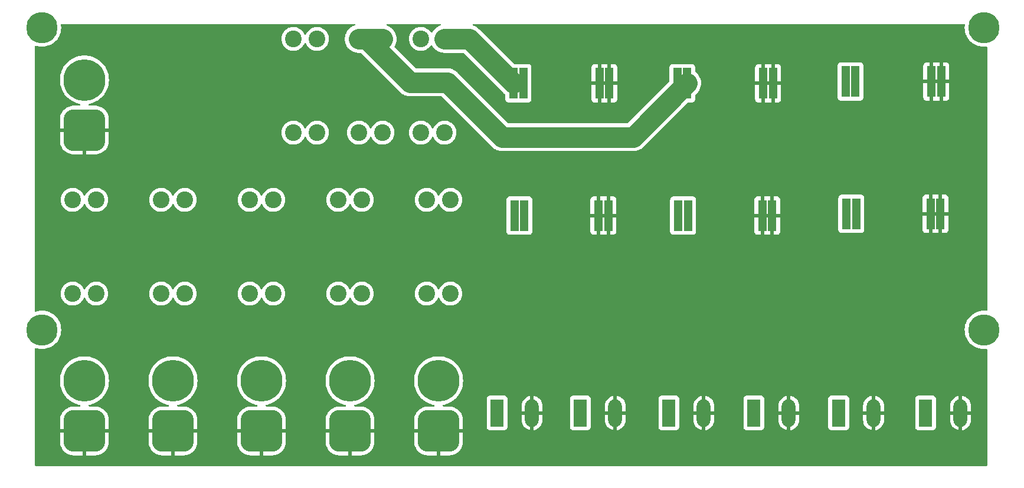
<source format=gbr>
G04 #@! TF.GenerationSoftware,KiCad,Pcbnew,6.0.2-378541a8eb~116~ubuntu18.04.1*
G04 #@! TF.CreationDate,2022-02-21T15:42:04+08:00*
G04 #@! TF.ProjectId,XT60_CAN,58543630-5f43-4414-9e2e-6b696361645f,rev?*
G04 #@! TF.SameCoordinates,Original*
G04 #@! TF.FileFunction,Copper,L2,Bot*
G04 #@! TF.FilePolarity,Positive*
%FSLAX46Y46*%
G04 Gerber Fmt 4.6, Leading zero omitted, Abs format (unit mm)*
G04 Created by KiCad (PCBNEW 6.0.2-378541a8eb~116~ubuntu18.04.1) date 2022-02-21 15:42:04*
%MOMM*%
%LPD*%
G01*
G04 APERTURE LIST*
G04 Aperture macros list*
%AMRoundRect*
0 Rectangle with rounded corners*
0 $1 Rounding radius*
0 $2 $3 $4 $5 $6 $7 $8 $9 X,Y pos of 4 corners*
0 Add a 4 corners polygon primitive as box body*
4,1,4,$2,$3,$4,$5,$6,$7,$8,$9,$2,$3,0*
0 Add four circle primitives for the rounded corners*
1,1,$1+$1,$2,$3*
1,1,$1+$1,$4,$5*
1,1,$1+$1,$6,$7*
1,1,$1+$1,$8,$9*
0 Add four rect primitives between the rounded corners*
20,1,$1+$1,$2,$3,$4,$5,0*
20,1,$1+$1,$4,$5,$6,$7,0*
20,1,$1+$1,$6,$7,$8,$9,0*
20,1,$1+$1,$8,$9,$2,$3,0*%
G04 Aperture macros list end*
G04 #@! TA.AperFunction,ComponentPad*
%ADD10R,1.308000X4.500000*%
G04 #@! TD*
G04 #@! TA.AperFunction,ComponentPad*
%ADD11R,1.980000X3.960000*%
G04 #@! TD*
G04 #@! TA.AperFunction,ComponentPad*
%ADD12O,1.980000X3.960000*%
G04 #@! TD*
G04 #@! TA.AperFunction,ComponentPad*
%ADD13RoundRect,1.500000X1.500000X-1.500000X1.500000X1.500000X-1.500000X1.500000X-1.500000X-1.500000X0*%
G04 #@! TD*
G04 #@! TA.AperFunction,ComponentPad*
%ADD14C,6.000000*%
G04 #@! TD*
G04 #@! TA.AperFunction,ComponentPad*
%ADD15C,2.400000*%
G04 #@! TD*
G04 #@! TA.AperFunction,ViaPad*
%ADD16C,4.500000*%
G04 #@! TD*
G04 #@! TA.AperFunction,ViaPad*
%ADD17C,0.800000*%
G04 #@! TD*
G04 #@! TA.AperFunction,Conductor*
%ADD18C,3.000000*%
G04 #@! TD*
G04 APERTURE END LIST*
D10*
X175235250Y-33680000D03*
X187551250Y-33680000D03*
X176635250Y-33680000D03*
X188951250Y-33680000D03*
X175359250Y-52680000D03*
X187427250Y-52680000D03*
X176759250Y-52680000D03*
X188827250Y-52680000D03*
X151105250Y-33934000D03*
X163421250Y-33934000D03*
X152505250Y-33934000D03*
X164821250Y-33934000D03*
X151229250Y-52934000D03*
X163297250Y-52934000D03*
X152629250Y-52934000D03*
X164697250Y-52934000D03*
D11*
X125251000Y-81280000D03*
D12*
X130251000Y-81280000D03*
D11*
X162081000Y-81280000D03*
D12*
X167081000Y-81280000D03*
D13*
X104142500Y-83864000D03*
D14*
X104142500Y-76664000D03*
D13*
X91442500Y-83864000D03*
D14*
X91442500Y-76664000D03*
D15*
X99412000Y-27555000D03*
X96012000Y-27555000D03*
X96012000Y-41025000D03*
X99412000Y-41025000D03*
X115142500Y-64139000D03*
X118542500Y-64139000D03*
X115142500Y-50669000D03*
X118542500Y-50669000D03*
D11*
X174244000Y-81280000D03*
D12*
X179244000Y-81280000D03*
D10*
X127601250Y-33925250D03*
X139917250Y-33925250D03*
X129001250Y-33925250D03*
X141317250Y-33925250D03*
X127725250Y-52925250D03*
X139793250Y-52925250D03*
X129125250Y-52925250D03*
X141193250Y-52925250D03*
D11*
X186719000Y-81280000D03*
D12*
X191719000Y-81280000D03*
D15*
X108810000Y-27555000D03*
X105410000Y-27555000D03*
X108810000Y-41025000D03*
X105410000Y-41025000D03*
X105842500Y-64139000D03*
X102442500Y-64139000D03*
X105842500Y-50669000D03*
X102442500Y-50669000D03*
X77042500Y-64139000D03*
X80442500Y-64139000D03*
X80442500Y-50669000D03*
X77042500Y-50669000D03*
D13*
X66042500Y-40640000D03*
D14*
X66042500Y-33440000D03*
D15*
X64342500Y-64139000D03*
X67742500Y-64139000D03*
X64342500Y-50669000D03*
X67742500Y-50669000D03*
D13*
X116842500Y-83864000D03*
D14*
X116842500Y-76664000D03*
D13*
X66042500Y-83864000D03*
D14*
X66042500Y-76664000D03*
D11*
X149889000Y-81280000D03*
D12*
X154889000Y-81280000D03*
D11*
X137189000Y-81280000D03*
D12*
X142189000Y-81280000D03*
D13*
X78742500Y-83864000D03*
D14*
X78742500Y-76664000D03*
D15*
X89742500Y-64139000D03*
X93142500Y-64139000D03*
X89742500Y-50669000D03*
X93142500Y-50669000D03*
X114300000Y-27555000D03*
X117700000Y-27555000D03*
X114300000Y-41025000D03*
X117700000Y-41025000D03*
D16*
X195072000Y-25908000D03*
X59944000Y-69342000D03*
X195072000Y-69342000D03*
X59944000Y-25908000D03*
D17*
X71120000Y-66040000D03*
X99060000Y-55880000D03*
X167640000Y-63500000D03*
X73660000Y-66040000D03*
X99060000Y-60960000D03*
X71120000Y-60960000D03*
X93980000Y-45720000D03*
X73660000Y-60960000D03*
X124460000Y-71120000D03*
X144780000Y-63500000D03*
X134620000Y-55880000D03*
X109220000Y-60960000D03*
X60960000Y-60960000D03*
X83820000Y-66040000D03*
X144780000Y-71120000D03*
X167640000Y-48260000D03*
X190500000Y-48260000D03*
X144780000Y-55880000D03*
X111760000Y-45720000D03*
X167640000Y-35560000D03*
X86360000Y-60960000D03*
X83820000Y-55880000D03*
X71120000Y-45720000D03*
X96520000Y-71120000D03*
X86360000Y-66040000D03*
X71120000Y-55880000D03*
X73660000Y-55880000D03*
X190500000Y-63500000D03*
X96520000Y-55880000D03*
X167640000Y-71120000D03*
X109220000Y-66040000D03*
X109220000Y-55880000D03*
X190500000Y-55880000D03*
X71120000Y-38100000D03*
X104140000Y-45720000D03*
X99060000Y-71120000D03*
X167640000Y-55880000D03*
X109220000Y-71120000D03*
X134620000Y-48260000D03*
X60960000Y-55880000D03*
X99060000Y-66040000D03*
X96520000Y-60960000D03*
X96520000Y-66040000D03*
X124460000Y-55880000D03*
X83820000Y-71120000D03*
X73660000Y-71120000D03*
X83820000Y-45720000D03*
X86360000Y-55880000D03*
X124460000Y-48260000D03*
X124460000Y-35560000D03*
X144780000Y-35560000D03*
X83820000Y-60960000D03*
X86360000Y-71120000D03*
X124460000Y-63500000D03*
X71120000Y-71120000D03*
X144780000Y-48260000D03*
D18*
X117700000Y-27555000D02*
X121231000Y-27555000D01*
X121231000Y-27555000D02*
X127601250Y-33925250D01*
X118110000Y-33782000D02*
X112776000Y-33782000D01*
X144783250Y-41656000D02*
X125984000Y-41656000D01*
X112776000Y-33782000D02*
X106934000Y-27940000D01*
X108810000Y-27555000D02*
X105410000Y-27555000D01*
X152505250Y-33934000D02*
X144783250Y-41656000D01*
X125984000Y-41656000D02*
X118110000Y-33782000D01*
G04 #@! TA.AperFunction,Conductor*
G36*
X104811892Y-25420002D02*
G01*
X104858385Y-25473658D01*
X104868489Y-25543932D01*
X104838995Y-25608512D01*
X104786865Y-25644401D01*
X104595219Y-25714154D01*
X104595215Y-25714156D01*
X104591074Y-25715663D01*
X104343058Y-25847536D01*
X104339499Y-25850122D01*
X104339497Y-25850123D01*
X104179367Y-25966464D01*
X104115808Y-26012642D01*
X104112644Y-26015698D01*
X104112641Y-26015700D01*
X104100251Y-26027665D01*
X103913748Y-26207769D01*
X103740812Y-26429118D01*
X103738616Y-26432922D01*
X103738611Y-26432929D01*
X103630864Y-26619553D01*
X103600364Y-26672381D01*
X103495138Y-26932824D01*
X103494073Y-26937097D01*
X103494072Y-26937099D01*
X103437843Y-27162622D01*
X103427183Y-27205376D01*
X103426724Y-27209744D01*
X103426723Y-27209749D01*
X103401224Y-27452367D01*
X103397822Y-27484733D01*
X103397975Y-27489121D01*
X103397975Y-27489127D01*
X103407404Y-27759126D01*
X103407625Y-27765458D01*
X103408387Y-27769781D01*
X103408388Y-27769788D01*
X103432164Y-27904624D01*
X103456402Y-28042087D01*
X103543203Y-28309235D01*
X103545131Y-28313188D01*
X103545133Y-28313193D01*
X103600313Y-28426328D01*
X103666340Y-28561702D01*
X103668795Y-28565341D01*
X103668798Y-28565347D01*
X103730216Y-28656403D01*
X103823415Y-28794576D01*
X103826360Y-28797847D01*
X103826361Y-28797848D01*
X103918885Y-28900606D01*
X104011371Y-29003322D01*
X104226550Y-29183879D01*
X104464764Y-29332731D01*
X104721375Y-29446982D01*
X104991390Y-29524407D01*
X104995740Y-29525018D01*
X104995743Y-29525019D01*
X105098690Y-29539487D01*
X105269552Y-29563500D01*
X105664862Y-29563500D01*
X105732983Y-29583502D01*
X105753957Y-29600405D01*
X111316235Y-35162683D01*
X111320776Y-35167467D01*
X111377371Y-35230322D01*
X111465919Y-35304623D01*
X111470687Y-35308624D01*
X111472339Y-35310035D01*
X111564303Y-35389977D01*
X111567989Y-35392371D01*
X111567996Y-35392376D01*
X111572603Y-35395368D01*
X111584961Y-35404512D01*
X111589174Y-35408047D01*
X111589181Y-35408052D01*
X111592550Y-35410879D01*
X111695838Y-35475420D01*
X111697693Y-35476601D01*
X111799882Y-35542964D01*
X111803876Y-35544827D01*
X111803877Y-35544827D01*
X111808857Y-35547150D01*
X111822363Y-35554482D01*
X111826714Y-35557200D01*
X111830764Y-35559731D01*
X111834776Y-35561517D01*
X111834783Y-35561521D01*
X111942044Y-35609276D01*
X111944045Y-35610188D01*
X112050476Y-35659818D01*
X112050479Y-35659819D01*
X112054461Y-35661676D01*
X112058669Y-35662963D01*
X112058670Y-35662963D01*
X112063932Y-35664572D01*
X112078333Y-35669956D01*
X112087375Y-35673982D01*
X112204495Y-35707566D01*
X112206559Y-35708177D01*
X112323083Y-35743802D01*
X112332873Y-35745353D01*
X112347872Y-35748678D01*
X112357390Y-35751407D01*
X112397756Y-35757080D01*
X112477971Y-35768354D01*
X112480145Y-35768679D01*
X112570023Y-35782914D01*
X112600520Y-35787744D01*
X112604918Y-35787821D01*
X112604922Y-35787821D01*
X112610430Y-35787917D01*
X112625760Y-35789124D01*
X112635552Y-35790500D01*
X112757312Y-35790500D01*
X112759510Y-35790519D01*
X112881374Y-35792646D01*
X112885730Y-35792111D01*
X112885733Y-35792111D01*
X112888788Y-35791736D01*
X112891206Y-35791439D01*
X112906559Y-35790500D01*
X117225862Y-35790500D01*
X117293983Y-35810502D01*
X117314957Y-35827405D01*
X124524235Y-43036683D01*
X124528776Y-43041467D01*
X124585371Y-43104322D01*
X124678687Y-43182624D01*
X124680339Y-43184035D01*
X124772303Y-43263977D01*
X124775989Y-43266371D01*
X124775996Y-43266376D01*
X124780603Y-43269368D01*
X124792961Y-43278512D01*
X124797174Y-43282047D01*
X124797181Y-43282052D01*
X124800550Y-43284879D01*
X124903906Y-43349463D01*
X124905679Y-43350592D01*
X124925500Y-43363464D01*
X125004196Y-43414570D01*
X125004200Y-43414572D01*
X125007883Y-43416964D01*
X125011866Y-43418821D01*
X125011869Y-43418823D01*
X125016855Y-43421148D01*
X125030370Y-43428486D01*
X125038764Y-43433731D01*
X125109264Y-43465120D01*
X125150054Y-43483281D01*
X125152055Y-43484193D01*
X125258475Y-43533818D01*
X125258484Y-43533821D01*
X125262461Y-43535676D01*
X125266669Y-43536963D01*
X125266670Y-43536963D01*
X125271932Y-43538572D01*
X125286333Y-43543956D01*
X125295375Y-43547982D01*
X125412495Y-43581566D01*
X125414559Y-43582177D01*
X125531083Y-43617802D01*
X125540873Y-43619353D01*
X125555872Y-43622678D01*
X125565390Y-43625407D01*
X125605756Y-43631080D01*
X125685971Y-43642354D01*
X125688145Y-43642679D01*
X125778023Y-43656914D01*
X125808520Y-43661744D01*
X125812918Y-43661821D01*
X125812922Y-43661821D01*
X125818430Y-43661917D01*
X125833760Y-43663124D01*
X125843552Y-43664500D01*
X125965312Y-43664500D01*
X125967510Y-43664519D01*
X126089374Y-43666646D01*
X126093730Y-43666111D01*
X126093733Y-43666111D01*
X126096788Y-43665736D01*
X126099206Y-43665439D01*
X126114559Y-43664500D01*
X144727355Y-43664500D01*
X144733949Y-43664673D01*
X144813991Y-43668868D01*
X144813997Y-43668868D01*
X144818388Y-43669098D01*
X144822765Y-43668715D01*
X144822769Y-43668715D01*
X144939764Y-43658479D01*
X144941957Y-43658307D01*
X145059077Y-43650118D01*
X145059083Y-43650117D01*
X145063462Y-43649811D01*
X145073143Y-43647753D01*
X145088350Y-43645481D01*
X145093825Y-43645002D01*
X145093838Y-43645000D01*
X145098216Y-43644617D01*
X145102495Y-43643629D01*
X145102502Y-43643628D01*
X145216945Y-43617207D01*
X145219090Y-43616732D01*
X145333913Y-43592325D01*
X145333920Y-43592323D01*
X145338220Y-43591409D01*
X145347531Y-43588020D01*
X145362269Y-43583655D01*
X145371913Y-43581428D01*
X145485650Y-43537769D01*
X145487681Y-43537010D01*
X145598032Y-43496846D01*
X145598041Y-43496842D01*
X145602176Y-43495337D01*
X145610914Y-43490691D01*
X145624902Y-43484317D01*
X145630036Y-43482346D01*
X145630048Y-43482341D01*
X145634152Y-43480765D01*
X145740771Y-43421664D01*
X145742638Y-43420652D01*
X145846308Y-43365530D01*
X145846317Y-43365524D01*
X145850192Y-43363464D01*
X145853749Y-43360879D01*
X145853755Y-43360876D01*
X145858203Y-43357645D01*
X145871177Y-43349379D01*
X145879829Y-43344583D01*
X145977094Y-43271289D01*
X145978848Y-43269991D01*
X145979706Y-43269368D01*
X146077442Y-43198358D01*
X146084570Y-43191475D01*
X146096262Y-43181490D01*
X146100643Y-43178188D01*
X146100644Y-43178187D01*
X146104162Y-43175536D01*
X146190238Y-43089460D01*
X146191806Y-43087918D01*
X146276337Y-43006287D01*
X146279502Y-43003231D01*
X146285603Y-42995422D01*
X146295798Y-42983900D01*
X152550293Y-36729405D01*
X152612605Y-36695379D01*
X152639388Y-36692500D01*
X153207384Y-36692500D01*
X153269566Y-36685745D01*
X153405955Y-36634615D01*
X153522511Y-36547261D01*
X153609865Y-36430705D01*
X153660995Y-36294316D01*
X153667750Y-36232134D01*
X153667750Y-36228669D01*
X162259251Y-36228669D01*
X162259621Y-36235490D01*
X162265145Y-36286352D01*
X162268771Y-36301604D01*
X162313926Y-36422054D01*
X162322464Y-36437649D01*
X162398965Y-36539724D01*
X162411526Y-36552285D01*
X162513601Y-36628786D01*
X162529196Y-36637324D01*
X162649644Y-36682478D01*
X162664899Y-36686105D01*
X162715764Y-36691631D01*
X162722578Y-36692000D01*
X163149135Y-36692000D01*
X163164374Y-36687525D01*
X163165579Y-36686135D01*
X163167250Y-36678452D01*
X163167250Y-36673884D01*
X163675250Y-36673884D01*
X163679725Y-36689123D01*
X163681115Y-36690328D01*
X163688798Y-36691999D01*
X164119143Y-36691999D01*
X164119179Y-36692000D01*
X164549135Y-36692000D01*
X164564374Y-36687525D01*
X164565579Y-36686135D01*
X164567250Y-36678452D01*
X164567250Y-36673884D01*
X165075250Y-36673884D01*
X165079725Y-36689123D01*
X165081115Y-36690328D01*
X165088798Y-36691999D01*
X165519919Y-36691999D01*
X165526740Y-36691629D01*
X165577602Y-36686105D01*
X165592854Y-36682479D01*
X165713304Y-36637324D01*
X165728899Y-36628786D01*
X165830974Y-36552285D01*
X165843535Y-36539724D01*
X165920036Y-36437649D01*
X165928574Y-36422054D01*
X165973728Y-36301606D01*
X165977355Y-36286351D01*
X165982881Y-36235486D01*
X165983250Y-36228672D01*
X165983250Y-35978134D01*
X174072750Y-35978134D01*
X174079505Y-36040316D01*
X174130635Y-36176705D01*
X174217989Y-36293261D01*
X174334545Y-36380615D01*
X174470934Y-36431745D01*
X174533116Y-36438500D01*
X177337384Y-36438500D01*
X177399566Y-36431745D01*
X177535955Y-36380615D01*
X177652511Y-36293261D01*
X177739865Y-36176705D01*
X177790995Y-36040316D01*
X177797750Y-35978134D01*
X177797750Y-35974669D01*
X186389251Y-35974669D01*
X186389621Y-35981490D01*
X186395145Y-36032352D01*
X186398771Y-36047604D01*
X186443926Y-36168054D01*
X186452464Y-36183649D01*
X186528965Y-36285724D01*
X186541526Y-36298285D01*
X186643601Y-36374786D01*
X186659196Y-36383324D01*
X186779644Y-36428478D01*
X186794899Y-36432105D01*
X186845764Y-36437631D01*
X186852578Y-36438000D01*
X187279135Y-36438000D01*
X187294374Y-36433525D01*
X187295579Y-36432135D01*
X187297250Y-36424452D01*
X187297250Y-36419884D01*
X187805250Y-36419884D01*
X187809725Y-36435123D01*
X187811115Y-36436328D01*
X187818798Y-36437999D01*
X188249143Y-36437999D01*
X188249179Y-36438000D01*
X188679135Y-36438000D01*
X188694374Y-36433525D01*
X188695579Y-36432135D01*
X188697250Y-36424452D01*
X188697250Y-36419884D01*
X189205250Y-36419884D01*
X189209725Y-36435123D01*
X189211115Y-36436328D01*
X189218798Y-36437999D01*
X189649919Y-36437999D01*
X189656740Y-36437629D01*
X189707602Y-36432105D01*
X189722854Y-36428479D01*
X189843304Y-36383324D01*
X189858899Y-36374786D01*
X189960974Y-36298285D01*
X189973535Y-36285724D01*
X190050036Y-36183649D01*
X190058574Y-36168054D01*
X190103728Y-36047606D01*
X190107355Y-36032351D01*
X190112881Y-35981486D01*
X190113250Y-35974672D01*
X190113250Y-33952115D01*
X190108775Y-33936876D01*
X190107385Y-33935671D01*
X190099702Y-33934000D01*
X189223365Y-33934000D01*
X189208126Y-33938475D01*
X189206921Y-33939865D01*
X189205250Y-33947548D01*
X189205250Y-36419884D01*
X188697250Y-36419884D01*
X188697250Y-33952115D01*
X188692775Y-33936876D01*
X188691385Y-33935671D01*
X188683702Y-33934000D01*
X187823365Y-33934000D01*
X187808126Y-33938475D01*
X187806921Y-33939865D01*
X187805250Y-33947548D01*
X187805250Y-36419884D01*
X187297250Y-36419884D01*
X187297250Y-33952115D01*
X187292775Y-33936876D01*
X187291385Y-33935671D01*
X187283702Y-33934000D01*
X186407366Y-33934000D01*
X186392127Y-33938475D01*
X186390922Y-33939865D01*
X186389251Y-33947548D01*
X186389251Y-35974669D01*
X177797750Y-35974669D01*
X177797750Y-33407885D01*
X186389250Y-33407885D01*
X186393725Y-33423124D01*
X186395115Y-33424329D01*
X186402798Y-33426000D01*
X187279135Y-33426000D01*
X187294374Y-33421525D01*
X187295579Y-33420135D01*
X187297250Y-33412452D01*
X187297250Y-33407885D01*
X187805250Y-33407885D01*
X187809725Y-33423124D01*
X187811115Y-33424329D01*
X187818798Y-33426000D01*
X188679135Y-33426000D01*
X188694374Y-33421525D01*
X188695579Y-33420135D01*
X188697250Y-33412452D01*
X188697250Y-33407885D01*
X189205250Y-33407885D01*
X189209725Y-33423124D01*
X189211115Y-33424329D01*
X189218798Y-33426000D01*
X190095134Y-33426000D01*
X190110373Y-33421525D01*
X190111578Y-33420135D01*
X190113249Y-33412452D01*
X190113249Y-31385331D01*
X190112879Y-31378510D01*
X190107355Y-31327648D01*
X190103729Y-31312396D01*
X190058574Y-31191946D01*
X190050036Y-31176351D01*
X189973535Y-31074276D01*
X189960974Y-31061715D01*
X189858899Y-30985214D01*
X189843304Y-30976676D01*
X189722856Y-30931522D01*
X189707601Y-30927895D01*
X189656736Y-30922369D01*
X189649922Y-30922000D01*
X189223365Y-30922000D01*
X189208126Y-30926475D01*
X189206921Y-30927865D01*
X189205250Y-30935548D01*
X189205250Y-33407885D01*
X188697250Y-33407885D01*
X188697250Y-30940116D01*
X188692775Y-30924877D01*
X188691385Y-30923672D01*
X188683702Y-30922001D01*
X188253357Y-30922001D01*
X188253321Y-30922000D01*
X187823365Y-30922000D01*
X187808126Y-30926475D01*
X187806921Y-30927865D01*
X187805250Y-30935548D01*
X187805250Y-33407885D01*
X187297250Y-33407885D01*
X187297250Y-30940116D01*
X187292775Y-30924877D01*
X187291385Y-30923672D01*
X187283702Y-30922001D01*
X186852581Y-30922001D01*
X186845760Y-30922371D01*
X186794898Y-30927895D01*
X186779646Y-30931521D01*
X186659196Y-30976676D01*
X186643601Y-30985214D01*
X186541526Y-31061715D01*
X186528965Y-31074276D01*
X186452464Y-31176351D01*
X186443926Y-31191946D01*
X186398772Y-31312394D01*
X186395145Y-31327649D01*
X186389619Y-31378514D01*
X186389250Y-31385328D01*
X186389250Y-33407885D01*
X177797750Y-33407885D01*
X177797750Y-31381866D01*
X177790995Y-31319684D01*
X177739865Y-31183295D01*
X177652511Y-31066739D01*
X177535955Y-30979385D01*
X177399566Y-30928255D01*
X177337384Y-30921500D01*
X174533116Y-30921500D01*
X174470934Y-30928255D01*
X174334545Y-30979385D01*
X174217989Y-31066739D01*
X174130635Y-31183295D01*
X174079505Y-31319684D01*
X174072750Y-31381866D01*
X174072750Y-35978134D01*
X165983250Y-35978134D01*
X165983250Y-34206115D01*
X165978775Y-34190876D01*
X165977385Y-34189671D01*
X165969702Y-34188000D01*
X165093365Y-34188000D01*
X165078126Y-34192475D01*
X165076921Y-34193865D01*
X165075250Y-34201548D01*
X165075250Y-36673884D01*
X164567250Y-36673884D01*
X164567250Y-34206115D01*
X164562775Y-34190876D01*
X164561385Y-34189671D01*
X164553702Y-34188000D01*
X163693365Y-34188000D01*
X163678126Y-34192475D01*
X163676921Y-34193865D01*
X163675250Y-34201548D01*
X163675250Y-36673884D01*
X163167250Y-36673884D01*
X163167250Y-34206115D01*
X163162775Y-34190876D01*
X163161385Y-34189671D01*
X163153702Y-34188000D01*
X162277366Y-34188000D01*
X162262127Y-34192475D01*
X162260922Y-34193865D01*
X162259251Y-34201548D01*
X162259251Y-36228669D01*
X153667750Y-36228669D01*
X153667750Y-35664138D01*
X153687752Y-35596017D01*
X153704655Y-35575043D01*
X153975075Y-35304623D01*
X154068929Y-35196657D01*
X154110340Y-35149020D01*
X154110345Y-35149013D01*
X154113227Y-35145698D01*
X154266214Y-34910118D01*
X154285391Y-34868994D01*
X154383067Y-34659526D01*
X154384926Y-34655540D01*
X154467051Y-34386918D01*
X154510994Y-34109480D01*
X154515896Y-33828626D01*
X154497294Y-33677124D01*
X154495423Y-33661885D01*
X162259250Y-33661885D01*
X162263725Y-33677124D01*
X162265115Y-33678329D01*
X162272798Y-33680000D01*
X163149135Y-33680000D01*
X163164374Y-33675525D01*
X163165579Y-33674135D01*
X163167250Y-33666452D01*
X163167250Y-33661885D01*
X163675250Y-33661885D01*
X163679725Y-33677124D01*
X163681115Y-33678329D01*
X163688798Y-33680000D01*
X164549135Y-33680000D01*
X164564374Y-33675525D01*
X164565579Y-33674135D01*
X164567250Y-33666452D01*
X164567250Y-33661885D01*
X165075250Y-33661885D01*
X165079725Y-33677124D01*
X165081115Y-33678329D01*
X165088798Y-33680000D01*
X165965134Y-33680000D01*
X165980373Y-33675525D01*
X165981578Y-33674135D01*
X165983249Y-33666452D01*
X165983249Y-31639331D01*
X165982879Y-31632510D01*
X165977355Y-31581648D01*
X165973729Y-31566396D01*
X165928574Y-31445946D01*
X165920036Y-31430351D01*
X165843535Y-31328276D01*
X165830974Y-31315715D01*
X165728899Y-31239214D01*
X165713304Y-31230676D01*
X165592856Y-31185522D01*
X165577601Y-31181895D01*
X165526736Y-31176369D01*
X165519922Y-31176000D01*
X165093365Y-31176000D01*
X165078126Y-31180475D01*
X165076921Y-31181865D01*
X165075250Y-31189548D01*
X165075250Y-33661885D01*
X164567250Y-33661885D01*
X164567250Y-31194116D01*
X164562775Y-31178877D01*
X164561385Y-31177672D01*
X164553702Y-31176001D01*
X164123357Y-31176001D01*
X164123321Y-31176000D01*
X163693365Y-31176000D01*
X163678126Y-31180475D01*
X163676921Y-31181865D01*
X163675250Y-31189548D01*
X163675250Y-33661885D01*
X163167250Y-33661885D01*
X163167250Y-31194116D01*
X163162775Y-31178877D01*
X163161385Y-31177672D01*
X163153702Y-31176001D01*
X162722581Y-31176001D01*
X162715760Y-31176371D01*
X162664898Y-31181895D01*
X162649646Y-31185521D01*
X162529196Y-31230676D01*
X162513601Y-31239214D01*
X162411526Y-31315715D01*
X162398965Y-31328276D01*
X162322464Y-31430351D01*
X162313926Y-31445946D01*
X162268772Y-31566394D01*
X162265145Y-31581649D01*
X162259619Y-31632514D01*
X162259250Y-31639328D01*
X162259250Y-33661885D01*
X154495423Y-33661885D01*
X154482199Y-33554188D01*
X154482198Y-33554184D01*
X154481663Y-33549825D01*
X154408962Y-33278500D01*
X154299207Y-33019933D01*
X154296944Y-33016166D01*
X154296940Y-33016159D01*
X154156801Y-32782930D01*
X154154535Y-32779158D01*
X154095578Y-32706352D01*
X153980533Y-32564285D01*
X153980532Y-32564284D01*
X153977761Y-32560862D01*
X153974542Y-32557860D01*
X153974538Y-32557856D01*
X153823276Y-32416802D01*
X153772327Y-32369291D01*
X153768725Y-32366769D01*
X153768719Y-32366764D01*
X153721480Y-32333687D01*
X153677151Y-32278230D01*
X153667750Y-32230474D01*
X153667750Y-31635866D01*
X153660995Y-31573684D01*
X153609865Y-31437295D01*
X153522511Y-31320739D01*
X153405955Y-31233385D01*
X153269566Y-31182255D01*
X153207384Y-31175500D01*
X150403116Y-31175500D01*
X150340934Y-31182255D01*
X150204545Y-31233385D01*
X150087989Y-31320739D01*
X150000635Y-31437295D01*
X149949505Y-31573684D01*
X149942750Y-31635866D01*
X149942750Y-33603862D01*
X149922748Y-33671983D01*
X149905845Y-33692957D01*
X143988207Y-39610595D01*
X143925895Y-39644621D01*
X143899112Y-39647500D01*
X126868138Y-39647500D01*
X126800017Y-39627498D01*
X126779043Y-39610595D01*
X119569765Y-32401317D01*
X119565224Y-32396533D01*
X119538420Y-32366764D01*
X119508629Y-32333678D01*
X119415295Y-32255360D01*
X119413642Y-32253949D01*
X119386637Y-32230474D01*
X119321697Y-32174023D01*
X119318011Y-32171629D01*
X119318004Y-32171624D01*
X119313397Y-32168632D01*
X119301039Y-32159488D01*
X119296826Y-32155953D01*
X119296819Y-32155948D01*
X119293450Y-32153121D01*
X119190162Y-32088580D01*
X119188306Y-32087398D01*
X119089809Y-32023433D01*
X119086118Y-32021036D01*
X119082123Y-32019173D01*
X119077143Y-32016850D01*
X119063637Y-32009518D01*
X119058968Y-32006601D01*
X119055236Y-32004269D01*
X119051224Y-32002483D01*
X119051217Y-32002479D01*
X118943968Y-31954729D01*
X118941967Y-31953817D01*
X118835525Y-31904182D01*
X118835522Y-31904181D01*
X118831540Y-31902324D01*
X118822070Y-31899429D01*
X118807663Y-31894042D01*
X118802650Y-31891810D01*
X118802649Y-31891810D01*
X118798625Y-31890018D01*
X118681505Y-31856435D01*
X118679417Y-31855817D01*
X118562917Y-31820199D01*
X118553135Y-31818650D01*
X118538119Y-31815320D01*
X118532843Y-31813807D01*
X118532844Y-31813807D01*
X118528610Y-31812593D01*
X118524257Y-31811981D01*
X118524251Y-31811980D01*
X118408022Y-31795646D01*
X118405845Y-31795321D01*
X118289824Y-31776944D01*
X118289823Y-31776944D01*
X118285480Y-31776256D01*
X118281084Y-31776179D01*
X118281080Y-31776179D01*
X118275570Y-31776083D01*
X118260240Y-31774876D01*
X118250448Y-31773500D01*
X118128688Y-31773500D01*
X118126489Y-31773481D01*
X118004626Y-31771354D01*
X118000270Y-31771889D01*
X118000267Y-31771889D01*
X117994796Y-31772561D01*
X117979440Y-31773500D01*
X113660138Y-31773500D01*
X113592017Y-31753498D01*
X113571043Y-31736595D01*
X110560782Y-28726334D01*
X110526756Y-28664022D01*
X110531821Y-28593207D01*
X110540758Y-28574239D01*
X110547997Y-28561702D01*
X110619636Y-28437619D01*
X110724862Y-28177176D01*
X110758544Y-28042087D01*
X110791753Y-27908893D01*
X110791754Y-27908888D01*
X110792817Y-27904624D01*
X110812593Y-27716469D01*
X110821719Y-27629636D01*
X110821719Y-27629633D01*
X110822178Y-27625267D01*
X110819835Y-27558160D01*
X110812529Y-27348939D01*
X110812528Y-27348933D01*
X110812375Y-27344542D01*
X110805652Y-27306411D01*
X110764360Y-27072236D01*
X110763598Y-27067913D01*
X110676797Y-26800765D01*
X110663344Y-26773181D01*
X110593151Y-26629266D01*
X110553660Y-26548298D01*
X110551205Y-26544659D01*
X110551202Y-26544653D01*
X110432349Y-26368447D01*
X110396585Y-26315424D01*
X110380344Y-26297386D01*
X110286524Y-26193189D01*
X110208629Y-26106678D01*
X109993450Y-25926121D01*
X109755236Y-25777269D01*
X109526265Y-25675324D01*
X109502639Y-25664805D01*
X109502637Y-25664804D01*
X109498625Y-25663018D01*
X109443178Y-25647119D01*
X109383209Y-25609115D01*
X109353307Y-25544723D01*
X109362964Y-25474386D01*
X109409116Y-25420437D01*
X109477908Y-25400000D01*
X117033771Y-25400000D01*
X117101892Y-25420002D01*
X117148385Y-25473658D01*
X117158489Y-25543932D01*
X117128995Y-25608512D01*
X117076865Y-25644401D01*
X116885219Y-25714154D01*
X116885215Y-25714156D01*
X116881074Y-25715663D01*
X116633058Y-25847536D01*
X116629499Y-25850122D01*
X116629497Y-25850123D01*
X116469367Y-25966464D01*
X116405808Y-26012642D01*
X116402644Y-26015698D01*
X116402641Y-26015700D01*
X116390251Y-26027665D01*
X116203748Y-26207769D01*
X116030812Y-26429118D01*
X115959722Y-26552250D01*
X115936066Y-26593223D01*
X115884684Y-26642216D01*
X115814970Y-26655652D01*
X115749059Y-26629266D01*
X115722573Y-26600771D01*
X115720383Y-26596940D01*
X115563171Y-26397517D01*
X115378209Y-26223523D01*
X115300383Y-26169533D01*
X115173393Y-26081437D01*
X115173390Y-26081435D01*
X115169561Y-26078779D01*
X115165384Y-26076719D01*
X115165377Y-26076715D01*
X114945996Y-25968528D01*
X114945992Y-25968527D01*
X114941810Y-25966464D01*
X114699960Y-25889047D01*
X114661927Y-25882853D01*
X114453935Y-25848980D01*
X114453934Y-25848980D01*
X114449323Y-25848229D01*
X114322364Y-25846567D01*
X114200083Y-25844966D01*
X114200080Y-25844966D01*
X114195406Y-25844905D01*
X113943787Y-25879149D01*
X113699993Y-25950208D01*
X113695740Y-25952168D01*
X113695739Y-25952169D01*
X113660254Y-25968528D01*
X113469380Y-26056522D01*
X113465471Y-26059085D01*
X113260928Y-26193189D01*
X113260923Y-26193193D01*
X113257015Y-26195755D01*
X113067562Y-26364848D01*
X112905183Y-26560087D01*
X112773447Y-26777182D01*
X112771638Y-26781496D01*
X112771637Y-26781498D01*
X112693141Y-26968691D01*
X112675246Y-27011365D01*
X112674095Y-27015897D01*
X112674094Y-27015900D01*
X112659787Y-27072236D01*
X112612738Y-27257490D01*
X112587296Y-27510151D01*
X112587520Y-27514817D01*
X112587520Y-27514822D01*
X112587800Y-27520641D01*
X112599480Y-27763798D01*
X112649021Y-28012857D01*
X112650600Y-28017255D01*
X112650602Y-28017262D01*
X112708017Y-28177176D01*
X112734831Y-28251858D01*
X112737048Y-28255984D01*
X112848102Y-28462666D01*
X112855025Y-28475551D01*
X112857820Y-28479294D01*
X112857822Y-28479297D01*
X113004171Y-28675282D01*
X113004176Y-28675288D01*
X113006963Y-28679020D01*
X113010272Y-28682300D01*
X113010277Y-28682306D01*
X113183990Y-28854509D01*
X113187307Y-28857797D01*
X113191069Y-28860555D01*
X113191072Y-28860558D01*
X113296764Y-28938054D01*
X113392094Y-29007953D01*
X113396229Y-29010129D01*
X113396233Y-29010131D01*
X113514289Y-29072243D01*
X113616827Y-29126191D01*
X113751160Y-29173102D01*
X113788699Y-29186211D01*
X113856568Y-29209912D01*
X114106050Y-29257278D01*
X114226532Y-29262011D01*
X114355125Y-29267064D01*
X114355130Y-29267064D01*
X114359793Y-29267247D01*
X114458774Y-29256407D01*
X114607569Y-29240112D01*
X114607575Y-29240111D01*
X114612222Y-29239602D01*
X114721680Y-29210784D01*
X114853273Y-29176138D01*
X114857793Y-29174948D01*
X114976353Y-29124011D01*
X115086807Y-29076557D01*
X115086810Y-29076555D01*
X115091110Y-29074708D01*
X115095090Y-29072245D01*
X115095094Y-29072243D01*
X115303064Y-28943547D01*
X115303066Y-28943545D01*
X115307047Y-28941082D01*
X115405428Y-28857797D01*
X115497289Y-28780031D01*
X115497291Y-28780029D01*
X115500862Y-28777006D01*
X115668295Y-28586084D01*
X115671036Y-28581824D01*
X115717789Y-28509137D01*
X115771463Y-28462666D01*
X115841741Y-28452590D01*
X115906310Y-28482108D01*
X115937008Y-28522066D01*
X115956340Y-28561702D01*
X115958795Y-28565341D01*
X115958798Y-28565347D01*
X116020216Y-28656403D01*
X116113415Y-28794576D01*
X116116360Y-28797847D01*
X116116361Y-28797848D01*
X116208885Y-28900606D01*
X116301371Y-29003322D01*
X116516550Y-29183879D01*
X116754764Y-29332731D01*
X117011375Y-29446982D01*
X117281390Y-29524407D01*
X117285740Y-29525018D01*
X117285743Y-29525019D01*
X117388690Y-29539487D01*
X117559552Y-29563500D01*
X120346862Y-29563500D01*
X120414983Y-29583502D01*
X120435957Y-29600405D01*
X126230627Y-35395075D01*
X126251492Y-35413213D01*
X126386221Y-35530331D01*
X126386225Y-35530334D01*
X126389155Y-35532881D01*
X126389553Y-35533227D01*
X126389477Y-35533314D01*
X126430946Y-35589081D01*
X126438750Y-35632736D01*
X126438750Y-36223384D01*
X126445505Y-36285566D01*
X126496635Y-36421955D01*
X126583989Y-36538511D01*
X126700545Y-36625865D01*
X126836934Y-36676995D01*
X126899116Y-36683750D01*
X129703384Y-36683750D01*
X129765566Y-36676995D01*
X129901955Y-36625865D01*
X130018511Y-36538511D01*
X130105865Y-36421955D01*
X130156995Y-36285566D01*
X130163750Y-36223384D01*
X130163750Y-36219919D01*
X138755251Y-36219919D01*
X138755621Y-36226740D01*
X138761145Y-36277602D01*
X138764771Y-36292854D01*
X138809926Y-36413304D01*
X138818464Y-36428899D01*
X138894965Y-36530974D01*
X138907526Y-36543535D01*
X139009601Y-36620036D01*
X139025196Y-36628574D01*
X139145644Y-36673728D01*
X139160899Y-36677355D01*
X139211764Y-36682881D01*
X139218578Y-36683250D01*
X139645135Y-36683250D01*
X139660374Y-36678775D01*
X139661579Y-36677385D01*
X139663250Y-36669702D01*
X139663250Y-36665134D01*
X140171250Y-36665134D01*
X140175725Y-36680373D01*
X140177115Y-36681578D01*
X140184798Y-36683249D01*
X140615143Y-36683249D01*
X140615179Y-36683250D01*
X141045135Y-36683250D01*
X141060374Y-36678775D01*
X141061579Y-36677385D01*
X141063250Y-36669702D01*
X141063250Y-36665134D01*
X141571250Y-36665134D01*
X141575725Y-36680373D01*
X141577115Y-36681578D01*
X141584798Y-36683249D01*
X142015919Y-36683249D01*
X142022740Y-36682879D01*
X142073602Y-36677355D01*
X142088854Y-36673729D01*
X142209304Y-36628574D01*
X142224899Y-36620036D01*
X142326974Y-36543535D01*
X142339535Y-36530974D01*
X142416036Y-36428899D01*
X142424574Y-36413304D01*
X142469728Y-36292856D01*
X142473355Y-36277601D01*
X142478881Y-36226736D01*
X142479250Y-36219922D01*
X142479250Y-34197365D01*
X142474775Y-34182126D01*
X142473385Y-34180921D01*
X142465702Y-34179250D01*
X141589365Y-34179250D01*
X141574126Y-34183725D01*
X141572921Y-34185115D01*
X141571250Y-34192798D01*
X141571250Y-36665134D01*
X141063250Y-36665134D01*
X141063250Y-34197365D01*
X141058775Y-34182126D01*
X141057385Y-34180921D01*
X141049702Y-34179250D01*
X140189365Y-34179250D01*
X140174126Y-34183725D01*
X140172921Y-34185115D01*
X140171250Y-34192798D01*
X140171250Y-36665134D01*
X139663250Y-36665134D01*
X139663250Y-34197365D01*
X139658775Y-34182126D01*
X139657385Y-34180921D01*
X139649702Y-34179250D01*
X138773366Y-34179250D01*
X138758127Y-34183725D01*
X138756922Y-34185115D01*
X138755251Y-34192798D01*
X138755251Y-36219919D01*
X130163750Y-36219919D01*
X130163750Y-33653135D01*
X138755250Y-33653135D01*
X138759725Y-33668374D01*
X138761115Y-33669579D01*
X138768798Y-33671250D01*
X139645135Y-33671250D01*
X139660374Y-33666775D01*
X139661579Y-33665385D01*
X139663250Y-33657702D01*
X139663250Y-33653135D01*
X140171250Y-33653135D01*
X140175725Y-33668374D01*
X140177115Y-33669579D01*
X140184798Y-33671250D01*
X141045135Y-33671250D01*
X141060374Y-33666775D01*
X141061579Y-33665385D01*
X141063250Y-33657702D01*
X141063250Y-33653135D01*
X141571250Y-33653135D01*
X141575725Y-33668374D01*
X141577115Y-33669579D01*
X141584798Y-33671250D01*
X142461134Y-33671250D01*
X142476373Y-33666775D01*
X142477578Y-33665385D01*
X142479249Y-33657702D01*
X142479249Y-31630581D01*
X142478879Y-31623760D01*
X142473355Y-31572898D01*
X142469729Y-31557646D01*
X142424574Y-31437196D01*
X142416036Y-31421601D01*
X142339535Y-31319526D01*
X142326974Y-31306965D01*
X142224899Y-31230464D01*
X142209304Y-31221926D01*
X142088856Y-31176772D01*
X142073601Y-31173145D01*
X142022736Y-31167619D01*
X142015922Y-31167250D01*
X141589365Y-31167250D01*
X141574126Y-31171725D01*
X141572921Y-31173115D01*
X141571250Y-31180798D01*
X141571250Y-33653135D01*
X141063250Y-33653135D01*
X141063250Y-31185366D01*
X141058775Y-31170127D01*
X141057385Y-31168922D01*
X141049702Y-31167251D01*
X140619357Y-31167251D01*
X140619321Y-31167250D01*
X140189365Y-31167250D01*
X140174126Y-31171725D01*
X140172921Y-31173115D01*
X140171250Y-31180798D01*
X140171250Y-33653135D01*
X139663250Y-33653135D01*
X139663250Y-31185366D01*
X139658775Y-31170127D01*
X139657385Y-31168922D01*
X139649702Y-31167251D01*
X139218581Y-31167251D01*
X139211760Y-31167621D01*
X139160898Y-31173145D01*
X139145646Y-31176771D01*
X139025196Y-31221926D01*
X139009601Y-31230464D01*
X138907526Y-31306965D01*
X138894965Y-31319526D01*
X138818464Y-31421601D01*
X138809926Y-31437196D01*
X138764772Y-31557644D01*
X138761145Y-31572899D01*
X138755619Y-31623764D01*
X138755250Y-31630578D01*
X138755250Y-33653135D01*
X130163750Y-33653135D01*
X130163750Y-31627116D01*
X130156995Y-31564934D01*
X130105865Y-31428545D01*
X130018511Y-31311989D01*
X129901955Y-31224635D01*
X129765566Y-31173505D01*
X129703384Y-31166750D01*
X127735388Y-31166750D01*
X127667267Y-31146748D01*
X127646293Y-31129845D01*
X122690765Y-26174317D01*
X122686224Y-26169533D01*
X122632566Y-26109940D01*
X122629629Y-26106678D01*
X122536295Y-26028360D01*
X122534642Y-26026949D01*
X122442697Y-25947023D01*
X122439011Y-25944629D01*
X122439004Y-25944624D01*
X122434397Y-25941632D01*
X122422039Y-25932488D01*
X122417826Y-25928953D01*
X122417819Y-25928948D01*
X122414450Y-25926121D01*
X122311162Y-25861580D01*
X122309306Y-25860398D01*
X122210809Y-25796433D01*
X122207118Y-25794036D01*
X122203123Y-25792173D01*
X122198143Y-25789850D01*
X122184637Y-25782518D01*
X122179968Y-25779601D01*
X122176236Y-25777269D01*
X122172224Y-25775483D01*
X122172217Y-25775479D01*
X122064968Y-25727729D01*
X122062967Y-25726817D01*
X121956525Y-25677182D01*
X121956522Y-25677181D01*
X121952540Y-25675324D01*
X121943070Y-25672429D01*
X121928663Y-25667042D01*
X121923650Y-25664810D01*
X121923649Y-25664810D01*
X121919625Y-25663018D01*
X121886388Y-25653488D01*
X121864178Y-25647119D01*
X121804209Y-25609116D01*
X121774306Y-25544724D01*
X121783963Y-25474387D01*
X121830114Y-25420437D01*
X121898907Y-25400000D01*
X192208045Y-25400000D01*
X192276166Y-25420002D01*
X192322659Y-25473658D01*
X192332968Y-25542440D01*
X192332821Y-25543561D01*
X192332100Y-25547285D01*
X192323779Y-25664810D01*
X192309848Y-25861580D01*
X192308610Y-25879061D01*
X192312820Y-25963635D01*
X192324531Y-26198872D01*
X192325147Y-26211255D01*
X192325788Y-26214986D01*
X192325789Y-26214994D01*
X192363238Y-26432929D01*
X192381474Y-26539057D01*
X192382562Y-26542696D01*
X192382563Y-26542699D01*
X192460237Y-26802421D01*
X192476774Y-26857718D01*
X192478287Y-26861189D01*
X192478289Y-26861195D01*
X192534283Y-26989666D01*
X192609666Y-27162622D01*
X192611589Y-27165893D01*
X192611591Y-27165897D01*
X192652749Y-27235909D01*
X192778226Y-27449352D01*
X192780527Y-27452367D01*
X192977712Y-27710742D01*
X192977717Y-27710748D01*
X192980012Y-27713755D01*
X193212102Y-27952002D01*
X193471132Y-28160640D01*
X193553035Y-28211719D01*
X193711055Y-28310269D01*
X193753352Y-28336648D01*
X194054672Y-28477476D01*
X194058281Y-28478659D01*
X194322721Y-28565347D01*
X194370729Y-28581085D01*
X194696944Y-28645973D01*
X194700716Y-28646260D01*
X194700724Y-28646261D01*
X195024815Y-28670914D01*
X195024820Y-28670914D01*
X195028592Y-28671201D01*
X195360869Y-28656403D01*
X195433313Y-28644345D01*
X195503793Y-28652891D01*
X195558464Y-28698185D01*
X195580000Y-28768635D01*
X195580000Y-66478742D01*
X195559998Y-66546863D01*
X195506342Y-66593356D01*
X195430718Y-66602572D01*
X195422098Y-66600951D01*
X195422095Y-66600951D01*
X195418364Y-66600249D01*
X195086470Y-66578496D01*
X195082690Y-66578704D01*
X195082689Y-66578704D01*
X194984918Y-66584085D01*
X194754366Y-66596773D01*
X194750639Y-66597434D01*
X194750635Y-66597434D01*
X194491510Y-66643358D01*
X194426864Y-66654815D01*
X194423239Y-66655920D01*
X194423234Y-66655921D01*
X194218732Y-66718249D01*
X194108707Y-66751782D01*
X194105243Y-66753313D01*
X194105236Y-66753316D01*
X193918051Y-66836070D01*
X193804503Y-66886269D01*
X193801249Y-66888205D01*
X193801243Y-66888208D01*
X193521918Y-67054389D01*
X193518659Y-67056328D01*
X193255316Y-67259496D01*
X193018288Y-67492829D01*
X192811009Y-67752949D01*
X192636481Y-68036086D01*
X192497232Y-68338140D01*
X192496073Y-68341740D01*
X192496070Y-68341747D01*
X192487368Y-68368771D01*
X192395280Y-68654735D01*
X192332100Y-68981285D01*
X192331833Y-68985061D01*
X192331832Y-68985066D01*
X192330067Y-69009997D01*
X192308610Y-69313061D01*
X192325147Y-69645255D01*
X192325788Y-69648986D01*
X192325789Y-69648994D01*
X192340586Y-69735103D01*
X192381474Y-69973057D01*
X192476774Y-70291718D01*
X192478287Y-70295189D01*
X192478289Y-70295195D01*
X192534283Y-70423666D01*
X192609666Y-70596622D01*
X192778226Y-70883352D01*
X192780527Y-70886367D01*
X192977712Y-71144742D01*
X192977717Y-71144748D01*
X192980012Y-71147755D01*
X193212102Y-71386002D01*
X193471132Y-71594640D01*
X193753352Y-71770648D01*
X194054672Y-71911476D01*
X194370729Y-72015085D01*
X194696944Y-72079973D01*
X194700716Y-72080260D01*
X194700724Y-72080261D01*
X195024815Y-72104914D01*
X195024820Y-72104914D01*
X195028592Y-72105201D01*
X195360869Y-72090403D01*
X195433313Y-72078345D01*
X195503793Y-72086891D01*
X195558464Y-72132185D01*
X195580000Y-72202635D01*
X195580000Y-88774000D01*
X195559998Y-88842121D01*
X195506342Y-88888614D01*
X195454000Y-88900000D01*
X59054000Y-88900000D01*
X58985879Y-88879998D01*
X58939386Y-88826342D01*
X58928000Y-88774000D01*
X58928000Y-85474915D01*
X62534501Y-85474915D01*
X62534561Y-85477672D01*
X62537101Y-85535855D01*
X62537817Y-85542972D01*
X62580499Y-85812453D01*
X62582478Y-85821023D01*
X62662004Y-86081143D01*
X62665155Y-86089353D01*
X62780113Y-86335882D01*
X62784376Y-86343572D01*
X62932524Y-86571700D01*
X62937814Y-86578719D01*
X63116283Y-86784024D01*
X63122476Y-86790217D01*
X63327781Y-86968686D01*
X63334800Y-86973976D01*
X63562928Y-87122124D01*
X63570618Y-87126387D01*
X63817147Y-87241345D01*
X63825357Y-87244496D01*
X64085477Y-87324022D01*
X64094047Y-87326001D01*
X64363544Y-87368685D01*
X64370628Y-87369399D01*
X64428831Y-87371940D01*
X64431583Y-87372000D01*
X65770385Y-87372000D01*
X65785624Y-87367525D01*
X65786829Y-87366135D01*
X65788500Y-87358452D01*
X65788500Y-87353884D01*
X66296500Y-87353884D01*
X66300975Y-87369123D01*
X66302365Y-87370328D01*
X66310048Y-87371999D01*
X67653415Y-87371999D01*
X67656172Y-87371939D01*
X67714355Y-87369399D01*
X67721472Y-87368683D01*
X67990953Y-87326001D01*
X67999523Y-87324022D01*
X68259643Y-87244496D01*
X68267853Y-87241345D01*
X68514382Y-87126387D01*
X68522072Y-87122124D01*
X68750200Y-86973976D01*
X68757219Y-86968686D01*
X68962524Y-86790217D01*
X68968717Y-86784024D01*
X69147186Y-86578719D01*
X69152476Y-86571700D01*
X69300624Y-86343572D01*
X69304887Y-86335882D01*
X69419845Y-86089353D01*
X69422996Y-86081143D01*
X69502522Y-85821023D01*
X69504501Y-85812453D01*
X69547185Y-85542956D01*
X69547899Y-85535872D01*
X69550440Y-85477669D01*
X69550500Y-85474917D01*
X69550500Y-85474915D01*
X75234501Y-85474915D01*
X75234561Y-85477672D01*
X75237101Y-85535855D01*
X75237817Y-85542972D01*
X75280499Y-85812453D01*
X75282478Y-85821023D01*
X75362004Y-86081143D01*
X75365155Y-86089353D01*
X75480113Y-86335882D01*
X75484376Y-86343572D01*
X75632524Y-86571700D01*
X75637814Y-86578719D01*
X75816283Y-86784024D01*
X75822476Y-86790217D01*
X76027781Y-86968686D01*
X76034800Y-86973976D01*
X76262928Y-87122124D01*
X76270618Y-87126387D01*
X76517147Y-87241345D01*
X76525357Y-87244496D01*
X76785477Y-87324022D01*
X76794047Y-87326001D01*
X77063544Y-87368685D01*
X77070628Y-87369399D01*
X77128831Y-87371940D01*
X77131583Y-87372000D01*
X78470385Y-87372000D01*
X78485624Y-87367525D01*
X78486829Y-87366135D01*
X78488500Y-87358452D01*
X78488500Y-87353884D01*
X78996500Y-87353884D01*
X79000975Y-87369123D01*
X79002365Y-87370328D01*
X79010048Y-87371999D01*
X80353415Y-87371999D01*
X80356172Y-87371939D01*
X80414355Y-87369399D01*
X80421472Y-87368683D01*
X80690953Y-87326001D01*
X80699523Y-87324022D01*
X80959643Y-87244496D01*
X80967853Y-87241345D01*
X81214382Y-87126387D01*
X81222072Y-87122124D01*
X81450200Y-86973976D01*
X81457219Y-86968686D01*
X81662524Y-86790217D01*
X81668717Y-86784024D01*
X81847186Y-86578719D01*
X81852476Y-86571700D01*
X82000624Y-86343572D01*
X82004887Y-86335882D01*
X82119845Y-86089353D01*
X82122996Y-86081143D01*
X82202522Y-85821023D01*
X82204501Y-85812453D01*
X82247185Y-85542956D01*
X82247899Y-85535872D01*
X82250440Y-85477669D01*
X82250500Y-85474917D01*
X82250500Y-85474915D01*
X87934501Y-85474915D01*
X87934561Y-85477672D01*
X87937101Y-85535855D01*
X87937817Y-85542972D01*
X87980499Y-85812453D01*
X87982478Y-85821023D01*
X88062004Y-86081143D01*
X88065155Y-86089353D01*
X88180113Y-86335882D01*
X88184376Y-86343572D01*
X88332524Y-86571700D01*
X88337814Y-86578719D01*
X88516283Y-86784024D01*
X88522476Y-86790217D01*
X88727781Y-86968686D01*
X88734800Y-86973976D01*
X88962928Y-87122124D01*
X88970618Y-87126387D01*
X89217147Y-87241345D01*
X89225357Y-87244496D01*
X89485477Y-87324022D01*
X89494047Y-87326001D01*
X89763544Y-87368685D01*
X89770628Y-87369399D01*
X89828831Y-87371940D01*
X89831583Y-87372000D01*
X91170385Y-87372000D01*
X91185624Y-87367525D01*
X91186829Y-87366135D01*
X91188500Y-87358452D01*
X91188500Y-87353884D01*
X91696500Y-87353884D01*
X91700975Y-87369123D01*
X91702365Y-87370328D01*
X91710048Y-87371999D01*
X93053415Y-87371999D01*
X93056172Y-87371939D01*
X93114355Y-87369399D01*
X93121472Y-87368683D01*
X93390953Y-87326001D01*
X93399523Y-87324022D01*
X93659643Y-87244496D01*
X93667853Y-87241345D01*
X93914382Y-87126387D01*
X93922072Y-87122124D01*
X94150200Y-86973976D01*
X94157219Y-86968686D01*
X94362524Y-86790217D01*
X94368717Y-86784024D01*
X94547186Y-86578719D01*
X94552476Y-86571700D01*
X94700624Y-86343572D01*
X94704887Y-86335882D01*
X94819845Y-86089353D01*
X94822996Y-86081143D01*
X94902522Y-85821023D01*
X94904501Y-85812453D01*
X94947185Y-85542956D01*
X94947899Y-85535872D01*
X94950440Y-85477669D01*
X94950500Y-85474917D01*
X94950500Y-85474915D01*
X100634501Y-85474915D01*
X100634561Y-85477672D01*
X100637101Y-85535855D01*
X100637817Y-85542972D01*
X100680499Y-85812453D01*
X100682478Y-85821023D01*
X100762004Y-86081143D01*
X100765155Y-86089353D01*
X100880113Y-86335882D01*
X100884376Y-86343572D01*
X101032524Y-86571700D01*
X101037814Y-86578719D01*
X101216283Y-86784024D01*
X101222476Y-86790217D01*
X101427781Y-86968686D01*
X101434800Y-86973976D01*
X101662928Y-87122124D01*
X101670618Y-87126387D01*
X101917147Y-87241345D01*
X101925357Y-87244496D01*
X102185477Y-87324022D01*
X102194047Y-87326001D01*
X102463544Y-87368685D01*
X102470628Y-87369399D01*
X102528831Y-87371940D01*
X102531583Y-87372000D01*
X103870385Y-87372000D01*
X103885624Y-87367525D01*
X103886829Y-87366135D01*
X103888500Y-87358452D01*
X103888500Y-87353884D01*
X104396500Y-87353884D01*
X104400975Y-87369123D01*
X104402365Y-87370328D01*
X104410048Y-87371999D01*
X105753415Y-87371999D01*
X105756172Y-87371939D01*
X105814355Y-87369399D01*
X105821472Y-87368683D01*
X106090953Y-87326001D01*
X106099523Y-87324022D01*
X106359643Y-87244496D01*
X106367853Y-87241345D01*
X106614382Y-87126387D01*
X106622072Y-87122124D01*
X106850200Y-86973976D01*
X106857219Y-86968686D01*
X107062524Y-86790217D01*
X107068717Y-86784024D01*
X107247186Y-86578719D01*
X107252476Y-86571700D01*
X107400624Y-86343572D01*
X107404887Y-86335882D01*
X107519845Y-86089353D01*
X107522996Y-86081143D01*
X107602522Y-85821023D01*
X107604501Y-85812453D01*
X107647185Y-85542956D01*
X107647899Y-85535872D01*
X107650440Y-85477669D01*
X107650500Y-85474917D01*
X107650500Y-85474915D01*
X113334501Y-85474915D01*
X113334561Y-85477672D01*
X113337101Y-85535855D01*
X113337817Y-85542972D01*
X113380499Y-85812453D01*
X113382478Y-85821023D01*
X113462004Y-86081143D01*
X113465155Y-86089353D01*
X113580113Y-86335882D01*
X113584376Y-86343572D01*
X113732524Y-86571700D01*
X113737814Y-86578719D01*
X113916283Y-86784024D01*
X113922476Y-86790217D01*
X114127781Y-86968686D01*
X114134800Y-86973976D01*
X114362928Y-87122124D01*
X114370618Y-87126387D01*
X114617147Y-87241345D01*
X114625357Y-87244496D01*
X114885477Y-87324022D01*
X114894047Y-87326001D01*
X115163544Y-87368685D01*
X115170628Y-87369399D01*
X115228831Y-87371940D01*
X115231583Y-87372000D01*
X116570385Y-87372000D01*
X116585624Y-87367525D01*
X116586829Y-87366135D01*
X116588500Y-87358452D01*
X116588500Y-87353884D01*
X117096500Y-87353884D01*
X117100975Y-87369123D01*
X117102365Y-87370328D01*
X117110048Y-87371999D01*
X118453415Y-87371999D01*
X118456172Y-87371939D01*
X118514355Y-87369399D01*
X118521472Y-87368683D01*
X118790953Y-87326001D01*
X118799523Y-87324022D01*
X119059643Y-87244496D01*
X119067853Y-87241345D01*
X119314382Y-87126387D01*
X119322072Y-87122124D01*
X119550200Y-86973976D01*
X119557219Y-86968686D01*
X119762524Y-86790217D01*
X119768717Y-86784024D01*
X119947186Y-86578719D01*
X119952476Y-86571700D01*
X120100624Y-86343572D01*
X120104887Y-86335882D01*
X120219845Y-86089353D01*
X120222996Y-86081143D01*
X120302522Y-85821023D01*
X120304501Y-85812453D01*
X120347185Y-85542956D01*
X120347899Y-85535872D01*
X120350440Y-85477669D01*
X120350500Y-85474917D01*
X120350500Y-84136115D01*
X120346025Y-84120876D01*
X120344635Y-84119671D01*
X120336952Y-84118000D01*
X117114615Y-84118000D01*
X117099376Y-84122475D01*
X117098171Y-84123865D01*
X117096500Y-84131548D01*
X117096500Y-87353884D01*
X116588500Y-87353884D01*
X116588500Y-84136115D01*
X116584025Y-84120876D01*
X116582635Y-84119671D01*
X116574952Y-84118000D01*
X113352616Y-84118000D01*
X113337377Y-84122475D01*
X113336172Y-84123865D01*
X113334501Y-84131548D01*
X113334501Y-85474915D01*
X107650500Y-85474915D01*
X107650500Y-84136115D01*
X107646025Y-84120876D01*
X107644635Y-84119671D01*
X107636952Y-84118000D01*
X104414615Y-84118000D01*
X104399376Y-84122475D01*
X104398171Y-84123865D01*
X104396500Y-84131548D01*
X104396500Y-87353884D01*
X103888500Y-87353884D01*
X103888500Y-84136115D01*
X103884025Y-84120876D01*
X103882635Y-84119671D01*
X103874952Y-84118000D01*
X100652616Y-84118000D01*
X100637377Y-84122475D01*
X100636172Y-84123865D01*
X100634501Y-84131548D01*
X100634501Y-85474915D01*
X94950500Y-85474915D01*
X94950500Y-84136115D01*
X94946025Y-84120876D01*
X94944635Y-84119671D01*
X94936952Y-84118000D01*
X91714615Y-84118000D01*
X91699376Y-84122475D01*
X91698171Y-84123865D01*
X91696500Y-84131548D01*
X91696500Y-87353884D01*
X91188500Y-87353884D01*
X91188500Y-84136115D01*
X91184025Y-84120876D01*
X91182635Y-84119671D01*
X91174952Y-84118000D01*
X87952616Y-84118000D01*
X87937377Y-84122475D01*
X87936172Y-84123865D01*
X87934501Y-84131548D01*
X87934501Y-85474915D01*
X82250500Y-85474915D01*
X82250500Y-84136115D01*
X82246025Y-84120876D01*
X82244635Y-84119671D01*
X82236952Y-84118000D01*
X79014615Y-84118000D01*
X78999376Y-84122475D01*
X78998171Y-84123865D01*
X78996500Y-84131548D01*
X78996500Y-87353884D01*
X78488500Y-87353884D01*
X78488500Y-84136115D01*
X78484025Y-84120876D01*
X78482635Y-84119671D01*
X78474952Y-84118000D01*
X75252616Y-84118000D01*
X75237377Y-84122475D01*
X75236172Y-84123865D01*
X75234501Y-84131548D01*
X75234501Y-85474915D01*
X69550500Y-85474915D01*
X69550500Y-84136115D01*
X69546025Y-84120876D01*
X69544635Y-84119671D01*
X69536952Y-84118000D01*
X66314615Y-84118000D01*
X66299376Y-84122475D01*
X66298171Y-84123865D01*
X66296500Y-84131548D01*
X66296500Y-87353884D01*
X65788500Y-87353884D01*
X65788500Y-84136115D01*
X65784025Y-84120876D01*
X65782635Y-84119671D01*
X65774952Y-84118000D01*
X62552616Y-84118000D01*
X62537377Y-84122475D01*
X62536172Y-84123865D01*
X62534501Y-84131548D01*
X62534501Y-85474915D01*
X58928000Y-85474915D01*
X58928000Y-76664000D01*
X62529185Y-76664000D01*
X62548431Y-77031241D01*
X62605959Y-77394459D01*
X62701139Y-77749674D01*
X62832927Y-78092994D01*
X62999880Y-78420657D01*
X63200168Y-78729075D01*
X63431598Y-79014867D01*
X63691633Y-79274902D01*
X63977425Y-79506332D01*
X64285842Y-79706620D01*
X64288776Y-79708115D01*
X64288783Y-79708119D01*
X64402941Y-79766285D01*
X64613506Y-79873573D01*
X64823282Y-79954098D01*
X64951637Y-80003369D01*
X64956826Y-80005361D01*
X65312041Y-80100541D01*
X65315293Y-80101056D01*
X65315302Y-80101058D01*
X65343678Y-80105552D01*
X65407831Y-80135965D01*
X65445358Y-80196233D01*
X65444344Y-80267223D01*
X65405111Y-80326394D01*
X65340115Y-80354962D01*
X65323967Y-80356001D01*
X64431586Y-80356001D01*
X64428828Y-80356061D01*
X64370645Y-80358601D01*
X64363528Y-80359317D01*
X64094047Y-80401999D01*
X64085477Y-80403978D01*
X63825357Y-80483504D01*
X63817147Y-80486655D01*
X63570618Y-80601613D01*
X63562928Y-80605876D01*
X63334800Y-80754024D01*
X63327781Y-80759314D01*
X63122476Y-80937783D01*
X63116283Y-80943976D01*
X62937814Y-81149281D01*
X62932524Y-81156300D01*
X62784376Y-81384428D01*
X62780113Y-81392118D01*
X62665155Y-81638647D01*
X62662004Y-81646857D01*
X62582478Y-81906977D01*
X62580499Y-81915547D01*
X62537815Y-82185044D01*
X62537101Y-82192128D01*
X62534560Y-82250331D01*
X62534500Y-82253083D01*
X62534500Y-83591885D01*
X62538975Y-83607124D01*
X62540365Y-83608329D01*
X62548048Y-83610000D01*
X69532384Y-83610000D01*
X69547623Y-83605525D01*
X69548828Y-83604135D01*
X69550499Y-83596452D01*
X69550499Y-82253086D01*
X69550439Y-82250328D01*
X69547899Y-82192145D01*
X69547183Y-82185028D01*
X69504501Y-81915547D01*
X69502522Y-81906977D01*
X69422996Y-81646857D01*
X69419845Y-81638647D01*
X69304887Y-81392118D01*
X69300624Y-81384428D01*
X69152476Y-81156300D01*
X69147186Y-81149281D01*
X68968717Y-80943976D01*
X68962524Y-80937783D01*
X68757219Y-80759314D01*
X68750200Y-80754024D01*
X68522072Y-80605876D01*
X68514382Y-80601613D01*
X68267853Y-80486655D01*
X68259643Y-80483504D01*
X67999523Y-80403978D01*
X67990953Y-80401999D01*
X67721456Y-80359315D01*
X67714372Y-80358601D01*
X67656169Y-80356060D01*
X67653417Y-80356000D01*
X66761036Y-80356000D01*
X66692915Y-80335998D01*
X66646422Y-80282342D01*
X66636318Y-80212068D01*
X66665812Y-80147488D01*
X66725538Y-80109104D01*
X66741327Y-80105551D01*
X66769693Y-80101059D01*
X66769706Y-80101056D01*
X66772959Y-80100541D01*
X67128174Y-80005361D01*
X67133364Y-80003369D01*
X67261718Y-79954098D01*
X67471494Y-79873573D01*
X67682059Y-79766285D01*
X67796217Y-79708119D01*
X67796224Y-79708115D01*
X67799158Y-79706620D01*
X68107575Y-79506332D01*
X68393367Y-79274902D01*
X68653402Y-79014867D01*
X68884832Y-78729075D01*
X69085120Y-78420657D01*
X69252073Y-78092994D01*
X69383861Y-77749674D01*
X69479041Y-77394459D01*
X69536569Y-77031241D01*
X69555815Y-76664000D01*
X75229185Y-76664000D01*
X75248431Y-77031241D01*
X75305959Y-77394459D01*
X75401139Y-77749674D01*
X75532927Y-78092994D01*
X75699880Y-78420657D01*
X75900168Y-78729075D01*
X76131598Y-79014867D01*
X76391633Y-79274902D01*
X76677425Y-79506332D01*
X76985842Y-79706620D01*
X76988776Y-79708115D01*
X76988783Y-79708119D01*
X77102941Y-79766285D01*
X77313506Y-79873573D01*
X77523282Y-79954098D01*
X77651637Y-80003369D01*
X77656826Y-80005361D01*
X78012041Y-80100541D01*
X78015293Y-80101056D01*
X78015302Y-80101058D01*
X78043678Y-80105552D01*
X78107831Y-80135965D01*
X78145358Y-80196233D01*
X78144344Y-80267223D01*
X78105111Y-80326394D01*
X78040115Y-80354962D01*
X78023967Y-80356001D01*
X77131586Y-80356001D01*
X77128828Y-80356061D01*
X77070645Y-80358601D01*
X77063528Y-80359317D01*
X76794047Y-80401999D01*
X76785477Y-80403978D01*
X76525357Y-80483504D01*
X76517147Y-80486655D01*
X76270618Y-80601613D01*
X76262928Y-80605876D01*
X76034800Y-80754024D01*
X76027781Y-80759314D01*
X75822476Y-80937783D01*
X75816283Y-80943976D01*
X75637814Y-81149281D01*
X75632524Y-81156300D01*
X75484376Y-81384428D01*
X75480113Y-81392118D01*
X75365155Y-81638647D01*
X75362004Y-81646857D01*
X75282478Y-81906977D01*
X75280499Y-81915547D01*
X75237815Y-82185044D01*
X75237101Y-82192128D01*
X75234560Y-82250331D01*
X75234500Y-82253083D01*
X75234500Y-83591885D01*
X75238975Y-83607124D01*
X75240365Y-83608329D01*
X75248048Y-83610000D01*
X82232384Y-83610000D01*
X82247623Y-83605525D01*
X82248828Y-83604135D01*
X82250499Y-83596452D01*
X82250499Y-82253086D01*
X82250439Y-82250328D01*
X82247899Y-82192145D01*
X82247183Y-82185028D01*
X82204501Y-81915547D01*
X82202522Y-81906977D01*
X82122996Y-81646857D01*
X82119845Y-81638647D01*
X82004887Y-81392118D01*
X82000624Y-81384428D01*
X81852476Y-81156300D01*
X81847186Y-81149281D01*
X81668717Y-80943976D01*
X81662524Y-80937783D01*
X81457219Y-80759314D01*
X81450200Y-80754024D01*
X81222072Y-80605876D01*
X81214382Y-80601613D01*
X80967853Y-80486655D01*
X80959643Y-80483504D01*
X80699523Y-80403978D01*
X80690953Y-80401999D01*
X80421456Y-80359315D01*
X80414372Y-80358601D01*
X80356169Y-80356060D01*
X80353417Y-80356000D01*
X79461036Y-80356000D01*
X79392915Y-80335998D01*
X79346422Y-80282342D01*
X79336318Y-80212068D01*
X79365812Y-80147488D01*
X79425538Y-80109104D01*
X79441327Y-80105551D01*
X79469693Y-80101059D01*
X79469706Y-80101056D01*
X79472959Y-80100541D01*
X79828174Y-80005361D01*
X79833364Y-80003369D01*
X79961718Y-79954098D01*
X80171494Y-79873573D01*
X80382059Y-79766285D01*
X80496217Y-79708119D01*
X80496224Y-79708115D01*
X80499158Y-79706620D01*
X80807575Y-79506332D01*
X81093367Y-79274902D01*
X81353402Y-79014867D01*
X81584832Y-78729075D01*
X81785120Y-78420657D01*
X81952073Y-78092994D01*
X82083861Y-77749674D01*
X82179041Y-77394459D01*
X82236569Y-77031241D01*
X82255815Y-76664000D01*
X87929185Y-76664000D01*
X87948431Y-77031241D01*
X88005959Y-77394459D01*
X88101139Y-77749674D01*
X88232927Y-78092994D01*
X88399880Y-78420657D01*
X88600168Y-78729075D01*
X88831598Y-79014867D01*
X89091633Y-79274902D01*
X89377425Y-79506332D01*
X89685842Y-79706620D01*
X89688776Y-79708115D01*
X89688783Y-79708119D01*
X89802941Y-79766285D01*
X90013506Y-79873573D01*
X90223282Y-79954098D01*
X90351637Y-80003369D01*
X90356826Y-80005361D01*
X90712041Y-80100541D01*
X90715293Y-80101056D01*
X90715302Y-80101058D01*
X90743678Y-80105552D01*
X90807831Y-80135965D01*
X90845358Y-80196233D01*
X90844344Y-80267223D01*
X90805111Y-80326394D01*
X90740115Y-80354962D01*
X90723967Y-80356001D01*
X89831586Y-80356001D01*
X89828828Y-80356061D01*
X89770645Y-80358601D01*
X89763528Y-80359317D01*
X89494047Y-80401999D01*
X89485477Y-80403978D01*
X89225357Y-80483504D01*
X89217147Y-80486655D01*
X88970618Y-80601613D01*
X88962928Y-80605876D01*
X88734800Y-80754024D01*
X88727781Y-80759314D01*
X88522476Y-80937783D01*
X88516283Y-80943976D01*
X88337814Y-81149281D01*
X88332524Y-81156300D01*
X88184376Y-81384428D01*
X88180113Y-81392118D01*
X88065155Y-81638647D01*
X88062004Y-81646857D01*
X87982478Y-81906977D01*
X87980499Y-81915547D01*
X87937815Y-82185044D01*
X87937101Y-82192128D01*
X87934560Y-82250331D01*
X87934500Y-82253083D01*
X87934500Y-83591885D01*
X87938975Y-83607124D01*
X87940365Y-83608329D01*
X87948048Y-83610000D01*
X94932384Y-83610000D01*
X94947623Y-83605525D01*
X94948828Y-83604135D01*
X94950499Y-83596452D01*
X94950499Y-82253086D01*
X94950439Y-82250328D01*
X94947899Y-82192145D01*
X94947183Y-82185028D01*
X94904501Y-81915547D01*
X94902522Y-81906977D01*
X94822996Y-81646857D01*
X94819845Y-81638647D01*
X94704887Y-81392118D01*
X94700624Y-81384428D01*
X94552476Y-81156300D01*
X94547186Y-81149281D01*
X94368717Y-80943976D01*
X94362524Y-80937783D01*
X94157219Y-80759314D01*
X94150200Y-80754024D01*
X93922072Y-80605876D01*
X93914382Y-80601613D01*
X93667853Y-80486655D01*
X93659643Y-80483504D01*
X93399523Y-80403978D01*
X93390953Y-80401999D01*
X93121456Y-80359315D01*
X93114372Y-80358601D01*
X93056169Y-80356060D01*
X93053417Y-80356000D01*
X92161036Y-80356000D01*
X92092915Y-80335998D01*
X92046422Y-80282342D01*
X92036318Y-80212068D01*
X92065812Y-80147488D01*
X92125538Y-80109104D01*
X92141327Y-80105551D01*
X92169693Y-80101059D01*
X92169706Y-80101056D01*
X92172959Y-80100541D01*
X92528174Y-80005361D01*
X92533364Y-80003369D01*
X92661718Y-79954098D01*
X92871494Y-79873573D01*
X93082059Y-79766285D01*
X93196217Y-79708119D01*
X93196224Y-79708115D01*
X93199158Y-79706620D01*
X93507575Y-79506332D01*
X93793367Y-79274902D01*
X94053402Y-79014867D01*
X94284832Y-78729075D01*
X94485120Y-78420657D01*
X94652073Y-78092994D01*
X94783861Y-77749674D01*
X94879041Y-77394459D01*
X94936569Y-77031241D01*
X94955815Y-76664000D01*
X100629185Y-76664000D01*
X100648431Y-77031241D01*
X100705959Y-77394459D01*
X100801139Y-77749674D01*
X100932927Y-78092994D01*
X101099880Y-78420657D01*
X101300168Y-78729075D01*
X101531598Y-79014867D01*
X101791633Y-79274902D01*
X102077425Y-79506332D01*
X102385842Y-79706620D01*
X102388776Y-79708115D01*
X102388783Y-79708119D01*
X102502941Y-79766285D01*
X102713506Y-79873573D01*
X102923282Y-79954098D01*
X103051637Y-80003369D01*
X103056826Y-80005361D01*
X103412041Y-80100541D01*
X103415293Y-80101056D01*
X103415302Y-80101058D01*
X103443678Y-80105552D01*
X103507831Y-80135965D01*
X103545358Y-80196233D01*
X103544344Y-80267223D01*
X103505111Y-80326394D01*
X103440115Y-80354962D01*
X103423967Y-80356001D01*
X102531586Y-80356001D01*
X102528828Y-80356061D01*
X102470645Y-80358601D01*
X102463528Y-80359317D01*
X102194047Y-80401999D01*
X102185477Y-80403978D01*
X101925357Y-80483504D01*
X101917147Y-80486655D01*
X101670618Y-80601613D01*
X101662928Y-80605876D01*
X101434800Y-80754024D01*
X101427781Y-80759314D01*
X101222476Y-80937783D01*
X101216283Y-80943976D01*
X101037814Y-81149281D01*
X101032524Y-81156300D01*
X100884376Y-81384428D01*
X100880113Y-81392118D01*
X100765155Y-81638647D01*
X100762004Y-81646857D01*
X100682478Y-81906977D01*
X100680499Y-81915547D01*
X100637815Y-82185044D01*
X100637101Y-82192128D01*
X100634560Y-82250331D01*
X100634500Y-82253083D01*
X100634500Y-83591885D01*
X100638975Y-83607124D01*
X100640365Y-83608329D01*
X100648048Y-83610000D01*
X107632384Y-83610000D01*
X107647623Y-83605525D01*
X107648828Y-83604135D01*
X107650499Y-83596452D01*
X107650499Y-82253086D01*
X107650439Y-82250328D01*
X107647899Y-82192145D01*
X107647183Y-82185028D01*
X107604501Y-81915547D01*
X107602522Y-81906977D01*
X107522996Y-81646857D01*
X107519845Y-81638647D01*
X107404887Y-81392118D01*
X107400624Y-81384428D01*
X107252476Y-81156300D01*
X107247186Y-81149281D01*
X107068717Y-80943976D01*
X107062524Y-80937783D01*
X106857219Y-80759314D01*
X106850200Y-80754024D01*
X106622072Y-80605876D01*
X106614382Y-80601613D01*
X106367853Y-80486655D01*
X106359643Y-80483504D01*
X106099523Y-80403978D01*
X106090953Y-80401999D01*
X105821456Y-80359315D01*
X105814372Y-80358601D01*
X105756169Y-80356060D01*
X105753417Y-80356000D01*
X104861036Y-80356000D01*
X104792915Y-80335998D01*
X104746422Y-80282342D01*
X104736318Y-80212068D01*
X104765812Y-80147488D01*
X104825538Y-80109104D01*
X104841327Y-80105551D01*
X104869693Y-80101059D01*
X104869706Y-80101056D01*
X104872959Y-80100541D01*
X105228174Y-80005361D01*
X105233364Y-80003369D01*
X105361718Y-79954098D01*
X105571494Y-79873573D01*
X105782059Y-79766285D01*
X105896217Y-79708119D01*
X105896224Y-79708115D01*
X105899158Y-79706620D01*
X106207575Y-79506332D01*
X106493367Y-79274902D01*
X106753402Y-79014867D01*
X106984832Y-78729075D01*
X107185120Y-78420657D01*
X107352073Y-78092994D01*
X107483861Y-77749674D01*
X107579041Y-77394459D01*
X107636569Y-77031241D01*
X107655815Y-76664000D01*
X113329185Y-76664000D01*
X113348431Y-77031241D01*
X113405959Y-77394459D01*
X113501139Y-77749674D01*
X113632927Y-78092994D01*
X113799880Y-78420657D01*
X114000168Y-78729075D01*
X114231598Y-79014867D01*
X114491633Y-79274902D01*
X114777425Y-79506332D01*
X115085842Y-79706620D01*
X115088776Y-79708115D01*
X115088783Y-79708119D01*
X115202941Y-79766285D01*
X115413506Y-79873573D01*
X115623282Y-79954098D01*
X115751637Y-80003369D01*
X115756826Y-80005361D01*
X116112041Y-80100541D01*
X116115293Y-80101056D01*
X116115302Y-80101058D01*
X116143678Y-80105552D01*
X116207831Y-80135965D01*
X116245358Y-80196233D01*
X116244344Y-80267223D01*
X116205111Y-80326394D01*
X116140115Y-80354962D01*
X116123967Y-80356001D01*
X115231586Y-80356001D01*
X115228828Y-80356061D01*
X115170645Y-80358601D01*
X115163528Y-80359317D01*
X114894047Y-80401999D01*
X114885477Y-80403978D01*
X114625357Y-80483504D01*
X114617147Y-80486655D01*
X114370618Y-80601613D01*
X114362928Y-80605876D01*
X114134800Y-80754024D01*
X114127781Y-80759314D01*
X113922476Y-80937783D01*
X113916283Y-80943976D01*
X113737814Y-81149281D01*
X113732524Y-81156300D01*
X113584376Y-81384428D01*
X113580113Y-81392118D01*
X113465155Y-81638647D01*
X113462004Y-81646857D01*
X113382478Y-81906977D01*
X113380499Y-81915547D01*
X113337815Y-82185044D01*
X113337101Y-82192128D01*
X113334560Y-82250331D01*
X113334500Y-82253083D01*
X113334500Y-83591885D01*
X113338975Y-83607124D01*
X113340365Y-83608329D01*
X113348048Y-83610000D01*
X120332384Y-83610000D01*
X120347623Y-83605525D01*
X120348828Y-83604135D01*
X120350499Y-83596452D01*
X120350499Y-83308134D01*
X123752500Y-83308134D01*
X123759255Y-83370316D01*
X123810385Y-83506705D01*
X123897739Y-83623261D01*
X124014295Y-83710615D01*
X124150684Y-83761745D01*
X124212866Y-83768500D01*
X126289134Y-83768500D01*
X126351316Y-83761745D01*
X126487705Y-83710615D01*
X126604261Y-83623261D01*
X126691615Y-83506705D01*
X126742745Y-83370316D01*
X126749500Y-83308134D01*
X126749500Y-82329857D01*
X128753000Y-82329857D01*
X128753212Y-82335030D01*
X128767626Y-82510350D01*
X128769309Y-82520512D01*
X128826800Y-82749396D01*
X128830121Y-82759151D01*
X128924218Y-82975557D01*
X128929096Y-82984655D01*
X129057273Y-83182787D01*
X129063563Y-83190956D01*
X129222387Y-83365501D01*
X129229920Y-83372526D01*
X129415120Y-83518787D01*
X129423707Y-83524492D01*
X129630297Y-83638536D01*
X129639709Y-83642766D01*
X129862156Y-83721539D01*
X129872127Y-83724173D01*
X129979163Y-83743239D01*
X129992460Y-83741779D01*
X129996591Y-83728534D01*
X130505000Y-83728534D01*
X130508918Y-83741878D01*
X130523194Y-83743865D01*
X130594236Y-83732994D01*
X130604263Y-83730605D01*
X130828570Y-83657291D01*
X130838079Y-83653294D01*
X131047395Y-83544331D01*
X131056120Y-83538837D01*
X131244835Y-83397146D01*
X131252542Y-83390303D01*
X131331065Y-83308134D01*
X135690500Y-83308134D01*
X135697255Y-83370316D01*
X135748385Y-83506705D01*
X135835739Y-83623261D01*
X135952295Y-83710615D01*
X136088684Y-83761745D01*
X136150866Y-83768500D01*
X138227134Y-83768500D01*
X138289316Y-83761745D01*
X138425705Y-83710615D01*
X138542261Y-83623261D01*
X138629615Y-83506705D01*
X138680745Y-83370316D01*
X138687500Y-83308134D01*
X138687500Y-82329857D01*
X140691000Y-82329857D01*
X140691212Y-82335030D01*
X140705626Y-82510350D01*
X140707309Y-82520512D01*
X140764800Y-82749396D01*
X140768121Y-82759151D01*
X140862218Y-82975557D01*
X140867096Y-82984655D01*
X140995273Y-83182787D01*
X141001563Y-83190956D01*
X141160387Y-83365501D01*
X141167920Y-83372526D01*
X141353120Y-83518787D01*
X141361707Y-83524492D01*
X141568297Y-83638536D01*
X141577709Y-83642766D01*
X141800156Y-83721539D01*
X141810127Y-83724173D01*
X141917163Y-83743239D01*
X141930460Y-83741779D01*
X141934591Y-83728534D01*
X142443000Y-83728534D01*
X142446918Y-83741878D01*
X142461194Y-83743865D01*
X142532236Y-83732994D01*
X142542263Y-83730605D01*
X142766570Y-83657291D01*
X142776079Y-83653294D01*
X142985395Y-83544331D01*
X142994120Y-83538837D01*
X143182835Y-83397146D01*
X143190542Y-83390303D01*
X143269065Y-83308134D01*
X148390500Y-83308134D01*
X148397255Y-83370316D01*
X148448385Y-83506705D01*
X148535739Y-83623261D01*
X148652295Y-83710615D01*
X148788684Y-83761745D01*
X148850866Y-83768500D01*
X150927134Y-83768500D01*
X150989316Y-83761745D01*
X151125705Y-83710615D01*
X151242261Y-83623261D01*
X151329615Y-83506705D01*
X151380745Y-83370316D01*
X151387500Y-83308134D01*
X151387500Y-82329857D01*
X153391000Y-82329857D01*
X153391212Y-82335030D01*
X153405626Y-82510350D01*
X153407309Y-82520512D01*
X153464800Y-82749396D01*
X153468121Y-82759151D01*
X153562218Y-82975557D01*
X153567096Y-82984655D01*
X153695273Y-83182787D01*
X153701563Y-83190956D01*
X153860387Y-83365501D01*
X153867920Y-83372526D01*
X154053120Y-83518787D01*
X154061707Y-83524492D01*
X154268297Y-83638536D01*
X154277709Y-83642766D01*
X154500156Y-83721539D01*
X154510127Y-83724173D01*
X154617163Y-83743239D01*
X154630460Y-83741779D01*
X154634591Y-83728534D01*
X155143000Y-83728534D01*
X155146918Y-83741878D01*
X155161194Y-83743865D01*
X155232236Y-83732994D01*
X155242263Y-83730605D01*
X155466570Y-83657291D01*
X155476079Y-83653294D01*
X155685395Y-83544331D01*
X155694120Y-83538837D01*
X155882835Y-83397146D01*
X155890542Y-83390303D01*
X155969065Y-83308134D01*
X160582500Y-83308134D01*
X160589255Y-83370316D01*
X160640385Y-83506705D01*
X160727739Y-83623261D01*
X160844295Y-83710615D01*
X160980684Y-83761745D01*
X161042866Y-83768500D01*
X163119134Y-83768500D01*
X163181316Y-83761745D01*
X163317705Y-83710615D01*
X163434261Y-83623261D01*
X163521615Y-83506705D01*
X163572745Y-83370316D01*
X163579500Y-83308134D01*
X163579500Y-82329857D01*
X165583000Y-82329857D01*
X165583212Y-82335030D01*
X165597626Y-82510350D01*
X165599309Y-82520512D01*
X165656800Y-82749396D01*
X165660121Y-82759151D01*
X165754218Y-82975557D01*
X165759096Y-82984655D01*
X165887273Y-83182787D01*
X165893563Y-83190956D01*
X166052387Y-83365501D01*
X166059920Y-83372526D01*
X166245120Y-83518787D01*
X166253707Y-83524492D01*
X166460297Y-83638536D01*
X166469709Y-83642766D01*
X166692156Y-83721539D01*
X166702127Y-83724173D01*
X166809163Y-83743239D01*
X166822460Y-83741779D01*
X166826591Y-83728534D01*
X167335000Y-83728534D01*
X167338918Y-83741878D01*
X167353194Y-83743865D01*
X167424236Y-83732994D01*
X167434263Y-83730605D01*
X167658570Y-83657291D01*
X167668079Y-83653294D01*
X167877395Y-83544331D01*
X167886120Y-83538837D01*
X168074835Y-83397146D01*
X168082542Y-83390303D01*
X168161065Y-83308134D01*
X172745500Y-83308134D01*
X172752255Y-83370316D01*
X172803385Y-83506705D01*
X172890739Y-83623261D01*
X173007295Y-83710615D01*
X173143684Y-83761745D01*
X173205866Y-83768500D01*
X175282134Y-83768500D01*
X175344316Y-83761745D01*
X175480705Y-83710615D01*
X175597261Y-83623261D01*
X175684615Y-83506705D01*
X175735745Y-83370316D01*
X175742500Y-83308134D01*
X175742500Y-82329857D01*
X177746000Y-82329857D01*
X177746212Y-82335030D01*
X177760626Y-82510350D01*
X177762309Y-82520512D01*
X177819800Y-82749396D01*
X177823121Y-82759151D01*
X177917218Y-82975557D01*
X177922096Y-82984655D01*
X178050273Y-83182787D01*
X178056563Y-83190956D01*
X178215387Y-83365501D01*
X178222920Y-83372526D01*
X178408120Y-83518787D01*
X178416707Y-83524492D01*
X178623297Y-83638536D01*
X178632709Y-83642766D01*
X178855156Y-83721539D01*
X178865127Y-83724173D01*
X178972163Y-83743239D01*
X178985460Y-83741779D01*
X178989591Y-83728534D01*
X179498000Y-83728534D01*
X179501918Y-83741878D01*
X179516194Y-83743865D01*
X179587236Y-83732994D01*
X179597263Y-83730605D01*
X179821570Y-83657291D01*
X179831079Y-83653294D01*
X180040395Y-83544331D01*
X180049120Y-83538837D01*
X180237835Y-83397146D01*
X180245542Y-83390303D01*
X180324065Y-83308134D01*
X185220500Y-83308134D01*
X185227255Y-83370316D01*
X185278385Y-83506705D01*
X185365739Y-83623261D01*
X185482295Y-83710615D01*
X185618684Y-83761745D01*
X185680866Y-83768500D01*
X187757134Y-83768500D01*
X187819316Y-83761745D01*
X187955705Y-83710615D01*
X188072261Y-83623261D01*
X188159615Y-83506705D01*
X188210745Y-83370316D01*
X188217500Y-83308134D01*
X188217500Y-82329857D01*
X190221000Y-82329857D01*
X190221212Y-82335030D01*
X190235626Y-82510350D01*
X190237309Y-82520512D01*
X190294800Y-82749396D01*
X190298121Y-82759151D01*
X190392218Y-82975557D01*
X190397096Y-82984655D01*
X190525273Y-83182787D01*
X190531563Y-83190956D01*
X190690387Y-83365501D01*
X190697920Y-83372526D01*
X190883120Y-83518787D01*
X190891707Y-83524492D01*
X191098297Y-83638536D01*
X191107709Y-83642766D01*
X191330156Y-83721539D01*
X191340127Y-83724173D01*
X191447163Y-83743239D01*
X191460460Y-83741779D01*
X191464591Y-83728534D01*
X191973000Y-83728534D01*
X191976918Y-83741878D01*
X191991194Y-83743865D01*
X192062236Y-83732994D01*
X192072263Y-83730605D01*
X192296570Y-83657291D01*
X192306079Y-83653294D01*
X192515395Y-83544331D01*
X192524120Y-83538837D01*
X192712835Y-83397146D01*
X192720542Y-83390303D01*
X192883584Y-83219690D01*
X192890067Y-83211684D01*
X193023057Y-83016726D01*
X193028143Y-83007774D01*
X193127506Y-82793715D01*
X193131060Y-82784055D01*
X193194130Y-82556631D01*
X193196057Y-82546527D01*
X193216644Y-82353898D01*
X193217000Y-82347206D01*
X193217000Y-81552115D01*
X193212525Y-81536876D01*
X193211135Y-81535671D01*
X193203452Y-81534000D01*
X191991115Y-81534000D01*
X191975876Y-81538475D01*
X191974671Y-81539865D01*
X191973000Y-81547548D01*
X191973000Y-83728534D01*
X191464591Y-83728534D01*
X191465000Y-83727222D01*
X191465000Y-81552115D01*
X191460525Y-81536876D01*
X191459135Y-81535671D01*
X191451452Y-81534000D01*
X190239115Y-81534000D01*
X190223876Y-81538475D01*
X190222671Y-81539865D01*
X190221000Y-81547548D01*
X190221000Y-82329857D01*
X188217500Y-82329857D01*
X188217500Y-81007885D01*
X190221000Y-81007885D01*
X190225475Y-81023124D01*
X190226865Y-81024329D01*
X190234548Y-81026000D01*
X191446885Y-81026000D01*
X191462124Y-81021525D01*
X191463329Y-81020135D01*
X191465000Y-81012452D01*
X191465000Y-81007885D01*
X191973000Y-81007885D01*
X191977475Y-81023124D01*
X191978865Y-81024329D01*
X191986548Y-81026000D01*
X193198885Y-81026000D01*
X193214124Y-81021525D01*
X193215329Y-81020135D01*
X193217000Y-81012452D01*
X193217000Y-80230143D01*
X193216788Y-80224970D01*
X193202374Y-80049650D01*
X193200691Y-80039488D01*
X193143200Y-79810604D01*
X193139879Y-79800849D01*
X193045782Y-79584443D01*
X193040904Y-79575345D01*
X192912727Y-79377213D01*
X192906437Y-79369044D01*
X192747613Y-79194499D01*
X192740080Y-79187474D01*
X192554880Y-79041213D01*
X192546293Y-79035508D01*
X192339703Y-78921464D01*
X192330291Y-78917234D01*
X192107844Y-78838461D01*
X192097873Y-78835827D01*
X191990837Y-78816761D01*
X191977540Y-78818221D01*
X191973000Y-78832778D01*
X191973000Y-81007885D01*
X191465000Y-81007885D01*
X191465000Y-78831466D01*
X191461082Y-78818122D01*
X191446806Y-78816135D01*
X191375764Y-78827006D01*
X191365737Y-78829395D01*
X191141430Y-78902709D01*
X191131921Y-78906706D01*
X190922605Y-79015669D01*
X190913880Y-79021163D01*
X190725165Y-79162854D01*
X190717458Y-79169697D01*
X190554416Y-79340310D01*
X190547933Y-79348316D01*
X190414943Y-79543274D01*
X190409857Y-79552226D01*
X190310494Y-79766285D01*
X190306940Y-79775945D01*
X190243870Y-80003369D01*
X190241943Y-80013473D01*
X190221356Y-80206102D01*
X190221000Y-80212794D01*
X190221000Y-81007885D01*
X188217500Y-81007885D01*
X188217500Y-79251866D01*
X188210745Y-79189684D01*
X188159615Y-79053295D01*
X188072261Y-78936739D01*
X187955705Y-78849385D01*
X187819316Y-78798255D01*
X187757134Y-78791500D01*
X185680866Y-78791500D01*
X185618684Y-78798255D01*
X185482295Y-78849385D01*
X185365739Y-78936739D01*
X185278385Y-79053295D01*
X185227255Y-79189684D01*
X185220500Y-79251866D01*
X185220500Y-83308134D01*
X180324065Y-83308134D01*
X180408584Y-83219690D01*
X180415067Y-83211684D01*
X180548057Y-83016726D01*
X180553143Y-83007774D01*
X180652506Y-82793715D01*
X180656060Y-82784055D01*
X180719130Y-82556631D01*
X180721057Y-82546527D01*
X180741644Y-82353898D01*
X180742000Y-82347206D01*
X180742000Y-81552115D01*
X180737525Y-81536876D01*
X180736135Y-81535671D01*
X180728452Y-81534000D01*
X179516115Y-81534000D01*
X179500876Y-81538475D01*
X179499671Y-81539865D01*
X179498000Y-81547548D01*
X179498000Y-83728534D01*
X178989591Y-83728534D01*
X178990000Y-83727222D01*
X178990000Y-81552115D01*
X178985525Y-81536876D01*
X178984135Y-81535671D01*
X178976452Y-81534000D01*
X177764115Y-81534000D01*
X177748876Y-81538475D01*
X177747671Y-81539865D01*
X177746000Y-81547548D01*
X177746000Y-82329857D01*
X175742500Y-82329857D01*
X175742500Y-81007885D01*
X177746000Y-81007885D01*
X177750475Y-81023124D01*
X177751865Y-81024329D01*
X177759548Y-81026000D01*
X178971885Y-81026000D01*
X178987124Y-81021525D01*
X178988329Y-81020135D01*
X178990000Y-81012452D01*
X178990000Y-81007885D01*
X179498000Y-81007885D01*
X179502475Y-81023124D01*
X179503865Y-81024329D01*
X179511548Y-81026000D01*
X180723885Y-81026000D01*
X180739124Y-81021525D01*
X180740329Y-81020135D01*
X180742000Y-81012452D01*
X180742000Y-80230143D01*
X180741788Y-80224970D01*
X180727374Y-80049650D01*
X180725691Y-80039488D01*
X180668200Y-79810604D01*
X180664879Y-79800849D01*
X180570782Y-79584443D01*
X180565904Y-79575345D01*
X180437727Y-79377213D01*
X180431437Y-79369044D01*
X180272613Y-79194499D01*
X180265080Y-79187474D01*
X180079880Y-79041213D01*
X180071293Y-79035508D01*
X179864703Y-78921464D01*
X179855291Y-78917234D01*
X179632844Y-78838461D01*
X179622873Y-78835827D01*
X179515837Y-78816761D01*
X179502540Y-78818221D01*
X179498000Y-78832778D01*
X179498000Y-81007885D01*
X178990000Y-81007885D01*
X178990000Y-78831466D01*
X178986082Y-78818122D01*
X178971806Y-78816135D01*
X178900764Y-78827006D01*
X178890737Y-78829395D01*
X178666430Y-78902709D01*
X178656921Y-78906706D01*
X178447605Y-79015669D01*
X178438880Y-79021163D01*
X178250165Y-79162854D01*
X178242458Y-79169697D01*
X178079416Y-79340310D01*
X178072933Y-79348316D01*
X177939943Y-79543274D01*
X177934857Y-79552226D01*
X177835494Y-79766285D01*
X177831940Y-79775945D01*
X177768870Y-80003369D01*
X177766943Y-80013473D01*
X177746356Y-80206102D01*
X177746000Y-80212794D01*
X177746000Y-81007885D01*
X175742500Y-81007885D01*
X175742500Y-79251866D01*
X175735745Y-79189684D01*
X175684615Y-79053295D01*
X175597261Y-78936739D01*
X175480705Y-78849385D01*
X175344316Y-78798255D01*
X175282134Y-78791500D01*
X173205866Y-78791500D01*
X173143684Y-78798255D01*
X173007295Y-78849385D01*
X172890739Y-78936739D01*
X172803385Y-79053295D01*
X172752255Y-79189684D01*
X172745500Y-79251866D01*
X172745500Y-83308134D01*
X168161065Y-83308134D01*
X168245584Y-83219690D01*
X168252067Y-83211684D01*
X168385057Y-83016726D01*
X168390143Y-83007774D01*
X168489506Y-82793715D01*
X168493060Y-82784055D01*
X168556130Y-82556631D01*
X168558057Y-82546527D01*
X168578644Y-82353898D01*
X168579000Y-82347206D01*
X168579000Y-81552115D01*
X168574525Y-81536876D01*
X168573135Y-81535671D01*
X168565452Y-81534000D01*
X167353115Y-81534000D01*
X167337876Y-81538475D01*
X167336671Y-81539865D01*
X167335000Y-81547548D01*
X167335000Y-83728534D01*
X166826591Y-83728534D01*
X166827000Y-83727222D01*
X166827000Y-81552115D01*
X166822525Y-81536876D01*
X166821135Y-81535671D01*
X166813452Y-81534000D01*
X165601115Y-81534000D01*
X165585876Y-81538475D01*
X165584671Y-81539865D01*
X165583000Y-81547548D01*
X165583000Y-82329857D01*
X163579500Y-82329857D01*
X163579500Y-81007885D01*
X165583000Y-81007885D01*
X165587475Y-81023124D01*
X165588865Y-81024329D01*
X165596548Y-81026000D01*
X166808885Y-81026000D01*
X166824124Y-81021525D01*
X166825329Y-81020135D01*
X166827000Y-81012452D01*
X166827000Y-81007885D01*
X167335000Y-81007885D01*
X167339475Y-81023124D01*
X167340865Y-81024329D01*
X167348548Y-81026000D01*
X168560885Y-81026000D01*
X168576124Y-81021525D01*
X168577329Y-81020135D01*
X168579000Y-81012452D01*
X168579000Y-80230143D01*
X168578788Y-80224970D01*
X168564374Y-80049650D01*
X168562691Y-80039488D01*
X168505200Y-79810604D01*
X168501879Y-79800849D01*
X168407782Y-79584443D01*
X168402904Y-79575345D01*
X168274727Y-79377213D01*
X168268437Y-79369044D01*
X168109613Y-79194499D01*
X168102080Y-79187474D01*
X167916880Y-79041213D01*
X167908293Y-79035508D01*
X167701703Y-78921464D01*
X167692291Y-78917234D01*
X167469844Y-78838461D01*
X167459873Y-78835827D01*
X167352837Y-78816761D01*
X167339540Y-78818221D01*
X167335000Y-78832778D01*
X167335000Y-81007885D01*
X166827000Y-81007885D01*
X166827000Y-78831466D01*
X166823082Y-78818122D01*
X166808806Y-78816135D01*
X166737764Y-78827006D01*
X166727737Y-78829395D01*
X166503430Y-78902709D01*
X166493921Y-78906706D01*
X166284605Y-79015669D01*
X166275880Y-79021163D01*
X166087165Y-79162854D01*
X166079458Y-79169697D01*
X165916416Y-79340310D01*
X165909933Y-79348316D01*
X165776943Y-79543274D01*
X165771857Y-79552226D01*
X165672494Y-79766285D01*
X165668940Y-79775945D01*
X165605870Y-80003369D01*
X165603943Y-80013473D01*
X165583356Y-80206102D01*
X165583000Y-80212794D01*
X165583000Y-81007885D01*
X163579500Y-81007885D01*
X163579500Y-79251866D01*
X163572745Y-79189684D01*
X163521615Y-79053295D01*
X163434261Y-78936739D01*
X163317705Y-78849385D01*
X163181316Y-78798255D01*
X163119134Y-78791500D01*
X161042866Y-78791500D01*
X160980684Y-78798255D01*
X160844295Y-78849385D01*
X160727739Y-78936739D01*
X160640385Y-79053295D01*
X160589255Y-79189684D01*
X160582500Y-79251866D01*
X160582500Y-83308134D01*
X155969065Y-83308134D01*
X156053584Y-83219690D01*
X156060067Y-83211684D01*
X156193057Y-83016726D01*
X156198143Y-83007774D01*
X156297506Y-82793715D01*
X156301060Y-82784055D01*
X156364130Y-82556631D01*
X156366057Y-82546527D01*
X156386644Y-82353898D01*
X156387000Y-82347206D01*
X156387000Y-81552115D01*
X156382525Y-81536876D01*
X156381135Y-81535671D01*
X156373452Y-81534000D01*
X155161115Y-81534000D01*
X155145876Y-81538475D01*
X155144671Y-81539865D01*
X155143000Y-81547548D01*
X155143000Y-83728534D01*
X154634591Y-83728534D01*
X154635000Y-83727222D01*
X154635000Y-81552115D01*
X154630525Y-81536876D01*
X154629135Y-81535671D01*
X154621452Y-81534000D01*
X153409115Y-81534000D01*
X153393876Y-81538475D01*
X153392671Y-81539865D01*
X153391000Y-81547548D01*
X153391000Y-82329857D01*
X151387500Y-82329857D01*
X151387500Y-81007885D01*
X153391000Y-81007885D01*
X153395475Y-81023124D01*
X153396865Y-81024329D01*
X153404548Y-81026000D01*
X154616885Y-81026000D01*
X154632124Y-81021525D01*
X154633329Y-81020135D01*
X154635000Y-81012452D01*
X154635000Y-81007885D01*
X155143000Y-81007885D01*
X155147475Y-81023124D01*
X155148865Y-81024329D01*
X155156548Y-81026000D01*
X156368885Y-81026000D01*
X156384124Y-81021525D01*
X156385329Y-81020135D01*
X156387000Y-81012452D01*
X156387000Y-80230143D01*
X156386788Y-80224970D01*
X156372374Y-80049650D01*
X156370691Y-80039488D01*
X156313200Y-79810604D01*
X156309879Y-79800849D01*
X156215782Y-79584443D01*
X156210904Y-79575345D01*
X156082727Y-79377213D01*
X156076437Y-79369044D01*
X155917613Y-79194499D01*
X155910080Y-79187474D01*
X155724880Y-79041213D01*
X155716293Y-79035508D01*
X155509703Y-78921464D01*
X155500291Y-78917234D01*
X155277844Y-78838461D01*
X155267873Y-78835827D01*
X155160837Y-78816761D01*
X155147540Y-78818221D01*
X155143000Y-78832778D01*
X155143000Y-81007885D01*
X154635000Y-81007885D01*
X154635000Y-78831466D01*
X154631082Y-78818122D01*
X154616806Y-78816135D01*
X154545764Y-78827006D01*
X154535737Y-78829395D01*
X154311430Y-78902709D01*
X154301921Y-78906706D01*
X154092605Y-79015669D01*
X154083880Y-79021163D01*
X153895165Y-79162854D01*
X153887458Y-79169697D01*
X153724416Y-79340310D01*
X153717933Y-79348316D01*
X153584943Y-79543274D01*
X153579857Y-79552226D01*
X153480494Y-79766285D01*
X153476940Y-79775945D01*
X153413870Y-80003369D01*
X153411943Y-80013473D01*
X153391356Y-80206102D01*
X153391000Y-80212794D01*
X153391000Y-81007885D01*
X151387500Y-81007885D01*
X151387500Y-79251866D01*
X151380745Y-79189684D01*
X151329615Y-79053295D01*
X151242261Y-78936739D01*
X151125705Y-78849385D01*
X150989316Y-78798255D01*
X150927134Y-78791500D01*
X148850866Y-78791500D01*
X148788684Y-78798255D01*
X148652295Y-78849385D01*
X148535739Y-78936739D01*
X148448385Y-79053295D01*
X148397255Y-79189684D01*
X148390500Y-79251866D01*
X148390500Y-83308134D01*
X143269065Y-83308134D01*
X143353584Y-83219690D01*
X143360067Y-83211684D01*
X143493057Y-83016726D01*
X143498143Y-83007774D01*
X143597506Y-82793715D01*
X143601060Y-82784055D01*
X143664130Y-82556631D01*
X143666057Y-82546527D01*
X143686644Y-82353898D01*
X143687000Y-82347206D01*
X143687000Y-81552115D01*
X143682525Y-81536876D01*
X143681135Y-81535671D01*
X143673452Y-81534000D01*
X142461115Y-81534000D01*
X142445876Y-81538475D01*
X142444671Y-81539865D01*
X142443000Y-81547548D01*
X142443000Y-83728534D01*
X141934591Y-83728534D01*
X141935000Y-83727222D01*
X141935000Y-81552115D01*
X141930525Y-81536876D01*
X141929135Y-81535671D01*
X141921452Y-81534000D01*
X140709115Y-81534000D01*
X140693876Y-81538475D01*
X140692671Y-81539865D01*
X140691000Y-81547548D01*
X140691000Y-82329857D01*
X138687500Y-82329857D01*
X138687500Y-81007885D01*
X140691000Y-81007885D01*
X140695475Y-81023124D01*
X140696865Y-81024329D01*
X140704548Y-81026000D01*
X141916885Y-81026000D01*
X141932124Y-81021525D01*
X141933329Y-81020135D01*
X141935000Y-81012452D01*
X141935000Y-81007885D01*
X142443000Y-81007885D01*
X142447475Y-81023124D01*
X142448865Y-81024329D01*
X142456548Y-81026000D01*
X143668885Y-81026000D01*
X143684124Y-81021525D01*
X143685329Y-81020135D01*
X143687000Y-81012452D01*
X143687000Y-80230143D01*
X143686788Y-80224970D01*
X143672374Y-80049650D01*
X143670691Y-80039488D01*
X143613200Y-79810604D01*
X143609879Y-79800849D01*
X143515782Y-79584443D01*
X143510904Y-79575345D01*
X143382727Y-79377213D01*
X143376437Y-79369044D01*
X143217613Y-79194499D01*
X143210080Y-79187474D01*
X143024880Y-79041213D01*
X143016293Y-79035508D01*
X142809703Y-78921464D01*
X142800291Y-78917234D01*
X142577844Y-78838461D01*
X142567873Y-78835827D01*
X142460837Y-78816761D01*
X142447540Y-78818221D01*
X142443000Y-78832778D01*
X142443000Y-81007885D01*
X141935000Y-81007885D01*
X141935000Y-78831466D01*
X141931082Y-78818122D01*
X141916806Y-78816135D01*
X141845764Y-78827006D01*
X141835737Y-78829395D01*
X141611430Y-78902709D01*
X141601921Y-78906706D01*
X141392605Y-79015669D01*
X141383880Y-79021163D01*
X141195165Y-79162854D01*
X141187458Y-79169697D01*
X141024416Y-79340310D01*
X141017933Y-79348316D01*
X140884943Y-79543274D01*
X140879857Y-79552226D01*
X140780494Y-79766285D01*
X140776940Y-79775945D01*
X140713870Y-80003369D01*
X140711943Y-80013473D01*
X140691356Y-80206102D01*
X140691000Y-80212794D01*
X140691000Y-81007885D01*
X138687500Y-81007885D01*
X138687500Y-79251866D01*
X138680745Y-79189684D01*
X138629615Y-79053295D01*
X138542261Y-78936739D01*
X138425705Y-78849385D01*
X138289316Y-78798255D01*
X138227134Y-78791500D01*
X136150866Y-78791500D01*
X136088684Y-78798255D01*
X135952295Y-78849385D01*
X135835739Y-78936739D01*
X135748385Y-79053295D01*
X135697255Y-79189684D01*
X135690500Y-79251866D01*
X135690500Y-83308134D01*
X131331065Y-83308134D01*
X131415584Y-83219690D01*
X131422067Y-83211684D01*
X131555057Y-83016726D01*
X131560143Y-83007774D01*
X131659506Y-82793715D01*
X131663060Y-82784055D01*
X131726130Y-82556631D01*
X131728057Y-82546527D01*
X131748644Y-82353898D01*
X131749000Y-82347206D01*
X131749000Y-81552115D01*
X131744525Y-81536876D01*
X131743135Y-81535671D01*
X131735452Y-81534000D01*
X130523115Y-81534000D01*
X130507876Y-81538475D01*
X130506671Y-81539865D01*
X130505000Y-81547548D01*
X130505000Y-83728534D01*
X129996591Y-83728534D01*
X129997000Y-83727222D01*
X129997000Y-81552115D01*
X129992525Y-81536876D01*
X129991135Y-81535671D01*
X129983452Y-81534000D01*
X128771115Y-81534000D01*
X128755876Y-81538475D01*
X128754671Y-81539865D01*
X128753000Y-81547548D01*
X128753000Y-82329857D01*
X126749500Y-82329857D01*
X126749500Y-81007885D01*
X128753000Y-81007885D01*
X128757475Y-81023124D01*
X128758865Y-81024329D01*
X128766548Y-81026000D01*
X129978885Y-81026000D01*
X129994124Y-81021525D01*
X129995329Y-81020135D01*
X129997000Y-81012452D01*
X129997000Y-81007885D01*
X130505000Y-81007885D01*
X130509475Y-81023124D01*
X130510865Y-81024329D01*
X130518548Y-81026000D01*
X131730885Y-81026000D01*
X131746124Y-81021525D01*
X131747329Y-81020135D01*
X131749000Y-81012452D01*
X131749000Y-80230143D01*
X131748788Y-80224970D01*
X131734374Y-80049650D01*
X131732691Y-80039488D01*
X131675200Y-79810604D01*
X131671879Y-79800849D01*
X131577782Y-79584443D01*
X131572904Y-79575345D01*
X131444727Y-79377213D01*
X131438437Y-79369044D01*
X131279613Y-79194499D01*
X131272080Y-79187474D01*
X131086880Y-79041213D01*
X131078293Y-79035508D01*
X130871703Y-78921464D01*
X130862291Y-78917234D01*
X130639844Y-78838461D01*
X130629873Y-78835827D01*
X130522837Y-78816761D01*
X130509540Y-78818221D01*
X130505000Y-78832778D01*
X130505000Y-81007885D01*
X129997000Y-81007885D01*
X129997000Y-78831466D01*
X129993082Y-78818122D01*
X129978806Y-78816135D01*
X129907764Y-78827006D01*
X129897737Y-78829395D01*
X129673430Y-78902709D01*
X129663921Y-78906706D01*
X129454605Y-79015669D01*
X129445880Y-79021163D01*
X129257165Y-79162854D01*
X129249458Y-79169697D01*
X129086416Y-79340310D01*
X129079933Y-79348316D01*
X128946943Y-79543274D01*
X128941857Y-79552226D01*
X128842494Y-79766285D01*
X128838940Y-79775945D01*
X128775870Y-80003369D01*
X128773943Y-80013473D01*
X128753356Y-80206102D01*
X128753000Y-80212794D01*
X128753000Y-81007885D01*
X126749500Y-81007885D01*
X126749500Y-79251866D01*
X126742745Y-79189684D01*
X126691615Y-79053295D01*
X126604261Y-78936739D01*
X126487705Y-78849385D01*
X126351316Y-78798255D01*
X126289134Y-78791500D01*
X124212866Y-78791500D01*
X124150684Y-78798255D01*
X124014295Y-78849385D01*
X123897739Y-78936739D01*
X123810385Y-79053295D01*
X123759255Y-79189684D01*
X123752500Y-79251866D01*
X123752500Y-83308134D01*
X120350499Y-83308134D01*
X120350499Y-82253086D01*
X120350439Y-82250328D01*
X120347899Y-82192145D01*
X120347183Y-82185028D01*
X120304501Y-81915547D01*
X120302522Y-81906977D01*
X120222996Y-81646857D01*
X120219845Y-81638647D01*
X120104887Y-81392118D01*
X120100624Y-81384428D01*
X119952476Y-81156300D01*
X119947186Y-81149281D01*
X119768717Y-80943976D01*
X119762524Y-80937783D01*
X119557219Y-80759314D01*
X119550200Y-80754024D01*
X119322072Y-80605876D01*
X119314382Y-80601613D01*
X119067853Y-80486655D01*
X119059643Y-80483504D01*
X118799523Y-80403978D01*
X118790953Y-80401999D01*
X118521456Y-80359315D01*
X118514372Y-80358601D01*
X118456169Y-80356060D01*
X118453417Y-80356000D01*
X117561036Y-80356000D01*
X117492915Y-80335998D01*
X117446422Y-80282342D01*
X117436318Y-80212068D01*
X117465812Y-80147488D01*
X117525538Y-80109104D01*
X117541327Y-80105551D01*
X117569693Y-80101059D01*
X117569706Y-80101056D01*
X117572959Y-80100541D01*
X117928174Y-80005361D01*
X117933364Y-80003369D01*
X118061718Y-79954098D01*
X118271494Y-79873573D01*
X118482059Y-79766285D01*
X118596217Y-79708119D01*
X118596224Y-79708115D01*
X118599158Y-79706620D01*
X118907575Y-79506332D01*
X119193367Y-79274902D01*
X119453402Y-79014867D01*
X119684832Y-78729075D01*
X119885120Y-78420657D01*
X120052073Y-78092994D01*
X120183861Y-77749674D01*
X120279041Y-77394459D01*
X120336569Y-77031241D01*
X120355815Y-76664000D01*
X120336569Y-76296759D01*
X120279041Y-75933541D01*
X120183861Y-75578326D01*
X120052073Y-75235006D01*
X119885120Y-74907343D01*
X119684832Y-74598925D01*
X119453402Y-74313133D01*
X119193367Y-74053098D01*
X118907575Y-73821668D01*
X118599158Y-73621380D01*
X118596224Y-73619885D01*
X118596217Y-73619881D01*
X118274434Y-73455925D01*
X118271494Y-73454427D01*
X117928174Y-73322639D01*
X117572959Y-73227459D01*
X117379942Y-73196888D01*
X117212989Y-73170445D01*
X117212981Y-73170444D01*
X117209741Y-73169931D01*
X116842500Y-73150685D01*
X116475259Y-73169931D01*
X116472019Y-73170444D01*
X116472011Y-73170445D01*
X116305058Y-73196888D01*
X116112041Y-73227459D01*
X115756826Y-73322639D01*
X115413506Y-73454427D01*
X115410566Y-73455925D01*
X115088784Y-73619881D01*
X115088777Y-73619885D01*
X115085843Y-73621380D01*
X114777425Y-73821668D01*
X114491633Y-74053098D01*
X114231598Y-74313133D01*
X114000168Y-74598925D01*
X113799880Y-74907343D01*
X113632927Y-75235006D01*
X113501139Y-75578326D01*
X113405959Y-75933541D01*
X113348431Y-76296759D01*
X113329185Y-76664000D01*
X107655815Y-76664000D01*
X107636569Y-76296759D01*
X107579041Y-75933541D01*
X107483861Y-75578326D01*
X107352073Y-75235006D01*
X107185120Y-74907343D01*
X106984832Y-74598925D01*
X106753402Y-74313133D01*
X106493367Y-74053098D01*
X106207575Y-73821668D01*
X105899158Y-73621380D01*
X105896224Y-73619885D01*
X105896217Y-73619881D01*
X105574434Y-73455925D01*
X105571494Y-73454427D01*
X105228174Y-73322639D01*
X104872959Y-73227459D01*
X104679942Y-73196888D01*
X104512989Y-73170445D01*
X104512981Y-73170444D01*
X104509741Y-73169931D01*
X104142500Y-73150685D01*
X103775259Y-73169931D01*
X103772019Y-73170444D01*
X103772011Y-73170445D01*
X103605058Y-73196888D01*
X103412041Y-73227459D01*
X103056826Y-73322639D01*
X102713506Y-73454427D01*
X102710566Y-73455925D01*
X102388784Y-73619881D01*
X102388777Y-73619885D01*
X102385843Y-73621380D01*
X102077425Y-73821668D01*
X101791633Y-74053098D01*
X101531598Y-74313133D01*
X101300168Y-74598925D01*
X101099880Y-74907343D01*
X100932927Y-75235006D01*
X100801139Y-75578326D01*
X100705959Y-75933541D01*
X100648431Y-76296759D01*
X100629185Y-76664000D01*
X94955815Y-76664000D01*
X94936569Y-76296759D01*
X94879041Y-75933541D01*
X94783861Y-75578326D01*
X94652073Y-75235006D01*
X94485120Y-74907343D01*
X94284832Y-74598925D01*
X94053402Y-74313133D01*
X93793367Y-74053098D01*
X93507575Y-73821668D01*
X93199158Y-73621380D01*
X93196224Y-73619885D01*
X93196217Y-73619881D01*
X92874434Y-73455925D01*
X92871494Y-73454427D01*
X92528174Y-73322639D01*
X92172959Y-73227459D01*
X91979942Y-73196888D01*
X91812989Y-73170445D01*
X91812981Y-73170444D01*
X91809741Y-73169931D01*
X91442500Y-73150685D01*
X91075259Y-73169931D01*
X91072019Y-73170444D01*
X91072011Y-73170445D01*
X90905058Y-73196888D01*
X90712041Y-73227459D01*
X90356826Y-73322639D01*
X90013506Y-73454427D01*
X90010566Y-73455925D01*
X89688784Y-73619881D01*
X89688777Y-73619885D01*
X89685843Y-73621380D01*
X89377425Y-73821668D01*
X89091633Y-74053098D01*
X88831598Y-74313133D01*
X88600168Y-74598925D01*
X88399880Y-74907343D01*
X88232927Y-75235006D01*
X88101139Y-75578326D01*
X88005959Y-75933541D01*
X87948431Y-76296759D01*
X87929185Y-76664000D01*
X82255815Y-76664000D01*
X82236569Y-76296759D01*
X82179041Y-75933541D01*
X82083861Y-75578326D01*
X81952073Y-75235006D01*
X81785120Y-74907343D01*
X81584832Y-74598925D01*
X81353402Y-74313133D01*
X81093367Y-74053098D01*
X80807575Y-73821668D01*
X80499158Y-73621380D01*
X80496224Y-73619885D01*
X80496217Y-73619881D01*
X80174434Y-73455925D01*
X80171494Y-73454427D01*
X79828174Y-73322639D01*
X79472959Y-73227459D01*
X79279942Y-73196888D01*
X79112989Y-73170445D01*
X79112981Y-73170444D01*
X79109741Y-73169931D01*
X78742500Y-73150685D01*
X78375259Y-73169931D01*
X78372019Y-73170444D01*
X78372011Y-73170445D01*
X78205058Y-73196888D01*
X78012041Y-73227459D01*
X77656826Y-73322639D01*
X77313506Y-73454427D01*
X77310566Y-73455925D01*
X76988784Y-73619881D01*
X76988777Y-73619885D01*
X76985843Y-73621380D01*
X76677425Y-73821668D01*
X76391633Y-74053098D01*
X76131598Y-74313133D01*
X75900168Y-74598925D01*
X75699880Y-74907343D01*
X75532927Y-75235006D01*
X75401139Y-75578326D01*
X75305959Y-75933541D01*
X75248431Y-76296759D01*
X75229185Y-76664000D01*
X69555815Y-76664000D01*
X69536569Y-76296759D01*
X69479041Y-75933541D01*
X69383861Y-75578326D01*
X69252073Y-75235006D01*
X69085120Y-74907343D01*
X68884832Y-74598925D01*
X68653402Y-74313133D01*
X68393367Y-74053098D01*
X68107575Y-73821668D01*
X67799158Y-73621380D01*
X67796224Y-73619885D01*
X67796217Y-73619881D01*
X67474434Y-73455925D01*
X67471494Y-73454427D01*
X67128174Y-73322639D01*
X66772959Y-73227459D01*
X66579942Y-73196888D01*
X66412989Y-73170445D01*
X66412981Y-73170444D01*
X66409741Y-73169931D01*
X66042500Y-73150685D01*
X65675259Y-73169931D01*
X65672019Y-73170444D01*
X65672011Y-73170445D01*
X65505058Y-73196888D01*
X65312041Y-73227459D01*
X64956826Y-73322639D01*
X64613506Y-73454427D01*
X64610566Y-73455925D01*
X64288784Y-73619881D01*
X64288777Y-73619885D01*
X64285843Y-73621380D01*
X63977425Y-73821668D01*
X63691633Y-74053098D01*
X63431598Y-74313133D01*
X63200168Y-74598925D01*
X62999880Y-74907343D01*
X62832927Y-75235006D01*
X62701139Y-75578326D01*
X62605959Y-75933541D01*
X62548431Y-76296759D01*
X62529185Y-76664000D01*
X58928000Y-76664000D01*
X58928000Y-72085814D01*
X58948002Y-72017693D01*
X59001658Y-71971200D01*
X59071932Y-71961096D01*
X59093248Y-71966083D01*
X59242729Y-72015085D01*
X59568944Y-72079973D01*
X59572716Y-72080260D01*
X59572724Y-72080261D01*
X59896815Y-72104914D01*
X59896820Y-72104914D01*
X59900592Y-72105201D01*
X60232869Y-72090403D01*
X60260440Y-72085814D01*
X60557220Y-72036417D01*
X60557225Y-72036416D01*
X60560961Y-72035794D01*
X60880116Y-71942164D01*
X60883583Y-71940674D01*
X60883587Y-71940673D01*
X61182228Y-71812366D01*
X61182230Y-71812365D01*
X61185712Y-71810869D01*
X61473321Y-71643813D01*
X61476343Y-71641532D01*
X61476347Y-71641529D01*
X61735753Y-71445697D01*
X61735754Y-71445696D01*
X61738777Y-71443414D01*
X61978235Y-71212575D01*
X62188227Y-70954641D01*
X62365710Y-70673347D01*
X62508114Y-70372767D01*
X62613377Y-70057257D01*
X62679972Y-69731386D01*
X62706936Y-69399875D01*
X62707542Y-69342000D01*
X62706026Y-69316853D01*
X62687755Y-69013772D01*
X62687754Y-69013765D01*
X62687527Y-69009997D01*
X62627770Y-68682803D01*
X62529139Y-68365157D01*
X62393061Y-68061662D01*
X62308108Y-67920555D01*
X62223466Y-67779966D01*
X62223462Y-67779960D01*
X62221507Y-67776713D01*
X62219180Y-67773729D01*
X62219175Y-67773722D01*
X62019294Y-67517425D01*
X62019288Y-67517418D01*
X62016963Y-67514437D01*
X61782392Y-67278634D01*
X61521191Y-67072720D01*
X61237144Y-66899677D01*
X61116046Y-66844617D01*
X60937817Y-66763580D01*
X60937809Y-66763577D01*
X60934365Y-66762011D01*
X60617240Y-66661718D01*
X60379064Y-66616929D01*
X60294087Y-66600949D01*
X60294085Y-66600949D01*
X60290364Y-66600249D01*
X59958470Y-66578496D01*
X59954690Y-66578704D01*
X59954689Y-66578704D01*
X59856918Y-66584085D01*
X59626366Y-66596773D01*
X59622639Y-66597434D01*
X59622635Y-66597434D01*
X59363510Y-66643358D01*
X59298864Y-66654815D01*
X59090732Y-66718249D01*
X59019741Y-66718975D01*
X58959625Y-66681205D01*
X58929473Y-66616929D01*
X58928000Y-66597722D01*
X58928000Y-64094151D01*
X62629796Y-64094151D01*
X62641980Y-64347798D01*
X62691521Y-64596857D01*
X62693100Y-64601255D01*
X62693102Y-64601262D01*
X62737522Y-64724980D01*
X62777331Y-64835858D01*
X62897525Y-65059551D01*
X62900320Y-65063294D01*
X62900322Y-65063297D01*
X63046671Y-65259282D01*
X63046676Y-65259288D01*
X63049463Y-65263020D01*
X63052772Y-65266300D01*
X63052777Y-65266306D01*
X63151359Y-65364031D01*
X63229807Y-65441797D01*
X63233569Y-65444555D01*
X63233572Y-65444558D01*
X63339264Y-65522054D01*
X63434594Y-65591953D01*
X63438729Y-65594129D01*
X63438733Y-65594131D01*
X63556789Y-65656243D01*
X63659327Y-65710191D01*
X63899068Y-65793912D01*
X64148550Y-65841278D01*
X64269032Y-65846011D01*
X64397625Y-65851064D01*
X64397630Y-65851064D01*
X64402293Y-65851247D01*
X64501274Y-65840407D01*
X64650069Y-65824112D01*
X64650075Y-65824111D01*
X64654722Y-65823602D01*
X64764180Y-65794784D01*
X64895773Y-65760138D01*
X64900293Y-65758948D01*
X65018853Y-65708011D01*
X65129307Y-65660557D01*
X65129310Y-65660555D01*
X65133610Y-65658708D01*
X65137590Y-65656245D01*
X65137594Y-65656243D01*
X65345564Y-65527547D01*
X65345566Y-65527545D01*
X65349547Y-65525082D01*
X65447928Y-65441797D01*
X65539789Y-65364031D01*
X65539791Y-65364029D01*
X65543362Y-65361006D01*
X65710795Y-65170084D01*
X65848169Y-64956512D01*
X65927359Y-64780718D01*
X65973574Y-64726825D01*
X66041590Y-64706472D01*
X66109813Y-64726122D01*
X66156582Y-64779537D01*
X66160827Y-64789891D01*
X66177331Y-64835858D01*
X66297525Y-65059551D01*
X66300320Y-65063294D01*
X66300322Y-65063297D01*
X66446671Y-65259282D01*
X66446676Y-65259288D01*
X66449463Y-65263020D01*
X66452772Y-65266300D01*
X66452777Y-65266306D01*
X66551359Y-65364031D01*
X66629807Y-65441797D01*
X66633569Y-65444555D01*
X66633572Y-65444558D01*
X66739264Y-65522054D01*
X66834594Y-65591953D01*
X66838729Y-65594129D01*
X66838733Y-65594131D01*
X66956789Y-65656243D01*
X67059327Y-65710191D01*
X67299068Y-65793912D01*
X67548550Y-65841278D01*
X67669032Y-65846011D01*
X67797625Y-65851064D01*
X67797630Y-65851064D01*
X67802293Y-65851247D01*
X67901274Y-65840407D01*
X68050069Y-65824112D01*
X68050075Y-65824111D01*
X68054722Y-65823602D01*
X68164180Y-65794784D01*
X68295773Y-65760138D01*
X68300293Y-65758948D01*
X68418853Y-65708011D01*
X68529307Y-65660557D01*
X68529310Y-65660555D01*
X68533610Y-65658708D01*
X68537590Y-65656245D01*
X68537594Y-65656243D01*
X68745564Y-65527547D01*
X68745566Y-65527545D01*
X68749547Y-65525082D01*
X68847928Y-65441797D01*
X68939789Y-65364031D01*
X68939791Y-65364029D01*
X68943362Y-65361006D01*
X69110795Y-65170084D01*
X69248169Y-64956512D01*
X69352467Y-64724980D01*
X69421396Y-64480575D01*
X69453443Y-64228667D01*
X69455791Y-64139000D01*
X69452458Y-64094151D01*
X75329796Y-64094151D01*
X75341980Y-64347798D01*
X75391521Y-64596857D01*
X75393100Y-64601255D01*
X75393102Y-64601262D01*
X75437522Y-64724980D01*
X75477331Y-64835858D01*
X75597525Y-65059551D01*
X75600320Y-65063294D01*
X75600322Y-65063297D01*
X75746671Y-65259282D01*
X75746676Y-65259288D01*
X75749463Y-65263020D01*
X75752772Y-65266300D01*
X75752777Y-65266306D01*
X75851359Y-65364031D01*
X75929807Y-65441797D01*
X75933569Y-65444555D01*
X75933572Y-65444558D01*
X76039264Y-65522054D01*
X76134594Y-65591953D01*
X76138729Y-65594129D01*
X76138733Y-65594131D01*
X76256789Y-65656243D01*
X76359327Y-65710191D01*
X76599068Y-65793912D01*
X76848550Y-65841278D01*
X76969032Y-65846011D01*
X77097625Y-65851064D01*
X77097630Y-65851064D01*
X77102293Y-65851247D01*
X77201274Y-65840407D01*
X77350069Y-65824112D01*
X77350075Y-65824111D01*
X77354722Y-65823602D01*
X77464180Y-65794784D01*
X77595773Y-65760138D01*
X77600293Y-65758948D01*
X77718853Y-65708011D01*
X77829307Y-65660557D01*
X77829310Y-65660555D01*
X77833610Y-65658708D01*
X77837590Y-65656245D01*
X77837594Y-65656243D01*
X78045564Y-65527547D01*
X78045566Y-65527545D01*
X78049547Y-65525082D01*
X78147928Y-65441797D01*
X78239789Y-65364031D01*
X78239791Y-65364029D01*
X78243362Y-65361006D01*
X78410795Y-65170084D01*
X78548169Y-64956512D01*
X78627359Y-64780718D01*
X78673574Y-64726825D01*
X78741590Y-64706472D01*
X78809813Y-64726122D01*
X78856582Y-64779537D01*
X78860827Y-64789891D01*
X78877331Y-64835858D01*
X78997525Y-65059551D01*
X79000320Y-65063294D01*
X79000322Y-65063297D01*
X79146671Y-65259282D01*
X79146676Y-65259288D01*
X79149463Y-65263020D01*
X79152772Y-65266300D01*
X79152777Y-65266306D01*
X79251359Y-65364031D01*
X79329807Y-65441797D01*
X79333569Y-65444555D01*
X79333572Y-65444558D01*
X79439264Y-65522054D01*
X79534594Y-65591953D01*
X79538729Y-65594129D01*
X79538733Y-65594131D01*
X79656789Y-65656243D01*
X79759327Y-65710191D01*
X79999068Y-65793912D01*
X80248550Y-65841278D01*
X80369032Y-65846011D01*
X80497625Y-65851064D01*
X80497630Y-65851064D01*
X80502293Y-65851247D01*
X80601274Y-65840407D01*
X80750069Y-65824112D01*
X80750075Y-65824111D01*
X80754722Y-65823602D01*
X80864180Y-65794784D01*
X80995773Y-65760138D01*
X81000293Y-65758948D01*
X81118853Y-65708011D01*
X81229307Y-65660557D01*
X81229310Y-65660555D01*
X81233610Y-65658708D01*
X81237590Y-65656245D01*
X81237594Y-65656243D01*
X81445564Y-65527547D01*
X81445566Y-65527545D01*
X81449547Y-65525082D01*
X81547928Y-65441797D01*
X81639789Y-65364031D01*
X81639791Y-65364029D01*
X81643362Y-65361006D01*
X81810795Y-65170084D01*
X81948169Y-64956512D01*
X82052467Y-64724980D01*
X82121396Y-64480575D01*
X82153443Y-64228667D01*
X82155791Y-64139000D01*
X82152458Y-64094151D01*
X88029796Y-64094151D01*
X88041980Y-64347798D01*
X88091521Y-64596857D01*
X88093100Y-64601255D01*
X88093102Y-64601262D01*
X88137522Y-64724980D01*
X88177331Y-64835858D01*
X88297525Y-65059551D01*
X88300320Y-65063294D01*
X88300322Y-65063297D01*
X88446671Y-65259282D01*
X88446676Y-65259288D01*
X88449463Y-65263020D01*
X88452772Y-65266300D01*
X88452777Y-65266306D01*
X88551359Y-65364031D01*
X88629807Y-65441797D01*
X88633569Y-65444555D01*
X88633572Y-65444558D01*
X88739264Y-65522054D01*
X88834594Y-65591953D01*
X88838729Y-65594129D01*
X88838733Y-65594131D01*
X88956789Y-65656243D01*
X89059327Y-65710191D01*
X89299068Y-65793912D01*
X89548550Y-65841278D01*
X89669032Y-65846011D01*
X89797625Y-65851064D01*
X89797630Y-65851064D01*
X89802293Y-65851247D01*
X89901274Y-65840407D01*
X90050069Y-65824112D01*
X90050075Y-65824111D01*
X90054722Y-65823602D01*
X90164180Y-65794784D01*
X90295773Y-65760138D01*
X90300293Y-65758948D01*
X90418853Y-65708011D01*
X90529307Y-65660557D01*
X90529310Y-65660555D01*
X90533610Y-65658708D01*
X90537590Y-65656245D01*
X90537594Y-65656243D01*
X90745564Y-65527547D01*
X90745566Y-65527545D01*
X90749547Y-65525082D01*
X90847928Y-65441797D01*
X90939789Y-65364031D01*
X90939791Y-65364029D01*
X90943362Y-65361006D01*
X91110795Y-65170084D01*
X91248169Y-64956512D01*
X91327359Y-64780718D01*
X91373574Y-64726825D01*
X91441590Y-64706472D01*
X91509813Y-64726122D01*
X91556582Y-64779537D01*
X91560827Y-64789891D01*
X91577331Y-64835858D01*
X91697525Y-65059551D01*
X91700320Y-65063294D01*
X91700322Y-65063297D01*
X91846671Y-65259282D01*
X91846676Y-65259288D01*
X91849463Y-65263020D01*
X91852772Y-65266300D01*
X91852777Y-65266306D01*
X91951359Y-65364031D01*
X92029807Y-65441797D01*
X92033569Y-65444555D01*
X92033572Y-65444558D01*
X92139264Y-65522054D01*
X92234594Y-65591953D01*
X92238729Y-65594129D01*
X92238733Y-65594131D01*
X92356789Y-65656243D01*
X92459327Y-65710191D01*
X92699068Y-65793912D01*
X92948550Y-65841278D01*
X93069032Y-65846011D01*
X93197625Y-65851064D01*
X93197630Y-65851064D01*
X93202293Y-65851247D01*
X93301274Y-65840407D01*
X93450069Y-65824112D01*
X93450075Y-65824111D01*
X93454722Y-65823602D01*
X93564180Y-65794784D01*
X93695773Y-65760138D01*
X93700293Y-65758948D01*
X93818853Y-65708011D01*
X93929307Y-65660557D01*
X93929310Y-65660555D01*
X93933610Y-65658708D01*
X93937590Y-65656245D01*
X93937594Y-65656243D01*
X94145564Y-65527547D01*
X94145566Y-65527545D01*
X94149547Y-65525082D01*
X94247928Y-65441797D01*
X94339789Y-65364031D01*
X94339791Y-65364029D01*
X94343362Y-65361006D01*
X94510795Y-65170084D01*
X94648169Y-64956512D01*
X94752467Y-64724980D01*
X94821396Y-64480575D01*
X94853443Y-64228667D01*
X94855791Y-64139000D01*
X94852458Y-64094151D01*
X100729796Y-64094151D01*
X100741980Y-64347798D01*
X100791521Y-64596857D01*
X100793100Y-64601255D01*
X100793102Y-64601262D01*
X100837522Y-64724980D01*
X100877331Y-64835858D01*
X100997525Y-65059551D01*
X101000320Y-65063294D01*
X101000322Y-65063297D01*
X101146671Y-65259282D01*
X101146676Y-65259288D01*
X101149463Y-65263020D01*
X101152772Y-65266300D01*
X101152777Y-65266306D01*
X101251359Y-65364031D01*
X101329807Y-65441797D01*
X101333569Y-65444555D01*
X101333572Y-65444558D01*
X101439264Y-65522054D01*
X101534594Y-65591953D01*
X101538729Y-65594129D01*
X101538733Y-65594131D01*
X101656789Y-65656243D01*
X101759327Y-65710191D01*
X101999068Y-65793912D01*
X102248550Y-65841278D01*
X102369032Y-65846011D01*
X102497625Y-65851064D01*
X102497630Y-65851064D01*
X102502293Y-65851247D01*
X102601274Y-65840407D01*
X102750069Y-65824112D01*
X102750075Y-65824111D01*
X102754722Y-65823602D01*
X102864180Y-65794784D01*
X102995773Y-65760138D01*
X103000293Y-65758948D01*
X103118853Y-65708011D01*
X103229307Y-65660557D01*
X103229310Y-65660555D01*
X103233610Y-65658708D01*
X103237590Y-65656245D01*
X103237594Y-65656243D01*
X103445564Y-65527547D01*
X103445566Y-65527545D01*
X103449547Y-65525082D01*
X103547928Y-65441797D01*
X103639789Y-65364031D01*
X103639791Y-65364029D01*
X103643362Y-65361006D01*
X103810795Y-65170084D01*
X103948169Y-64956512D01*
X104027359Y-64780718D01*
X104073574Y-64726825D01*
X104141590Y-64706472D01*
X104209813Y-64726122D01*
X104256582Y-64779537D01*
X104260827Y-64789891D01*
X104277331Y-64835858D01*
X104397525Y-65059551D01*
X104400320Y-65063294D01*
X104400322Y-65063297D01*
X104546671Y-65259282D01*
X104546676Y-65259288D01*
X104549463Y-65263020D01*
X104552772Y-65266300D01*
X104552777Y-65266306D01*
X104651359Y-65364031D01*
X104729807Y-65441797D01*
X104733569Y-65444555D01*
X104733572Y-65444558D01*
X104839264Y-65522054D01*
X104934594Y-65591953D01*
X104938729Y-65594129D01*
X104938733Y-65594131D01*
X105056789Y-65656243D01*
X105159327Y-65710191D01*
X105399068Y-65793912D01*
X105648550Y-65841278D01*
X105769032Y-65846011D01*
X105897625Y-65851064D01*
X105897630Y-65851064D01*
X105902293Y-65851247D01*
X106001274Y-65840407D01*
X106150069Y-65824112D01*
X106150075Y-65824111D01*
X106154722Y-65823602D01*
X106264180Y-65794784D01*
X106395773Y-65760138D01*
X106400293Y-65758948D01*
X106518853Y-65708011D01*
X106629307Y-65660557D01*
X106629310Y-65660555D01*
X106633610Y-65658708D01*
X106637590Y-65656245D01*
X106637594Y-65656243D01*
X106845564Y-65527547D01*
X106845566Y-65527545D01*
X106849547Y-65525082D01*
X106947928Y-65441797D01*
X107039789Y-65364031D01*
X107039791Y-65364029D01*
X107043362Y-65361006D01*
X107210795Y-65170084D01*
X107348169Y-64956512D01*
X107452467Y-64724980D01*
X107521396Y-64480575D01*
X107553443Y-64228667D01*
X107555791Y-64139000D01*
X107552458Y-64094151D01*
X113429796Y-64094151D01*
X113441980Y-64347798D01*
X113491521Y-64596857D01*
X113493100Y-64601255D01*
X113493102Y-64601262D01*
X113537522Y-64724980D01*
X113577331Y-64835858D01*
X113697525Y-65059551D01*
X113700320Y-65063294D01*
X113700322Y-65063297D01*
X113846671Y-65259282D01*
X113846676Y-65259288D01*
X113849463Y-65263020D01*
X113852772Y-65266300D01*
X113852777Y-65266306D01*
X113951359Y-65364031D01*
X114029807Y-65441797D01*
X114033569Y-65444555D01*
X114033572Y-65444558D01*
X114139264Y-65522054D01*
X114234594Y-65591953D01*
X114238729Y-65594129D01*
X114238733Y-65594131D01*
X114356789Y-65656243D01*
X114459327Y-65710191D01*
X114699068Y-65793912D01*
X114948550Y-65841278D01*
X115069032Y-65846011D01*
X115197625Y-65851064D01*
X115197630Y-65851064D01*
X115202293Y-65851247D01*
X115301274Y-65840407D01*
X115450069Y-65824112D01*
X115450075Y-65824111D01*
X115454722Y-65823602D01*
X115564180Y-65794784D01*
X115695773Y-65760138D01*
X115700293Y-65758948D01*
X115818853Y-65708011D01*
X115929307Y-65660557D01*
X115929310Y-65660555D01*
X115933610Y-65658708D01*
X115937590Y-65656245D01*
X115937594Y-65656243D01*
X116145564Y-65527547D01*
X116145566Y-65527545D01*
X116149547Y-65525082D01*
X116247928Y-65441797D01*
X116339789Y-65364031D01*
X116339791Y-65364029D01*
X116343362Y-65361006D01*
X116510795Y-65170084D01*
X116648169Y-64956512D01*
X116727359Y-64780718D01*
X116773574Y-64726825D01*
X116841590Y-64706472D01*
X116909813Y-64726122D01*
X116956582Y-64779537D01*
X116960827Y-64789891D01*
X116977331Y-64835858D01*
X117097525Y-65059551D01*
X117100320Y-65063294D01*
X117100322Y-65063297D01*
X117246671Y-65259282D01*
X117246676Y-65259288D01*
X117249463Y-65263020D01*
X117252772Y-65266300D01*
X117252777Y-65266306D01*
X117351359Y-65364031D01*
X117429807Y-65441797D01*
X117433569Y-65444555D01*
X117433572Y-65444558D01*
X117539264Y-65522054D01*
X117634594Y-65591953D01*
X117638729Y-65594129D01*
X117638733Y-65594131D01*
X117756789Y-65656243D01*
X117859327Y-65710191D01*
X118099068Y-65793912D01*
X118348550Y-65841278D01*
X118469032Y-65846011D01*
X118597625Y-65851064D01*
X118597630Y-65851064D01*
X118602293Y-65851247D01*
X118701274Y-65840407D01*
X118850069Y-65824112D01*
X118850075Y-65824111D01*
X118854722Y-65823602D01*
X118964180Y-65794784D01*
X119095773Y-65760138D01*
X119100293Y-65758948D01*
X119218853Y-65708011D01*
X119329307Y-65660557D01*
X119329310Y-65660555D01*
X119333610Y-65658708D01*
X119337590Y-65656245D01*
X119337594Y-65656243D01*
X119545564Y-65527547D01*
X119545566Y-65527545D01*
X119549547Y-65525082D01*
X119647928Y-65441797D01*
X119739789Y-65364031D01*
X119739791Y-65364029D01*
X119743362Y-65361006D01*
X119910795Y-65170084D01*
X120048169Y-64956512D01*
X120152467Y-64724980D01*
X120221396Y-64480575D01*
X120253443Y-64228667D01*
X120255791Y-64139000D01*
X120236972Y-63885759D01*
X120180928Y-63638082D01*
X120147721Y-63552691D01*
X120090584Y-63405762D01*
X120090583Y-63405760D01*
X120088891Y-63401409D01*
X120068366Y-63365498D01*
X119965202Y-63184997D01*
X119965200Y-63184995D01*
X119962883Y-63180940D01*
X119805671Y-62981517D01*
X119620709Y-62807523D01*
X119576983Y-62777189D01*
X119415893Y-62665437D01*
X119415890Y-62665435D01*
X119412061Y-62662779D01*
X119407884Y-62660719D01*
X119407877Y-62660715D01*
X119188496Y-62552528D01*
X119188492Y-62552527D01*
X119184310Y-62550464D01*
X118942460Y-62473047D01*
X118937855Y-62472297D01*
X118696435Y-62432980D01*
X118696434Y-62432980D01*
X118691823Y-62432229D01*
X118564865Y-62430567D01*
X118442583Y-62428966D01*
X118442580Y-62428966D01*
X118437906Y-62428905D01*
X118186287Y-62463149D01*
X117942493Y-62534208D01*
X117711880Y-62640522D01*
X117707971Y-62643085D01*
X117503428Y-62777189D01*
X117503423Y-62777193D01*
X117499515Y-62779755D01*
X117310062Y-62948848D01*
X117147683Y-63144087D01*
X117015947Y-63361182D01*
X117014138Y-63365496D01*
X117014137Y-63365498D01*
X116958740Y-63497605D01*
X116913951Y-63552691D01*
X116846491Y-63574817D01*
X116777777Y-63556959D01*
X116729626Y-63504787D01*
X116725110Y-63494546D01*
X116690584Y-63405762D01*
X116690583Y-63405760D01*
X116688891Y-63401409D01*
X116668366Y-63365498D01*
X116565202Y-63184997D01*
X116565200Y-63184995D01*
X116562883Y-63180940D01*
X116405671Y-62981517D01*
X116220709Y-62807523D01*
X116176983Y-62777189D01*
X116015893Y-62665437D01*
X116015890Y-62665435D01*
X116012061Y-62662779D01*
X116007884Y-62660719D01*
X116007877Y-62660715D01*
X115788496Y-62552528D01*
X115788492Y-62552527D01*
X115784310Y-62550464D01*
X115542460Y-62473047D01*
X115537855Y-62472297D01*
X115296435Y-62432980D01*
X115296434Y-62432980D01*
X115291823Y-62432229D01*
X115164865Y-62430567D01*
X115042583Y-62428966D01*
X115042580Y-62428966D01*
X115037906Y-62428905D01*
X114786287Y-62463149D01*
X114542493Y-62534208D01*
X114311880Y-62640522D01*
X114307971Y-62643085D01*
X114103428Y-62777189D01*
X114103423Y-62777193D01*
X114099515Y-62779755D01*
X113910062Y-62948848D01*
X113747683Y-63144087D01*
X113615947Y-63361182D01*
X113614138Y-63365496D01*
X113614137Y-63365498D01*
X113535641Y-63552691D01*
X113517746Y-63595365D01*
X113455238Y-63841490D01*
X113429796Y-64094151D01*
X107552458Y-64094151D01*
X107536972Y-63885759D01*
X107480928Y-63638082D01*
X107447721Y-63552691D01*
X107390584Y-63405762D01*
X107390583Y-63405760D01*
X107388891Y-63401409D01*
X107368366Y-63365498D01*
X107265202Y-63184997D01*
X107265200Y-63184995D01*
X107262883Y-63180940D01*
X107105671Y-62981517D01*
X106920709Y-62807523D01*
X106876983Y-62777189D01*
X106715893Y-62665437D01*
X106715890Y-62665435D01*
X106712061Y-62662779D01*
X106707884Y-62660719D01*
X106707877Y-62660715D01*
X106488496Y-62552528D01*
X106488492Y-62552527D01*
X106484310Y-62550464D01*
X106242460Y-62473047D01*
X106237855Y-62472297D01*
X105996435Y-62432980D01*
X105996434Y-62432980D01*
X105991823Y-62432229D01*
X105864865Y-62430567D01*
X105742583Y-62428966D01*
X105742580Y-62428966D01*
X105737906Y-62428905D01*
X105486287Y-62463149D01*
X105242493Y-62534208D01*
X105011880Y-62640522D01*
X105007971Y-62643085D01*
X104803428Y-62777189D01*
X104803423Y-62777193D01*
X104799515Y-62779755D01*
X104610062Y-62948848D01*
X104447683Y-63144087D01*
X104315947Y-63361182D01*
X104314138Y-63365496D01*
X104314137Y-63365498D01*
X104258740Y-63497605D01*
X104213951Y-63552691D01*
X104146491Y-63574817D01*
X104077777Y-63556959D01*
X104029626Y-63504787D01*
X104025110Y-63494546D01*
X103990584Y-63405762D01*
X103990583Y-63405760D01*
X103988891Y-63401409D01*
X103968366Y-63365498D01*
X103865202Y-63184997D01*
X103865200Y-63184995D01*
X103862883Y-63180940D01*
X103705671Y-62981517D01*
X103520709Y-62807523D01*
X103476983Y-62777189D01*
X103315893Y-62665437D01*
X103315890Y-62665435D01*
X103312061Y-62662779D01*
X103307884Y-62660719D01*
X103307877Y-62660715D01*
X103088496Y-62552528D01*
X103088492Y-62552527D01*
X103084310Y-62550464D01*
X102842460Y-62473047D01*
X102837855Y-62472297D01*
X102596435Y-62432980D01*
X102596434Y-62432980D01*
X102591823Y-62432229D01*
X102464865Y-62430567D01*
X102342583Y-62428966D01*
X102342580Y-62428966D01*
X102337906Y-62428905D01*
X102086287Y-62463149D01*
X101842493Y-62534208D01*
X101611880Y-62640522D01*
X101607971Y-62643085D01*
X101403428Y-62777189D01*
X101403423Y-62777193D01*
X101399515Y-62779755D01*
X101210062Y-62948848D01*
X101047683Y-63144087D01*
X100915947Y-63361182D01*
X100914138Y-63365496D01*
X100914137Y-63365498D01*
X100835641Y-63552691D01*
X100817746Y-63595365D01*
X100755238Y-63841490D01*
X100729796Y-64094151D01*
X94852458Y-64094151D01*
X94836972Y-63885759D01*
X94780928Y-63638082D01*
X94747721Y-63552691D01*
X94690584Y-63405762D01*
X94690583Y-63405760D01*
X94688891Y-63401409D01*
X94668366Y-63365498D01*
X94565202Y-63184997D01*
X94565200Y-63184995D01*
X94562883Y-63180940D01*
X94405671Y-62981517D01*
X94220709Y-62807523D01*
X94176983Y-62777189D01*
X94015893Y-62665437D01*
X94015890Y-62665435D01*
X94012061Y-62662779D01*
X94007884Y-62660719D01*
X94007877Y-62660715D01*
X93788496Y-62552528D01*
X93788492Y-62552527D01*
X93784310Y-62550464D01*
X93542460Y-62473047D01*
X93537855Y-62472297D01*
X93296435Y-62432980D01*
X93296434Y-62432980D01*
X93291823Y-62432229D01*
X93164865Y-62430567D01*
X93042583Y-62428966D01*
X93042580Y-62428966D01*
X93037906Y-62428905D01*
X92786287Y-62463149D01*
X92542493Y-62534208D01*
X92311880Y-62640522D01*
X92307971Y-62643085D01*
X92103428Y-62777189D01*
X92103423Y-62777193D01*
X92099515Y-62779755D01*
X91910062Y-62948848D01*
X91747683Y-63144087D01*
X91615947Y-63361182D01*
X91614138Y-63365496D01*
X91614137Y-63365498D01*
X91558740Y-63497605D01*
X91513951Y-63552691D01*
X91446491Y-63574817D01*
X91377777Y-63556959D01*
X91329626Y-63504787D01*
X91325110Y-63494546D01*
X91290584Y-63405762D01*
X91290583Y-63405760D01*
X91288891Y-63401409D01*
X91268366Y-63365498D01*
X91165202Y-63184997D01*
X91165200Y-63184995D01*
X91162883Y-63180940D01*
X91005671Y-62981517D01*
X90820709Y-62807523D01*
X90776983Y-62777189D01*
X90615893Y-62665437D01*
X90615890Y-62665435D01*
X90612061Y-62662779D01*
X90607884Y-62660719D01*
X90607877Y-62660715D01*
X90388496Y-62552528D01*
X90388492Y-62552527D01*
X90384310Y-62550464D01*
X90142460Y-62473047D01*
X90137855Y-62472297D01*
X89896435Y-62432980D01*
X89896434Y-62432980D01*
X89891823Y-62432229D01*
X89764865Y-62430567D01*
X89642583Y-62428966D01*
X89642580Y-62428966D01*
X89637906Y-62428905D01*
X89386287Y-62463149D01*
X89142493Y-62534208D01*
X88911880Y-62640522D01*
X88907971Y-62643085D01*
X88703428Y-62777189D01*
X88703423Y-62777193D01*
X88699515Y-62779755D01*
X88510062Y-62948848D01*
X88347683Y-63144087D01*
X88215947Y-63361182D01*
X88214138Y-63365496D01*
X88214137Y-63365498D01*
X88135641Y-63552691D01*
X88117746Y-63595365D01*
X88055238Y-63841490D01*
X88029796Y-64094151D01*
X82152458Y-64094151D01*
X82136972Y-63885759D01*
X82080928Y-63638082D01*
X82047721Y-63552691D01*
X81990584Y-63405762D01*
X81990583Y-63405760D01*
X81988891Y-63401409D01*
X81968366Y-63365498D01*
X81865202Y-63184997D01*
X81865200Y-63184995D01*
X81862883Y-63180940D01*
X81705671Y-62981517D01*
X81520709Y-62807523D01*
X81476983Y-62777189D01*
X81315893Y-62665437D01*
X81315890Y-62665435D01*
X81312061Y-62662779D01*
X81307884Y-62660719D01*
X81307877Y-62660715D01*
X81088496Y-62552528D01*
X81088492Y-62552527D01*
X81084310Y-62550464D01*
X80842460Y-62473047D01*
X80837855Y-62472297D01*
X80596435Y-62432980D01*
X80596434Y-62432980D01*
X80591823Y-62432229D01*
X80464865Y-62430567D01*
X80342583Y-62428966D01*
X80342580Y-62428966D01*
X80337906Y-62428905D01*
X80086287Y-62463149D01*
X79842493Y-62534208D01*
X79611880Y-62640522D01*
X79607971Y-62643085D01*
X79403428Y-62777189D01*
X79403423Y-62777193D01*
X79399515Y-62779755D01*
X79210062Y-62948848D01*
X79047683Y-63144087D01*
X78915947Y-63361182D01*
X78914138Y-63365496D01*
X78914137Y-63365498D01*
X78858740Y-63497605D01*
X78813951Y-63552691D01*
X78746491Y-63574817D01*
X78677777Y-63556959D01*
X78629626Y-63504787D01*
X78625110Y-63494546D01*
X78590584Y-63405762D01*
X78590583Y-63405760D01*
X78588891Y-63401409D01*
X78568366Y-63365498D01*
X78465202Y-63184997D01*
X78465200Y-63184995D01*
X78462883Y-63180940D01*
X78305671Y-62981517D01*
X78120709Y-62807523D01*
X78076983Y-62777189D01*
X77915893Y-62665437D01*
X77915890Y-62665435D01*
X77912061Y-62662779D01*
X77907884Y-62660719D01*
X77907877Y-62660715D01*
X77688496Y-62552528D01*
X77688492Y-62552527D01*
X77684310Y-62550464D01*
X77442460Y-62473047D01*
X77437855Y-62472297D01*
X77196435Y-62432980D01*
X77196434Y-62432980D01*
X77191823Y-62432229D01*
X77064865Y-62430567D01*
X76942583Y-62428966D01*
X76942580Y-62428966D01*
X76937906Y-62428905D01*
X76686287Y-62463149D01*
X76442493Y-62534208D01*
X76211880Y-62640522D01*
X76207971Y-62643085D01*
X76003428Y-62777189D01*
X76003423Y-62777193D01*
X75999515Y-62779755D01*
X75810062Y-62948848D01*
X75647683Y-63144087D01*
X75515947Y-63361182D01*
X75514138Y-63365496D01*
X75514137Y-63365498D01*
X75435641Y-63552691D01*
X75417746Y-63595365D01*
X75355238Y-63841490D01*
X75329796Y-64094151D01*
X69452458Y-64094151D01*
X69436972Y-63885759D01*
X69380928Y-63638082D01*
X69347721Y-63552691D01*
X69290584Y-63405762D01*
X69290583Y-63405760D01*
X69288891Y-63401409D01*
X69268366Y-63365498D01*
X69165202Y-63184997D01*
X69165200Y-63184995D01*
X69162883Y-63180940D01*
X69005671Y-62981517D01*
X68820709Y-62807523D01*
X68776983Y-62777189D01*
X68615893Y-62665437D01*
X68615890Y-62665435D01*
X68612061Y-62662779D01*
X68607884Y-62660719D01*
X68607877Y-62660715D01*
X68388496Y-62552528D01*
X68388492Y-62552527D01*
X68384310Y-62550464D01*
X68142460Y-62473047D01*
X68137855Y-62472297D01*
X67896435Y-62432980D01*
X67896434Y-62432980D01*
X67891823Y-62432229D01*
X67764865Y-62430567D01*
X67642583Y-62428966D01*
X67642580Y-62428966D01*
X67637906Y-62428905D01*
X67386287Y-62463149D01*
X67142493Y-62534208D01*
X66911880Y-62640522D01*
X66907971Y-62643085D01*
X66703428Y-62777189D01*
X66703423Y-62777193D01*
X66699515Y-62779755D01*
X66510062Y-62948848D01*
X66347683Y-63144087D01*
X66215947Y-63361182D01*
X66214138Y-63365496D01*
X66214137Y-63365498D01*
X66158740Y-63497605D01*
X66113951Y-63552691D01*
X66046491Y-63574817D01*
X65977777Y-63556959D01*
X65929626Y-63504787D01*
X65925110Y-63494546D01*
X65890584Y-63405762D01*
X65890583Y-63405760D01*
X65888891Y-63401409D01*
X65868366Y-63365498D01*
X65765202Y-63184997D01*
X65765200Y-63184995D01*
X65762883Y-63180940D01*
X65605671Y-62981517D01*
X65420709Y-62807523D01*
X65376983Y-62777189D01*
X65215893Y-62665437D01*
X65215890Y-62665435D01*
X65212061Y-62662779D01*
X65207884Y-62660719D01*
X65207877Y-62660715D01*
X64988496Y-62552528D01*
X64988492Y-62552527D01*
X64984310Y-62550464D01*
X64742460Y-62473047D01*
X64737855Y-62472297D01*
X64496435Y-62432980D01*
X64496434Y-62432980D01*
X64491823Y-62432229D01*
X64364865Y-62430567D01*
X64242583Y-62428966D01*
X64242580Y-62428966D01*
X64237906Y-62428905D01*
X63986287Y-62463149D01*
X63742493Y-62534208D01*
X63511880Y-62640522D01*
X63507971Y-62643085D01*
X63303428Y-62777189D01*
X63303423Y-62777193D01*
X63299515Y-62779755D01*
X63110062Y-62948848D01*
X62947683Y-63144087D01*
X62815947Y-63361182D01*
X62814138Y-63365496D01*
X62814137Y-63365498D01*
X62735641Y-63552691D01*
X62717746Y-63595365D01*
X62655238Y-63841490D01*
X62629796Y-64094151D01*
X58928000Y-64094151D01*
X58928000Y-55223384D01*
X126562750Y-55223384D01*
X126569505Y-55285566D01*
X126620635Y-55421955D01*
X126707989Y-55538511D01*
X126824545Y-55625865D01*
X126960934Y-55676995D01*
X127023116Y-55683750D01*
X129827384Y-55683750D01*
X129889566Y-55676995D01*
X130025955Y-55625865D01*
X130142511Y-55538511D01*
X130229865Y-55421955D01*
X130280995Y-55285566D01*
X130287750Y-55223384D01*
X130287750Y-55219919D01*
X138631251Y-55219919D01*
X138631621Y-55226740D01*
X138637145Y-55277602D01*
X138640771Y-55292854D01*
X138685926Y-55413304D01*
X138694464Y-55428899D01*
X138770965Y-55530974D01*
X138783526Y-55543535D01*
X138885601Y-55620036D01*
X138901196Y-55628574D01*
X139021644Y-55673728D01*
X139036899Y-55677355D01*
X139087764Y-55682881D01*
X139094578Y-55683250D01*
X139521135Y-55683250D01*
X139536374Y-55678775D01*
X139537579Y-55677385D01*
X139539250Y-55669702D01*
X139539250Y-55665134D01*
X140047250Y-55665134D01*
X140051725Y-55680373D01*
X140053115Y-55681578D01*
X140060798Y-55683249D01*
X140491143Y-55683249D01*
X140491179Y-55683250D01*
X140921135Y-55683250D01*
X140936374Y-55678775D01*
X140937579Y-55677385D01*
X140939250Y-55669702D01*
X140939250Y-55665134D01*
X141447250Y-55665134D01*
X141451725Y-55680373D01*
X141453115Y-55681578D01*
X141460798Y-55683249D01*
X141891919Y-55683249D01*
X141898740Y-55682879D01*
X141949602Y-55677355D01*
X141964854Y-55673729D01*
X142085304Y-55628574D01*
X142100899Y-55620036D01*
X142202974Y-55543535D01*
X142215535Y-55530974D01*
X142292036Y-55428899D01*
X142300574Y-55413304D01*
X142345728Y-55292856D01*
X142349355Y-55277601D01*
X142354295Y-55232134D01*
X150066750Y-55232134D01*
X150073505Y-55294316D01*
X150124635Y-55430705D01*
X150211989Y-55547261D01*
X150328545Y-55634615D01*
X150464934Y-55685745D01*
X150527116Y-55692500D01*
X153331384Y-55692500D01*
X153393566Y-55685745D01*
X153529955Y-55634615D01*
X153646511Y-55547261D01*
X153733865Y-55430705D01*
X153784995Y-55294316D01*
X153791750Y-55232134D01*
X153791750Y-55228669D01*
X162135251Y-55228669D01*
X162135621Y-55235490D01*
X162141145Y-55286352D01*
X162144771Y-55301604D01*
X162189926Y-55422054D01*
X162198464Y-55437649D01*
X162274965Y-55539724D01*
X162287526Y-55552285D01*
X162389601Y-55628786D01*
X162405196Y-55637324D01*
X162525644Y-55682478D01*
X162540899Y-55686105D01*
X162591764Y-55691631D01*
X162598578Y-55692000D01*
X163025135Y-55692000D01*
X163040374Y-55687525D01*
X163041579Y-55686135D01*
X163043250Y-55678452D01*
X163043250Y-55673884D01*
X163551250Y-55673884D01*
X163555725Y-55689123D01*
X163557115Y-55690328D01*
X163564798Y-55691999D01*
X163995143Y-55691999D01*
X163995179Y-55692000D01*
X164425135Y-55692000D01*
X164440374Y-55687525D01*
X164441579Y-55686135D01*
X164443250Y-55678452D01*
X164443250Y-55673884D01*
X164951250Y-55673884D01*
X164955725Y-55689123D01*
X164957115Y-55690328D01*
X164964798Y-55691999D01*
X165395919Y-55691999D01*
X165402740Y-55691629D01*
X165453602Y-55686105D01*
X165468854Y-55682479D01*
X165589304Y-55637324D01*
X165604899Y-55628786D01*
X165706974Y-55552285D01*
X165719535Y-55539724D01*
X165796036Y-55437649D01*
X165804574Y-55422054D01*
X165849728Y-55301606D01*
X165853355Y-55286351D01*
X165858881Y-55235486D01*
X165859250Y-55228672D01*
X165859250Y-54978134D01*
X174196750Y-54978134D01*
X174203505Y-55040316D01*
X174254635Y-55176705D01*
X174341989Y-55293261D01*
X174458545Y-55380615D01*
X174594934Y-55431745D01*
X174657116Y-55438500D01*
X177461384Y-55438500D01*
X177523566Y-55431745D01*
X177659955Y-55380615D01*
X177776511Y-55293261D01*
X177863865Y-55176705D01*
X177914995Y-55040316D01*
X177921750Y-54978134D01*
X177921750Y-54974669D01*
X186265251Y-54974669D01*
X186265621Y-54981490D01*
X186271145Y-55032352D01*
X186274771Y-55047604D01*
X186319926Y-55168054D01*
X186328464Y-55183649D01*
X186404965Y-55285724D01*
X186417526Y-55298285D01*
X186519601Y-55374786D01*
X186535196Y-55383324D01*
X186655644Y-55428478D01*
X186670899Y-55432105D01*
X186721764Y-55437631D01*
X186728578Y-55438000D01*
X187155135Y-55438000D01*
X187170374Y-55433525D01*
X187171579Y-55432135D01*
X187173250Y-55424452D01*
X187173250Y-55419884D01*
X187681250Y-55419884D01*
X187685725Y-55435123D01*
X187687115Y-55436328D01*
X187694798Y-55437999D01*
X188125143Y-55437999D01*
X188125179Y-55438000D01*
X188555135Y-55438000D01*
X188570374Y-55433525D01*
X188571579Y-55432135D01*
X188573250Y-55424452D01*
X188573250Y-55419884D01*
X189081250Y-55419884D01*
X189085725Y-55435123D01*
X189087115Y-55436328D01*
X189094798Y-55437999D01*
X189525919Y-55437999D01*
X189532740Y-55437629D01*
X189583602Y-55432105D01*
X189598854Y-55428479D01*
X189719304Y-55383324D01*
X189734899Y-55374786D01*
X189836974Y-55298285D01*
X189849535Y-55285724D01*
X189926036Y-55183649D01*
X189934574Y-55168054D01*
X189979728Y-55047606D01*
X189983355Y-55032351D01*
X189988881Y-54981486D01*
X189989250Y-54974672D01*
X189989250Y-52952115D01*
X189984775Y-52936876D01*
X189983385Y-52935671D01*
X189975702Y-52934000D01*
X189099365Y-52934000D01*
X189084126Y-52938475D01*
X189082921Y-52939865D01*
X189081250Y-52947548D01*
X189081250Y-55419884D01*
X188573250Y-55419884D01*
X188573250Y-52952115D01*
X188568775Y-52936876D01*
X188567385Y-52935671D01*
X188559702Y-52934000D01*
X187699365Y-52934000D01*
X187684126Y-52938475D01*
X187682921Y-52939865D01*
X187681250Y-52947548D01*
X187681250Y-55419884D01*
X187173250Y-55419884D01*
X187173250Y-52952115D01*
X187168775Y-52936876D01*
X187167385Y-52935671D01*
X187159702Y-52934000D01*
X186283366Y-52934000D01*
X186268127Y-52938475D01*
X186266922Y-52939865D01*
X186265251Y-52947548D01*
X186265251Y-54974669D01*
X177921750Y-54974669D01*
X177921750Y-52407885D01*
X186265250Y-52407885D01*
X186269725Y-52423124D01*
X186271115Y-52424329D01*
X186278798Y-52426000D01*
X187155135Y-52426000D01*
X187170374Y-52421525D01*
X187171579Y-52420135D01*
X187173250Y-52412452D01*
X187173250Y-52407885D01*
X187681250Y-52407885D01*
X187685725Y-52423124D01*
X187687115Y-52424329D01*
X187694798Y-52426000D01*
X188555135Y-52426000D01*
X188570374Y-52421525D01*
X188571579Y-52420135D01*
X188573250Y-52412452D01*
X188573250Y-52407885D01*
X189081250Y-52407885D01*
X189085725Y-52423124D01*
X189087115Y-52424329D01*
X189094798Y-52426000D01*
X189971134Y-52426000D01*
X189986373Y-52421525D01*
X189987578Y-52420135D01*
X189989249Y-52412452D01*
X189989249Y-50385331D01*
X189988879Y-50378510D01*
X189983355Y-50327648D01*
X189979729Y-50312396D01*
X189934574Y-50191946D01*
X189926036Y-50176351D01*
X189849535Y-50074276D01*
X189836974Y-50061715D01*
X189734899Y-49985214D01*
X189719304Y-49976676D01*
X189598856Y-49931522D01*
X189583601Y-49927895D01*
X189532736Y-49922369D01*
X189525922Y-49922000D01*
X189099365Y-49922000D01*
X189084126Y-49926475D01*
X189082921Y-49927865D01*
X189081250Y-49935548D01*
X189081250Y-52407885D01*
X188573250Y-52407885D01*
X188573250Y-49940116D01*
X188568775Y-49924877D01*
X188567385Y-49923672D01*
X188559702Y-49922001D01*
X188129357Y-49922001D01*
X188129321Y-49922000D01*
X187699365Y-49922000D01*
X187684126Y-49926475D01*
X187682921Y-49927865D01*
X187681250Y-49935548D01*
X187681250Y-52407885D01*
X187173250Y-52407885D01*
X187173250Y-49940116D01*
X187168775Y-49924877D01*
X187167385Y-49923672D01*
X187159702Y-49922001D01*
X186728581Y-49922001D01*
X186721760Y-49922371D01*
X186670898Y-49927895D01*
X186655646Y-49931521D01*
X186535196Y-49976676D01*
X186519601Y-49985214D01*
X186417526Y-50061715D01*
X186404965Y-50074276D01*
X186328464Y-50176351D01*
X186319926Y-50191946D01*
X186274772Y-50312394D01*
X186271145Y-50327649D01*
X186265619Y-50378514D01*
X186265250Y-50385328D01*
X186265250Y-52407885D01*
X177921750Y-52407885D01*
X177921750Y-50381866D01*
X177914995Y-50319684D01*
X177863865Y-50183295D01*
X177776511Y-50066739D01*
X177659955Y-49979385D01*
X177523566Y-49928255D01*
X177461384Y-49921500D01*
X174657116Y-49921500D01*
X174594934Y-49928255D01*
X174458545Y-49979385D01*
X174341989Y-50066739D01*
X174254635Y-50183295D01*
X174203505Y-50319684D01*
X174196750Y-50381866D01*
X174196750Y-54978134D01*
X165859250Y-54978134D01*
X165859250Y-53206115D01*
X165854775Y-53190876D01*
X165853385Y-53189671D01*
X165845702Y-53188000D01*
X164969365Y-53188000D01*
X164954126Y-53192475D01*
X164952921Y-53193865D01*
X164951250Y-53201548D01*
X164951250Y-55673884D01*
X164443250Y-55673884D01*
X164443250Y-53206115D01*
X164438775Y-53190876D01*
X164437385Y-53189671D01*
X164429702Y-53188000D01*
X163569365Y-53188000D01*
X163554126Y-53192475D01*
X163552921Y-53193865D01*
X163551250Y-53201548D01*
X163551250Y-55673884D01*
X163043250Y-55673884D01*
X163043250Y-53206115D01*
X163038775Y-53190876D01*
X163037385Y-53189671D01*
X163029702Y-53188000D01*
X162153366Y-53188000D01*
X162138127Y-53192475D01*
X162136922Y-53193865D01*
X162135251Y-53201548D01*
X162135251Y-55228669D01*
X153791750Y-55228669D01*
X153791750Y-52661885D01*
X162135250Y-52661885D01*
X162139725Y-52677124D01*
X162141115Y-52678329D01*
X162148798Y-52680000D01*
X163025135Y-52680000D01*
X163040374Y-52675525D01*
X163041579Y-52674135D01*
X163043250Y-52666452D01*
X163043250Y-52661885D01*
X163551250Y-52661885D01*
X163555725Y-52677124D01*
X163557115Y-52678329D01*
X163564798Y-52680000D01*
X164425135Y-52680000D01*
X164440374Y-52675525D01*
X164441579Y-52674135D01*
X164443250Y-52666452D01*
X164443250Y-52661885D01*
X164951250Y-52661885D01*
X164955725Y-52677124D01*
X164957115Y-52678329D01*
X164964798Y-52680000D01*
X165841134Y-52680000D01*
X165856373Y-52675525D01*
X165857578Y-52674135D01*
X165859249Y-52666452D01*
X165859249Y-50639331D01*
X165858879Y-50632510D01*
X165853355Y-50581648D01*
X165849729Y-50566396D01*
X165804574Y-50445946D01*
X165796036Y-50430351D01*
X165719535Y-50328276D01*
X165706974Y-50315715D01*
X165604899Y-50239214D01*
X165589304Y-50230676D01*
X165468856Y-50185522D01*
X165453601Y-50181895D01*
X165402736Y-50176369D01*
X165395922Y-50176000D01*
X164969365Y-50176000D01*
X164954126Y-50180475D01*
X164952921Y-50181865D01*
X164951250Y-50189548D01*
X164951250Y-52661885D01*
X164443250Y-52661885D01*
X164443250Y-50194116D01*
X164438775Y-50178877D01*
X164437385Y-50177672D01*
X164429702Y-50176001D01*
X163999357Y-50176001D01*
X163999321Y-50176000D01*
X163569365Y-50176000D01*
X163554126Y-50180475D01*
X163552921Y-50181865D01*
X163551250Y-50189548D01*
X163551250Y-52661885D01*
X163043250Y-52661885D01*
X163043250Y-50194116D01*
X163038775Y-50178877D01*
X163037385Y-50177672D01*
X163029702Y-50176001D01*
X162598581Y-50176001D01*
X162591760Y-50176371D01*
X162540898Y-50181895D01*
X162525646Y-50185521D01*
X162405196Y-50230676D01*
X162389601Y-50239214D01*
X162287526Y-50315715D01*
X162274965Y-50328276D01*
X162198464Y-50430351D01*
X162189926Y-50445946D01*
X162144772Y-50566394D01*
X162141145Y-50581649D01*
X162135619Y-50632514D01*
X162135250Y-50639328D01*
X162135250Y-52661885D01*
X153791750Y-52661885D01*
X153791750Y-50635866D01*
X153784995Y-50573684D01*
X153733865Y-50437295D01*
X153646511Y-50320739D01*
X153529955Y-50233385D01*
X153393566Y-50182255D01*
X153331384Y-50175500D01*
X150527116Y-50175500D01*
X150464934Y-50182255D01*
X150328545Y-50233385D01*
X150211989Y-50320739D01*
X150124635Y-50437295D01*
X150073505Y-50573684D01*
X150066750Y-50635866D01*
X150066750Y-55232134D01*
X142354295Y-55232134D01*
X142354881Y-55226736D01*
X142355250Y-55219922D01*
X142355250Y-53197365D01*
X142350775Y-53182126D01*
X142349385Y-53180921D01*
X142341702Y-53179250D01*
X141465365Y-53179250D01*
X141450126Y-53183725D01*
X141448921Y-53185115D01*
X141447250Y-53192798D01*
X141447250Y-55665134D01*
X140939250Y-55665134D01*
X140939250Y-53197365D01*
X140934775Y-53182126D01*
X140933385Y-53180921D01*
X140925702Y-53179250D01*
X140065365Y-53179250D01*
X140050126Y-53183725D01*
X140048921Y-53185115D01*
X140047250Y-53192798D01*
X140047250Y-55665134D01*
X139539250Y-55665134D01*
X139539250Y-53197365D01*
X139534775Y-53182126D01*
X139533385Y-53180921D01*
X139525702Y-53179250D01*
X138649366Y-53179250D01*
X138634127Y-53183725D01*
X138632922Y-53185115D01*
X138631251Y-53192798D01*
X138631251Y-55219919D01*
X130287750Y-55219919D01*
X130287750Y-52653135D01*
X138631250Y-52653135D01*
X138635725Y-52668374D01*
X138637115Y-52669579D01*
X138644798Y-52671250D01*
X139521135Y-52671250D01*
X139536374Y-52666775D01*
X139537579Y-52665385D01*
X139539250Y-52657702D01*
X139539250Y-52653135D01*
X140047250Y-52653135D01*
X140051725Y-52668374D01*
X140053115Y-52669579D01*
X140060798Y-52671250D01*
X140921135Y-52671250D01*
X140936374Y-52666775D01*
X140937579Y-52665385D01*
X140939250Y-52657702D01*
X140939250Y-52653135D01*
X141447250Y-52653135D01*
X141451725Y-52668374D01*
X141453115Y-52669579D01*
X141460798Y-52671250D01*
X142337134Y-52671250D01*
X142352373Y-52666775D01*
X142353578Y-52665385D01*
X142355249Y-52657702D01*
X142355249Y-50630581D01*
X142354879Y-50623760D01*
X142349355Y-50572898D01*
X142345729Y-50557646D01*
X142300574Y-50437196D01*
X142292036Y-50421601D01*
X142215535Y-50319526D01*
X142202974Y-50306965D01*
X142100899Y-50230464D01*
X142085304Y-50221926D01*
X141964856Y-50176772D01*
X141949601Y-50173145D01*
X141898736Y-50167619D01*
X141891922Y-50167250D01*
X141465365Y-50167250D01*
X141450126Y-50171725D01*
X141448921Y-50173115D01*
X141447250Y-50180798D01*
X141447250Y-52653135D01*
X140939250Y-52653135D01*
X140939250Y-50185366D01*
X140934775Y-50170127D01*
X140933385Y-50168922D01*
X140925702Y-50167251D01*
X140495357Y-50167251D01*
X140495321Y-50167250D01*
X140065365Y-50167250D01*
X140050126Y-50171725D01*
X140048921Y-50173115D01*
X140047250Y-50180798D01*
X140047250Y-52653135D01*
X139539250Y-52653135D01*
X139539250Y-50185366D01*
X139534775Y-50170127D01*
X139533385Y-50168922D01*
X139525702Y-50167251D01*
X139094581Y-50167251D01*
X139087760Y-50167621D01*
X139036898Y-50173145D01*
X139021646Y-50176771D01*
X138901196Y-50221926D01*
X138885601Y-50230464D01*
X138783526Y-50306965D01*
X138770965Y-50319526D01*
X138694464Y-50421601D01*
X138685926Y-50437196D01*
X138640772Y-50557644D01*
X138637145Y-50572899D01*
X138631619Y-50623764D01*
X138631250Y-50630578D01*
X138631250Y-52653135D01*
X130287750Y-52653135D01*
X130287750Y-50627116D01*
X130280995Y-50564934D01*
X130229865Y-50428545D01*
X130142511Y-50311989D01*
X130025955Y-50224635D01*
X129889566Y-50173505D01*
X129827384Y-50166750D01*
X127023116Y-50166750D01*
X126960934Y-50173505D01*
X126824545Y-50224635D01*
X126707989Y-50311989D01*
X126620635Y-50428545D01*
X126569505Y-50564934D01*
X126562750Y-50627116D01*
X126562750Y-55223384D01*
X58928000Y-55223384D01*
X58928000Y-50624151D01*
X62629796Y-50624151D01*
X62630020Y-50628817D01*
X62630020Y-50628822D01*
X62630523Y-50639283D01*
X62641980Y-50877798D01*
X62691521Y-51126857D01*
X62693100Y-51131255D01*
X62693102Y-51131262D01*
X62737522Y-51254980D01*
X62777331Y-51365858D01*
X62897525Y-51589551D01*
X62900320Y-51593294D01*
X62900322Y-51593297D01*
X63046671Y-51789282D01*
X63046676Y-51789288D01*
X63049463Y-51793020D01*
X63052772Y-51796300D01*
X63052777Y-51796306D01*
X63151359Y-51894031D01*
X63229807Y-51971797D01*
X63233569Y-51974555D01*
X63233572Y-51974558D01*
X63339264Y-52052054D01*
X63434594Y-52121953D01*
X63438729Y-52124129D01*
X63438733Y-52124131D01*
X63556789Y-52186243D01*
X63659327Y-52240191D01*
X63899068Y-52323912D01*
X64148550Y-52371278D01*
X64269032Y-52376011D01*
X64397625Y-52381064D01*
X64397630Y-52381064D01*
X64402293Y-52381247D01*
X64501274Y-52370407D01*
X64650069Y-52354112D01*
X64650075Y-52354111D01*
X64654722Y-52353602D01*
X64764180Y-52324784D01*
X64895773Y-52290138D01*
X64900293Y-52288948D01*
X65018853Y-52238011D01*
X65129307Y-52190557D01*
X65129310Y-52190555D01*
X65133610Y-52188708D01*
X65137590Y-52186245D01*
X65137594Y-52186243D01*
X65345564Y-52057547D01*
X65345566Y-52057545D01*
X65349547Y-52055082D01*
X65447928Y-51971797D01*
X65539789Y-51894031D01*
X65539791Y-51894029D01*
X65543362Y-51891006D01*
X65710795Y-51700084D01*
X65848169Y-51486512D01*
X65927359Y-51310718D01*
X65973574Y-51256825D01*
X66041590Y-51236472D01*
X66109813Y-51256122D01*
X66156582Y-51309537D01*
X66160827Y-51319891D01*
X66177331Y-51365858D01*
X66297525Y-51589551D01*
X66300320Y-51593294D01*
X66300322Y-51593297D01*
X66446671Y-51789282D01*
X66446676Y-51789288D01*
X66449463Y-51793020D01*
X66452772Y-51796300D01*
X66452777Y-51796306D01*
X66551359Y-51894031D01*
X66629807Y-51971797D01*
X66633569Y-51974555D01*
X66633572Y-51974558D01*
X66739264Y-52052054D01*
X66834594Y-52121953D01*
X66838729Y-52124129D01*
X66838733Y-52124131D01*
X66956789Y-52186243D01*
X67059327Y-52240191D01*
X67299068Y-52323912D01*
X67548550Y-52371278D01*
X67669032Y-52376011D01*
X67797625Y-52381064D01*
X67797630Y-52381064D01*
X67802293Y-52381247D01*
X67901274Y-52370407D01*
X68050069Y-52354112D01*
X68050075Y-52354111D01*
X68054722Y-52353602D01*
X68164180Y-52324784D01*
X68295773Y-52290138D01*
X68300293Y-52288948D01*
X68418853Y-52238011D01*
X68529307Y-52190557D01*
X68529310Y-52190555D01*
X68533610Y-52188708D01*
X68537590Y-52186245D01*
X68537594Y-52186243D01*
X68745564Y-52057547D01*
X68745566Y-52057545D01*
X68749547Y-52055082D01*
X68847928Y-51971797D01*
X68939789Y-51894031D01*
X68939791Y-51894029D01*
X68943362Y-51891006D01*
X69110795Y-51700084D01*
X69248169Y-51486512D01*
X69352467Y-51254980D01*
X69421396Y-51010575D01*
X69453443Y-50758667D01*
X69455791Y-50669000D01*
X69452805Y-50628822D01*
X69452458Y-50624151D01*
X75329796Y-50624151D01*
X75330020Y-50628817D01*
X75330020Y-50628822D01*
X75330523Y-50639283D01*
X75341980Y-50877798D01*
X75391521Y-51126857D01*
X75393100Y-51131255D01*
X75393102Y-51131262D01*
X75437522Y-51254980D01*
X75477331Y-51365858D01*
X75597525Y-51589551D01*
X75600320Y-51593294D01*
X75600322Y-51593297D01*
X75746671Y-51789282D01*
X75746676Y-51789288D01*
X75749463Y-51793020D01*
X75752772Y-51796300D01*
X75752777Y-51796306D01*
X75851359Y-51894031D01*
X75929807Y-51971797D01*
X75933569Y-51974555D01*
X75933572Y-51974558D01*
X76039264Y-52052054D01*
X76134594Y-52121953D01*
X76138729Y-52124129D01*
X76138733Y-52124131D01*
X76256789Y-52186243D01*
X76359327Y-52240191D01*
X76599068Y-52323912D01*
X76848550Y-52371278D01*
X76969032Y-52376011D01*
X77097625Y-52381064D01*
X77097630Y-52381064D01*
X77102293Y-52381247D01*
X77201274Y-52370407D01*
X77350069Y-52354112D01*
X77350075Y-52354111D01*
X77354722Y-52353602D01*
X77464180Y-52324784D01*
X77595773Y-52290138D01*
X77600293Y-52288948D01*
X77718853Y-52238011D01*
X77829307Y-52190557D01*
X77829310Y-52190555D01*
X77833610Y-52188708D01*
X77837590Y-52186245D01*
X77837594Y-52186243D01*
X78045564Y-52057547D01*
X78045566Y-52057545D01*
X78049547Y-52055082D01*
X78147928Y-51971797D01*
X78239789Y-51894031D01*
X78239791Y-51894029D01*
X78243362Y-51891006D01*
X78410795Y-51700084D01*
X78548169Y-51486512D01*
X78627359Y-51310718D01*
X78673574Y-51256825D01*
X78741590Y-51236472D01*
X78809813Y-51256122D01*
X78856582Y-51309537D01*
X78860827Y-51319891D01*
X78877331Y-51365858D01*
X78997525Y-51589551D01*
X79000320Y-51593294D01*
X79000322Y-51593297D01*
X79146671Y-51789282D01*
X79146676Y-51789288D01*
X79149463Y-51793020D01*
X79152772Y-51796300D01*
X79152777Y-51796306D01*
X79251359Y-51894031D01*
X79329807Y-51971797D01*
X79333569Y-51974555D01*
X79333572Y-51974558D01*
X79439264Y-52052054D01*
X79534594Y-52121953D01*
X79538729Y-52124129D01*
X79538733Y-52124131D01*
X79656789Y-52186243D01*
X79759327Y-52240191D01*
X79999068Y-52323912D01*
X80248550Y-52371278D01*
X80369032Y-52376011D01*
X80497625Y-52381064D01*
X80497630Y-52381064D01*
X80502293Y-52381247D01*
X80601274Y-52370407D01*
X80750069Y-52354112D01*
X80750075Y-52354111D01*
X80754722Y-52353602D01*
X80864180Y-52324784D01*
X80995773Y-52290138D01*
X81000293Y-52288948D01*
X81118853Y-52238011D01*
X81229307Y-52190557D01*
X81229310Y-52190555D01*
X81233610Y-52188708D01*
X81237590Y-52186245D01*
X81237594Y-52186243D01*
X81445564Y-52057547D01*
X81445566Y-52057545D01*
X81449547Y-52055082D01*
X81547928Y-51971797D01*
X81639789Y-51894031D01*
X81639791Y-51894029D01*
X81643362Y-51891006D01*
X81810795Y-51700084D01*
X81948169Y-51486512D01*
X82052467Y-51254980D01*
X82121396Y-51010575D01*
X82153443Y-50758667D01*
X82155791Y-50669000D01*
X82152805Y-50628822D01*
X82152458Y-50624151D01*
X88029796Y-50624151D01*
X88030020Y-50628817D01*
X88030020Y-50628822D01*
X88030523Y-50639283D01*
X88041980Y-50877798D01*
X88091521Y-51126857D01*
X88093100Y-51131255D01*
X88093102Y-51131262D01*
X88137522Y-51254980D01*
X88177331Y-51365858D01*
X88297525Y-51589551D01*
X88300320Y-51593294D01*
X88300322Y-51593297D01*
X88446671Y-51789282D01*
X88446676Y-51789288D01*
X88449463Y-51793020D01*
X88452772Y-51796300D01*
X88452777Y-51796306D01*
X88551359Y-51894031D01*
X88629807Y-51971797D01*
X88633569Y-51974555D01*
X88633572Y-51974558D01*
X88739264Y-52052054D01*
X88834594Y-52121953D01*
X88838729Y-52124129D01*
X88838733Y-52124131D01*
X88956789Y-52186243D01*
X89059327Y-52240191D01*
X89299068Y-52323912D01*
X89548550Y-52371278D01*
X89669032Y-52376011D01*
X89797625Y-52381064D01*
X89797630Y-52381064D01*
X89802293Y-52381247D01*
X89901274Y-52370407D01*
X90050069Y-52354112D01*
X90050075Y-52354111D01*
X90054722Y-52353602D01*
X90164180Y-52324784D01*
X90295773Y-52290138D01*
X90300293Y-52288948D01*
X90418853Y-52238011D01*
X90529307Y-52190557D01*
X90529310Y-52190555D01*
X90533610Y-52188708D01*
X90537590Y-52186245D01*
X90537594Y-52186243D01*
X90745564Y-52057547D01*
X90745566Y-52057545D01*
X90749547Y-52055082D01*
X90847928Y-51971797D01*
X90939789Y-51894031D01*
X90939791Y-51894029D01*
X90943362Y-51891006D01*
X91110795Y-51700084D01*
X91248169Y-51486512D01*
X91327359Y-51310718D01*
X91373574Y-51256825D01*
X91441590Y-51236472D01*
X91509813Y-51256122D01*
X91556582Y-51309537D01*
X91560827Y-51319891D01*
X91577331Y-51365858D01*
X91697525Y-51589551D01*
X91700320Y-51593294D01*
X91700322Y-51593297D01*
X91846671Y-51789282D01*
X91846676Y-51789288D01*
X91849463Y-51793020D01*
X91852772Y-51796300D01*
X91852777Y-51796306D01*
X91951359Y-51894031D01*
X92029807Y-51971797D01*
X92033569Y-51974555D01*
X92033572Y-51974558D01*
X92139264Y-52052054D01*
X92234594Y-52121953D01*
X92238729Y-52124129D01*
X92238733Y-52124131D01*
X92356789Y-52186243D01*
X92459327Y-52240191D01*
X92699068Y-52323912D01*
X92948550Y-52371278D01*
X93069032Y-52376011D01*
X93197625Y-52381064D01*
X93197630Y-52381064D01*
X93202293Y-52381247D01*
X93301274Y-52370407D01*
X93450069Y-52354112D01*
X93450075Y-52354111D01*
X93454722Y-52353602D01*
X93564180Y-52324784D01*
X93695773Y-52290138D01*
X93700293Y-52288948D01*
X93818853Y-52238011D01*
X93929307Y-52190557D01*
X93929310Y-52190555D01*
X93933610Y-52188708D01*
X93937590Y-52186245D01*
X93937594Y-52186243D01*
X94145564Y-52057547D01*
X94145566Y-52057545D01*
X94149547Y-52055082D01*
X94247928Y-51971797D01*
X94339789Y-51894031D01*
X94339791Y-51894029D01*
X94343362Y-51891006D01*
X94510795Y-51700084D01*
X94648169Y-51486512D01*
X94752467Y-51254980D01*
X94821396Y-51010575D01*
X94853443Y-50758667D01*
X94855791Y-50669000D01*
X94852805Y-50628822D01*
X94852458Y-50624151D01*
X100729796Y-50624151D01*
X100730020Y-50628817D01*
X100730020Y-50628822D01*
X100730523Y-50639283D01*
X100741980Y-50877798D01*
X100791521Y-51126857D01*
X100793100Y-51131255D01*
X100793102Y-51131262D01*
X100837522Y-51254980D01*
X100877331Y-51365858D01*
X100997525Y-51589551D01*
X101000320Y-51593294D01*
X101000322Y-51593297D01*
X101146671Y-51789282D01*
X101146676Y-51789288D01*
X101149463Y-51793020D01*
X101152772Y-51796300D01*
X101152777Y-51796306D01*
X101251359Y-51894031D01*
X101329807Y-51971797D01*
X101333569Y-51974555D01*
X101333572Y-51974558D01*
X101439264Y-52052054D01*
X101534594Y-52121953D01*
X101538729Y-52124129D01*
X101538733Y-52124131D01*
X101656789Y-52186243D01*
X101759327Y-52240191D01*
X101999068Y-52323912D01*
X102248550Y-52371278D01*
X102369032Y-52376011D01*
X102497625Y-52381064D01*
X102497630Y-52381064D01*
X102502293Y-52381247D01*
X102601274Y-52370407D01*
X102750069Y-52354112D01*
X102750075Y-52354111D01*
X102754722Y-52353602D01*
X102864180Y-52324784D01*
X102995773Y-52290138D01*
X103000293Y-52288948D01*
X103118853Y-52238011D01*
X103229307Y-52190557D01*
X103229310Y-52190555D01*
X103233610Y-52188708D01*
X103237590Y-52186245D01*
X103237594Y-52186243D01*
X103445564Y-52057547D01*
X103445566Y-52057545D01*
X103449547Y-52055082D01*
X103547928Y-51971797D01*
X103639789Y-51894031D01*
X103639791Y-51894029D01*
X103643362Y-51891006D01*
X103810795Y-51700084D01*
X103948169Y-51486512D01*
X104027359Y-51310718D01*
X104073574Y-51256825D01*
X104141590Y-51236472D01*
X104209813Y-51256122D01*
X104256582Y-51309537D01*
X104260827Y-51319891D01*
X104277331Y-51365858D01*
X104397525Y-51589551D01*
X104400320Y-51593294D01*
X104400322Y-51593297D01*
X104546671Y-51789282D01*
X104546676Y-51789288D01*
X104549463Y-51793020D01*
X104552772Y-51796300D01*
X104552777Y-51796306D01*
X104651359Y-51894031D01*
X104729807Y-51971797D01*
X104733569Y-51974555D01*
X104733572Y-51974558D01*
X104839264Y-52052054D01*
X104934594Y-52121953D01*
X104938729Y-52124129D01*
X104938733Y-52124131D01*
X105056789Y-52186243D01*
X105159327Y-52240191D01*
X105399068Y-52323912D01*
X105648550Y-52371278D01*
X105769032Y-52376011D01*
X105897625Y-52381064D01*
X105897630Y-52381064D01*
X105902293Y-52381247D01*
X106001274Y-52370407D01*
X106150069Y-52354112D01*
X106150075Y-52354111D01*
X106154722Y-52353602D01*
X106264180Y-52324784D01*
X106395773Y-52290138D01*
X106400293Y-52288948D01*
X106518853Y-52238011D01*
X106629307Y-52190557D01*
X106629310Y-52190555D01*
X106633610Y-52188708D01*
X106637590Y-52186245D01*
X106637594Y-52186243D01*
X106845564Y-52057547D01*
X106845566Y-52057545D01*
X106849547Y-52055082D01*
X106947928Y-51971797D01*
X107039789Y-51894031D01*
X107039791Y-51894029D01*
X107043362Y-51891006D01*
X107210795Y-51700084D01*
X107348169Y-51486512D01*
X107452467Y-51254980D01*
X107521396Y-51010575D01*
X107553443Y-50758667D01*
X107555791Y-50669000D01*
X107552805Y-50628822D01*
X107552458Y-50624151D01*
X113429796Y-50624151D01*
X113430020Y-50628817D01*
X113430020Y-50628822D01*
X113430523Y-50639283D01*
X113441980Y-50877798D01*
X113491521Y-51126857D01*
X113493100Y-51131255D01*
X113493102Y-51131262D01*
X113537522Y-51254980D01*
X113577331Y-51365858D01*
X113697525Y-51589551D01*
X113700320Y-51593294D01*
X113700322Y-51593297D01*
X113846671Y-51789282D01*
X113846676Y-51789288D01*
X113849463Y-51793020D01*
X113852772Y-51796300D01*
X113852777Y-51796306D01*
X113951359Y-51894031D01*
X114029807Y-51971797D01*
X114033569Y-51974555D01*
X114033572Y-51974558D01*
X114139264Y-52052054D01*
X114234594Y-52121953D01*
X114238729Y-52124129D01*
X114238733Y-52124131D01*
X114356789Y-52186243D01*
X114459327Y-52240191D01*
X114699068Y-52323912D01*
X114948550Y-52371278D01*
X115069032Y-52376011D01*
X115197625Y-52381064D01*
X115197630Y-52381064D01*
X115202293Y-52381247D01*
X115301274Y-52370407D01*
X115450069Y-52354112D01*
X115450075Y-52354111D01*
X115454722Y-52353602D01*
X115564180Y-52324784D01*
X115695773Y-52290138D01*
X115700293Y-52288948D01*
X115818853Y-52238011D01*
X115929307Y-52190557D01*
X115929310Y-52190555D01*
X115933610Y-52188708D01*
X115937590Y-52186245D01*
X115937594Y-52186243D01*
X116145564Y-52057547D01*
X116145566Y-52057545D01*
X116149547Y-52055082D01*
X116247928Y-51971797D01*
X116339789Y-51894031D01*
X116339791Y-51894029D01*
X116343362Y-51891006D01*
X116510795Y-51700084D01*
X116648169Y-51486512D01*
X116727359Y-51310718D01*
X116773574Y-51256825D01*
X116841590Y-51236472D01*
X116909813Y-51256122D01*
X116956582Y-51309537D01*
X116960827Y-51319891D01*
X116977331Y-51365858D01*
X117097525Y-51589551D01*
X117100320Y-51593294D01*
X117100322Y-51593297D01*
X117246671Y-51789282D01*
X117246676Y-51789288D01*
X117249463Y-51793020D01*
X117252772Y-51796300D01*
X117252777Y-51796306D01*
X117351359Y-51894031D01*
X117429807Y-51971797D01*
X117433569Y-51974555D01*
X117433572Y-51974558D01*
X117539264Y-52052054D01*
X117634594Y-52121953D01*
X117638729Y-52124129D01*
X117638733Y-52124131D01*
X117756789Y-52186243D01*
X117859327Y-52240191D01*
X118099068Y-52323912D01*
X118348550Y-52371278D01*
X118469032Y-52376011D01*
X118597625Y-52381064D01*
X118597630Y-52381064D01*
X118602293Y-52381247D01*
X118701274Y-52370407D01*
X118850069Y-52354112D01*
X118850075Y-52354111D01*
X118854722Y-52353602D01*
X118964180Y-52324784D01*
X119095773Y-52290138D01*
X119100293Y-52288948D01*
X119218853Y-52238011D01*
X119329307Y-52190557D01*
X119329310Y-52190555D01*
X119333610Y-52188708D01*
X119337590Y-52186245D01*
X119337594Y-52186243D01*
X119545564Y-52057547D01*
X119545566Y-52057545D01*
X119549547Y-52055082D01*
X119647928Y-51971797D01*
X119739789Y-51894031D01*
X119739791Y-51894029D01*
X119743362Y-51891006D01*
X119910795Y-51700084D01*
X120048169Y-51486512D01*
X120152467Y-51254980D01*
X120221396Y-51010575D01*
X120253443Y-50758667D01*
X120255791Y-50669000D01*
X120252805Y-50628822D01*
X120237318Y-50420411D01*
X120237317Y-50420407D01*
X120236972Y-50415759D01*
X120230087Y-50385328D01*
X120193112Y-50221926D01*
X120180928Y-50168082D01*
X120139564Y-50061715D01*
X120090584Y-49935762D01*
X120090583Y-49935760D01*
X120088891Y-49931409D01*
X120084469Y-49923672D01*
X119965202Y-49714997D01*
X119965200Y-49714995D01*
X119962883Y-49710940D01*
X119805671Y-49511517D01*
X119620709Y-49337523D01*
X119576983Y-49307189D01*
X119415893Y-49195437D01*
X119415890Y-49195435D01*
X119412061Y-49192779D01*
X119407884Y-49190719D01*
X119407877Y-49190715D01*
X119188496Y-49082528D01*
X119188492Y-49082527D01*
X119184310Y-49080464D01*
X118942460Y-49003047D01*
X118937855Y-49002297D01*
X118696435Y-48962980D01*
X118696434Y-48962980D01*
X118691823Y-48962229D01*
X118564865Y-48960567D01*
X118442583Y-48958966D01*
X118442580Y-48958966D01*
X118437906Y-48958905D01*
X118186287Y-48993149D01*
X117942493Y-49064208D01*
X117711880Y-49170522D01*
X117707971Y-49173085D01*
X117503428Y-49307189D01*
X117503423Y-49307193D01*
X117499515Y-49309755D01*
X117310062Y-49478848D01*
X117147683Y-49674087D01*
X117015947Y-49891182D01*
X117014138Y-49895496D01*
X117014137Y-49895498D01*
X116958740Y-50027605D01*
X116913951Y-50082691D01*
X116846491Y-50104817D01*
X116777777Y-50086959D01*
X116729626Y-50034787D01*
X116725110Y-50024546D01*
X116690584Y-49935762D01*
X116690583Y-49935760D01*
X116688891Y-49931409D01*
X116684469Y-49923672D01*
X116565202Y-49714997D01*
X116565200Y-49714995D01*
X116562883Y-49710940D01*
X116405671Y-49511517D01*
X116220709Y-49337523D01*
X116176983Y-49307189D01*
X116015893Y-49195437D01*
X116015890Y-49195435D01*
X116012061Y-49192779D01*
X116007884Y-49190719D01*
X116007877Y-49190715D01*
X115788496Y-49082528D01*
X115788492Y-49082527D01*
X115784310Y-49080464D01*
X115542460Y-49003047D01*
X115537855Y-49002297D01*
X115296435Y-48962980D01*
X115296434Y-48962980D01*
X115291823Y-48962229D01*
X115164865Y-48960567D01*
X115042583Y-48958966D01*
X115042580Y-48958966D01*
X115037906Y-48958905D01*
X114786287Y-48993149D01*
X114542493Y-49064208D01*
X114311880Y-49170522D01*
X114307971Y-49173085D01*
X114103428Y-49307189D01*
X114103423Y-49307193D01*
X114099515Y-49309755D01*
X113910062Y-49478848D01*
X113747683Y-49674087D01*
X113615947Y-49891182D01*
X113614138Y-49895496D01*
X113614137Y-49895498D01*
X113535641Y-50082691D01*
X113517746Y-50125365D01*
X113516595Y-50129897D01*
X113516594Y-50129900D01*
X113491167Y-50230021D01*
X113455238Y-50371490D01*
X113429796Y-50624151D01*
X107552458Y-50624151D01*
X107537318Y-50420411D01*
X107537317Y-50420407D01*
X107536972Y-50415759D01*
X107530087Y-50385328D01*
X107493112Y-50221926D01*
X107480928Y-50168082D01*
X107439564Y-50061715D01*
X107390584Y-49935762D01*
X107390583Y-49935760D01*
X107388891Y-49931409D01*
X107384469Y-49923672D01*
X107265202Y-49714997D01*
X107265200Y-49714995D01*
X107262883Y-49710940D01*
X107105671Y-49511517D01*
X106920709Y-49337523D01*
X106876983Y-49307189D01*
X106715893Y-49195437D01*
X106715890Y-49195435D01*
X106712061Y-49192779D01*
X106707884Y-49190719D01*
X106707877Y-49190715D01*
X106488496Y-49082528D01*
X106488492Y-49082527D01*
X106484310Y-49080464D01*
X106242460Y-49003047D01*
X106237855Y-49002297D01*
X105996435Y-48962980D01*
X105996434Y-48962980D01*
X105991823Y-48962229D01*
X105864865Y-48960567D01*
X105742583Y-48958966D01*
X105742580Y-48958966D01*
X105737906Y-48958905D01*
X105486287Y-48993149D01*
X105242493Y-49064208D01*
X105011880Y-49170522D01*
X105007971Y-49173085D01*
X104803428Y-49307189D01*
X104803423Y-49307193D01*
X104799515Y-49309755D01*
X104610062Y-49478848D01*
X104447683Y-49674087D01*
X104315947Y-49891182D01*
X104314138Y-49895496D01*
X104314137Y-49895498D01*
X104258740Y-50027605D01*
X104213951Y-50082691D01*
X104146491Y-50104817D01*
X104077777Y-50086959D01*
X104029626Y-50034787D01*
X104025110Y-50024546D01*
X103990584Y-49935762D01*
X103990583Y-49935760D01*
X103988891Y-49931409D01*
X103984469Y-49923672D01*
X103865202Y-49714997D01*
X103865200Y-49714995D01*
X103862883Y-49710940D01*
X103705671Y-49511517D01*
X103520709Y-49337523D01*
X103476983Y-49307189D01*
X103315893Y-49195437D01*
X103315890Y-49195435D01*
X103312061Y-49192779D01*
X103307884Y-49190719D01*
X103307877Y-49190715D01*
X103088496Y-49082528D01*
X103088492Y-49082527D01*
X103084310Y-49080464D01*
X102842460Y-49003047D01*
X102837855Y-49002297D01*
X102596435Y-48962980D01*
X102596434Y-48962980D01*
X102591823Y-48962229D01*
X102464865Y-48960567D01*
X102342583Y-48958966D01*
X102342580Y-48958966D01*
X102337906Y-48958905D01*
X102086287Y-48993149D01*
X101842493Y-49064208D01*
X101611880Y-49170522D01*
X101607971Y-49173085D01*
X101403428Y-49307189D01*
X101403423Y-49307193D01*
X101399515Y-49309755D01*
X101210062Y-49478848D01*
X101047683Y-49674087D01*
X100915947Y-49891182D01*
X100914138Y-49895496D01*
X100914137Y-49895498D01*
X100835641Y-50082691D01*
X100817746Y-50125365D01*
X100816595Y-50129897D01*
X100816594Y-50129900D01*
X100791167Y-50230021D01*
X100755238Y-50371490D01*
X100729796Y-50624151D01*
X94852458Y-50624151D01*
X94837318Y-50420411D01*
X94837317Y-50420407D01*
X94836972Y-50415759D01*
X94830087Y-50385328D01*
X94793112Y-50221926D01*
X94780928Y-50168082D01*
X94739564Y-50061715D01*
X94690584Y-49935762D01*
X94690583Y-49935760D01*
X94688891Y-49931409D01*
X94684469Y-49923672D01*
X94565202Y-49714997D01*
X94565200Y-49714995D01*
X94562883Y-49710940D01*
X94405671Y-49511517D01*
X94220709Y-49337523D01*
X94176983Y-49307189D01*
X94015893Y-49195437D01*
X94015890Y-49195435D01*
X94012061Y-49192779D01*
X94007884Y-49190719D01*
X94007877Y-49190715D01*
X93788496Y-49082528D01*
X93788492Y-49082527D01*
X93784310Y-49080464D01*
X93542460Y-49003047D01*
X93537855Y-49002297D01*
X93296435Y-48962980D01*
X93296434Y-48962980D01*
X93291823Y-48962229D01*
X93164865Y-48960567D01*
X93042583Y-48958966D01*
X93042580Y-48958966D01*
X93037906Y-48958905D01*
X92786287Y-48993149D01*
X92542493Y-49064208D01*
X92311880Y-49170522D01*
X92307971Y-49173085D01*
X92103428Y-49307189D01*
X92103423Y-49307193D01*
X92099515Y-49309755D01*
X91910062Y-49478848D01*
X91747683Y-49674087D01*
X91615947Y-49891182D01*
X91614138Y-49895496D01*
X91614137Y-49895498D01*
X91558740Y-50027605D01*
X91513951Y-50082691D01*
X91446491Y-50104817D01*
X91377777Y-50086959D01*
X91329626Y-50034787D01*
X91325110Y-50024546D01*
X91290584Y-49935762D01*
X91290583Y-49935760D01*
X91288891Y-49931409D01*
X91284469Y-49923672D01*
X91165202Y-49714997D01*
X91165200Y-49714995D01*
X91162883Y-49710940D01*
X91005671Y-49511517D01*
X90820709Y-49337523D01*
X90776983Y-49307189D01*
X90615893Y-49195437D01*
X90615890Y-49195435D01*
X90612061Y-49192779D01*
X90607884Y-49190719D01*
X90607877Y-49190715D01*
X90388496Y-49082528D01*
X90388492Y-49082527D01*
X90384310Y-49080464D01*
X90142460Y-49003047D01*
X90137855Y-49002297D01*
X89896435Y-48962980D01*
X89896434Y-48962980D01*
X89891823Y-48962229D01*
X89764865Y-48960567D01*
X89642583Y-48958966D01*
X89642580Y-48958966D01*
X89637906Y-48958905D01*
X89386287Y-48993149D01*
X89142493Y-49064208D01*
X88911880Y-49170522D01*
X88907971Y-49173085D01*
X88703428Y-49307189D01*
X88703423Y-49307193D01*
X88699515Y-49309755D01*
X88510062Y-49478848D01*
X88347683Y-49674087D01*
X88215947Y-49891182D01*
X88214138Y-49895496D01*
X88214137Y-49895498D01*
X88135641Y-50082691D01*
X88117746Y-50125365D01*
X88116595Y-50129897D01*
X88116594Y-50129900D01*
X88091167Y-50230021D01*
X88055238Y-50371490D01*
X88029796Y-50624151D01*
X82152458Y-50624151D01*
X82137318Y-50420411D01*
X82137317Y-50420407D01*
X82136972Y-50415759D01*
X82130087Y-50385328D01*
X82093112Y-50221926D01*
X82080928Y-50168082D01*
X82039564Y-50061715D01*
X81990584Y-49935762D01*
X81990583Y-49935760D01*
X81988891Y-49931409D01*
X81984469Y-49923672D01*
X81865202Y-49714997D01*
X81865200Y-49714995D01*
X81862883Y-49710940D01*
X81705671Y-49511517D01*
X81520709Y-49337523D01*
X81476983Y-49307189D01*
X81315893Y-49195437D01*
X81315890Y-49195435D01*
X81312061Y-49192779D01*
X81307884Y-49190719D01*
X81307877Y-49190715D01*
X81088496Y-49082528D01*
X81088492Y-49082527D01*
X81084310Y-49080464D01*
X80842460Y-49003047D01*
X80837855Y-49002297D01*
X80596435Y-48962980D01*
X80596434Y-48962980D01*
X80591823Y-48962229D01*
X80464865Y-48960567D01*
X80342583Y-48958966D01*
X80342580Y-48958966D01*
X80337906Y-48958905D01*
X80086287Y-48993149D01*
X79842493Y-49064208D01*
X79611880Y-49170522D01*
X79607971Y-49173085D01*
X79403428Y-49307189D01*
X79403423Y-49307193D01*
X79399515Y-49309755D01*
X79210062Y-49478848D01*
X79047683Y-49674087D01*
X78915947Y-49891182D01*
X78914138Y-49895496D01*
X78914137Y-49895498D01*
X78858740Y-50027605D01*
X78813951Y-50082691D01*
X78746491Y-50104817D01*
X78677777Y-50086959D01*
X78629626Y-50034787D01*
X78625110Y-50024546D01*
X78590584Y-49935762D01*
X78590583Y-49935760D01*
X78588891Y-49931409D01*
X78584469Y-49923672D01*
X78465202Y-49714997D01*
X78465200Y-49714995D01*
X78462883Y-49710940D01*
X78305671Y-49511517D01*
X78120709Y-49337523D01*
X78076983Y-49307189D01*
X77915893Y-49195437D01*
X77915890Y-49195435D01*
X77912061Y-49192779D01*
X77907884Y-49190719D01*
X77907877Y-49190715D01*
X77688496Y-49082528D01*
X77688492Y-49082527D01*
X77684310Y-49080464D01*
X77442460Y-49003047D01*
X77437855Y-49002297D01*
X77196435Y-48962980D01*
X77196434Y-48962980D01*
X77191823Y-48962229D01*
X77064865Y-48960567D01*
X76942583Y-48958966D01*
X76942580Y-48958966D01*
X76937906Y-48958905D01*
X76686287Y-48993149D01*
X76442493Y-49064208D01*
X76211880Y-49170522D01*
X76207971Y-49173085D01*
X76003428Y-49307189D01*
X76003423Y-49307193D01*
X75999515Y-49309755D01*
X75810062Y-49478848D01*
X75647683Y-49674087D01*
X75515947Y-49891182D01*
X75514138Y-49895496D01*
X75514137Y-49895498D01*
X75435641Y-50082691D01*
X75417746Y-50125365D01*
X75416595Y-50129897D01*
X75416594Y-50129900D01*
X75391167Y-50230021D01*
X75355238Y-50371490D01*
X75329796Y-50624151D01*
X69452458Y-50624151D01*
X69437318Y-50420411D01*
X69437317Y-50420407D01*
X69436972Y-50415759D01*
X69430087Y-50385328D01*
X69393112Y-50221926D01*
X69380928Y-50168082D01*
X69339564Y-50061715D01*
X69290584Y-49935762D01*
X69290583Y-49935760D01*
X69288891Y-49931409D01*
X69284469Y-49923672D01*
X69165202Y-49714997D01*
X69165200Y-49714995D01*
X69162883Y-49710940D01*
X69005671Y-49511517D01*
X68820709Y-49337523D01*
X68776983Y-49307189D01*
X68615893Y-49195437D01*
X68615890Y-49195435D01*
X68612061Y-49192779D01*
X68607884Y-49190719D01*
X68607877Y-49190715D01*
X68388496Y-49082528D01*
X68388492Y-49082527D01*
X68384310Y-49080464D01*
X68142460Y-49003047D01*
X68137855Y-49002297D01*
X67896435Y-48962980D01*
X67896434Y-48962980D01*
X67891823Y-48962229D01*
X67764865Y-48960567D01*
X67642583Y-48958966D01*
X67642580Y-48958966D01*
X67637906Y-48958905D01*
X67386287Y-48993149D01*
X67142493Y-49064208D01*
X66911880Y-49170522D01*
X66907971Y-49173085D01*
X66703428Y-49307189D01*
X66703423Y-49307193D01*
X66699515Y-49309755D01*
X66510062Y-49478848D01*
X66347683Y-49674087D01*
X66215947Y-49891182D01*
X66214138Y-49895496D01*
X66214137Y-49895498D01*
X66158740Y-50027605D01*
X66113951Y-50082691D01*
X66046491Y-50104817D01*
X65977777Y-50086959D01*
X65929626Y-50034787D01*
X65925110Y-50024546D01*
X65890584Y-49935762D01*
X65890583Y-49935760D01*
X65888891Y-49931409D01*
X65884469Y-49923672D01*
X65765202Y-49714997D01*
X65765200Y-49714995D01*
X65762883Y-49710940D01*
X65605671Y-49511517D01*
X65420709Y-49337523D01*
X65376983Y-49307189D01*
X65215893Y-49195437D01*
X65215890Y-49195435D01*
X65212061Y-49192779D01*
X65207884Y-49190719D01*
X65207877Y-49190715D01*
X64988496Y-49082528D01*
X64988492Y-49082527D01*
X64984310Y-49080464D01*
X64742460Y-49003047D01*
X64737855Y-49002297D01*
X64496435Y-48962980D01*
X64496434Y-48962980D01*
X64491823Y-48962229D01*
X64364865Y-48960567D01*
X64242583Y-48958966D01*
X64242580Y-48958966D01*
X64237906Y-48958905D01*
X63986287Y-48993149D01*
X63742493Y-49064208D01*
X63511880Y-49170522D01*
X63507971Y-49173085D01*
X63303428Y-49307189D01*
X63303423Y-49307193D01*
X63299515Y-49309755D01*
X63110062Y-49478848D01*
X62947683Y-49674087D01*
X62815947Y-49891182D01*
X62814138Y-49895496D01*
X62814137Y-49895498D01*
X62735641Y-50082691D01*
X62717746Y-50125365D01*
X62716595Y-50129897D01*
X62716594Y-50129900D01*
X62691167Y-50230021D01*
X62655238Y-50371490D01*
X62629796Y-50624151D01*
X58928000Y-50624151D01*
X58928000Y-42250915D01*
X62534501Y-42250915D01*
X62534561Y-42253672D01*
X62537101Y-42311855D01*
X62537817Y-42318972D01*
X62580499Y-42588453D01*
X62582478Y-42597023D01*
X62662004Y-42857143D01*
X62665155Y-42865353D01*
X62780113Y-43111882D01*
X62784376Y-43119572D01*
X62932524Y-43347700D01*
X62937814Y-43354719D01*
X63116283Y-43560024D01*
X63122476Y-43566217D01*
X63327781Y-43744686D01*
X63334800Y-43749976D01*
X63562928Y-43898124D01*
X63570618Y-43902387D01*
X63817147Y-44017345D01*
X63825357Y-44020496D01*
X64085477Y-44100022D01*
X64094047Y-44102001D01*
X64363544Y-44144685D01*
X64370628Y-44145399D01*
X64428831Y-44147940D01*
X64431583Y-44148000D01*
X65770385Y-44148000D01*
X65785624Y-44143525D01*
X65786829Y-44142135D01*
X65788500Y-44134452D01*
X65788500Y-44129884D01*
X66296500Y-44129884D01*
X66300975Y-44145123D01*
X66302365Y-44146328D01*
X66310048Y-44147999D01*
X67653415Y-44147999D01*
X67656172Y-44147939D01*
X67714355Y-44145399D01*
X67721472Y-44144683D01*
X67990953Y-44102001D01*
X67999523Y-44100022D01*
X68259643Y-44020496D01*
X68267853Y-44017345D01*
X68514382Y-43902387D01*
X68522072Y-43898124D01*
X68750200Y-43749976D01*
X68757219Y-43744686D01*
X68962524Y-43566217D01*
X68968717Y-43560024D01*
X69147186Y-43354719D01*
X69152476Y-43347700D01*
X69300624Y-43119572D01*
X69304887Y-43111882D01*
X69419845Y-42865353D01*
X69422996Y-42857143D01*
X69502522Y-42597023D01*
X69504501Y-42588453D01*
X69547185Y-42318956D01*
X69547899Y-42311872D01*
X69550440Y-42253669D01*
X69550500Y-42250917D01*
X69550500Y-40980151D01*
X94299296Y-40980151D01*
X94311480Y-41233798D01*
X94361021Y-41482857D01*
X94362600Y-41487255D01*
X94362602Y-41487262D01*
X94407022Y-41610980D01*
X94446831Y-41721858D01*
X94567025Y-41945551D01*
X94569820Y-41949294D01*
X94569822Y-41949297D01*
X94716171Y-42145282D01*
X94716176Y-42145288D01*
X94718963Y-42149020D01*
X94722272Y-42152300D01*
X94722277Y-42152306D01*
X94895990Y-42324509D01*
X94899307Y-42327797D01*
X94903069Y-42330555D01*
X94903072Y-42330558D01*
X95008764Y-42408054D01*
X95104094Y-42477953D01*
X95108229Y-42480129D01*
X95108233Y-42480131D01*
X95226289Y-42542243D01*
X95328827Y-42596191D01*
X95568568Y-42679912D01*
X95818050Y-42727278D01*
X95938532Y-42732011D01*
X96067125Y-42737064D01*
X96067130Y-42737064D01*
X96071793Y-42737247D01*
X96170774Y-42726407D01*
X96319569Y-42710112D01*
X96319575Y-42710111D01*
X96324222Y-42709602D01*
X96433680Y-42680784D01*
X96565273Y-42646138D01*
X96569793Y-42644948D01*
X96701290Y-42588453D01*
X96798807Y-42546557D01*
X96798810Y-42546555D01*
X96803110Y-42544708D01*
X96807090Y-42542245D01*
X96807094Y-42542243D01*
X97015064Y-42413547D01*
X97015066Y-42413545D01*
X97019047Y-42411082D01*
X97117428Y-42327797D01*
X97209289Y-42250031D01*
X97209291Y-42250029D01*
X97212862Y-42247006D01*
X97380295Y-42056084D01*
X97517669Y-41842512D01*
X97596859Y-41666718D01*
X97643074Y-41612825D01*
X97711090Y-41592472D01*
X97779313Y-41612122D01*
X97826082Y-41665537D01*
X97830327Y-41675891D01*
X97846831Y-41721858D01*
X97967025Y-41945551D01*
X97969820Y-41949294D01*
X97969822Y-41949297D01*
X98116171Y-42145282D01*
X98116176Y-42145288D01*
X98118963Y-42149020D01*
X98122272Y-42152300D01*
X98122277Y-42152306D01*
X98295990Y-42324509D01*
X98299307Y-42327797D01*
X98303069Y-42330555D01*
X98303072Y-42330558D01*
X98408764Y-42408054D01*
X98504094Y-42477953D01*
X98508229Y-42480129D01*
X98508233Y-42480131D01*
X98626289Y-42542243D01*
X98728827Y-42596191D01*
X98968568Y-42679912D01*
X99218050Y-42727278D01*
X99338532Y-42732011D01*
X99467125Y-42737064D01*
X99467130Y-42737064D01*
X99471793Y-42737247D01*
X99570774Y-42726407D01*
X99719569Y-42710112D01*
X99719575Y-42710111D01*
X99724222Y-42709602D01*
X99833680Y-42680784D01*
X99965273Y-42646138D01*
X99969793Y-42644948D01*
X100101290Y-42588453D01*
X100198807Y-42546557D01*
X100198810Y-42546555D01*
X100203110Y-42544708D01*
X100207090Y-42542245D01*
X100207094Y-42542243D01*
X100415064Y-42413547D01*
X100415066Y-42413545D01*
X100419047Y-42411082D01*
X100517428Y-42327797D01*
X100609289Y-42250031D01*
X100609291Y-42250029D01*
X100612862Y-42247006D01*
X100780295Y-42056084D01*
X100917669Y-41842512D01*
X101021967Y-41610980D01*
X101090896Y-41366575D01*
X101122943Y-41114667D01*
X101125291Y-41025000D01*
X101121958Y-40980151D01*
X103697296Y-40980151D01*
X103709480Y-41233798D01*
X103759021Y-41482857D01*
X103760600Y-41487255D01*
X103760602Y-41487262D01*
X103805022Y-41610980D01*
X103844831Y-41721858D01*
X103965025Y-41945551D01*
X103967820Y-41949294D01*
X103967822Y-41949297D01*
X104114171Y-42145282D01*
X104114176Y-42145288D01*
X104116963Y-42149020D01*
X104120272Y-42152300D01*
X104120277Y-42152306D01*
X104293990Y-42324509D01*
X104297307Y-42327797D01*
X104301069Y-42330555D01*
X104301072Y-42330558D01*
X104406764Y-42408054D01*
X104502094Y-42477953D01*
X104506229Y-42480129D01*
X104506233Y-42480131D01*
X104624289Y-42542243D01*
X104726827Y-42596191D01*
X104966568Y-42679912D01*
X105216050Y-42727278D01*
X105336532Y-42732011D01*
X105465125Y-42737064D01*
X105465130Y-42737064D01*
X105469793Y-42737247D01*
X105568774Y-42726407D01*
X105717569Y-42710112D01*
X105717575Y-42710111D01*
X105722222Y-42709602D01*
X105831680Y-42680784D01*
X105963273Y-42646138D01*
X105967793Y-42644948D01*
X106099290Y-42588453D01*
X106196807Y-42546557D01*
X106196810Y-42546555D01*
X106201110Y-42544708D01*
X106205090Y-42542245D01*
X106205094Y-42542243D01*
X106413064Y-42413547D01*
X106413066Y-42413545D01*
X106417047Y-42411082D01*
X106515428Y-42327797D01*
X106607289Y-42250031D01*
X106607291Y-42250029D01*
X106610862Y-42247006D01*
X106778295Y-42056084D01*
X106915669Y-41842512D01*
X106994859Y-41666718D01*
X107041074Y-41612825D01*
X107109090Y-41592472D01*
X107177313Y-41612122D01*
X107224082Y-41665537D01*
X107228327Y-41675891D01*
X107244831Y-41721858D01*
X107365025Y-41945551D01*
X107367820Y-41949294D01*
X107367822Y-41949297D01*
X107514171Y-42145282D01*
X107514176Y-42145288D01*
X107516963Y-42149020D01*
X107520272Y-42152300D01*
X107520277Y-42152306D01*
X107693990Y-42324509D01*
X107697307Y-42327797D01*
X107701069Y-42330555D01*
X107701072Y-42330558D01*
X107806764Y-42408054D01*
X107902094Y-42477953D01*
X107906229Y-42480129D01*
X107906233Y-42480131D01*
X108024289Y-42542243D01*
X108126827Y-42596191D01*
X108366568Y-42679912D01*
X108616050Y-42727278D01*
X108736532Y-42732011D01*
X108865125Y-42737064D01*
X108865130Y-42737064D01*
X108869793Y-42737247D01*
X108968774Y-42726407D01*
X109117569Y-42710112D01*
X109117575Y-42710111D01*
X109122222Y-42709602D01*
X109231680Y-42680784D01*
X109363273Y-42646138D01*
X109367793Y-42644948D01*
X109499290Y-42588453D01*
X109596807Y-42546557D01*
X109596810Y-42546555D01*
X109601110Y-42544708D01*
X109605090Y-42542245D01*
X109605094Y-42542243D01*
X109813064Y-42413547D01*
X109813066Y-42413545D01*
X109817047Y-42411082D01*
X109915428Y-42327797D01*
X110007289Y-42250031D01*
X110007291Y-42250029D01*
X110010862Y-42247006D01*
X110178295Y-42056084D01*
X110315669Y-41842512D01*
X110419967Y-41610980D01*
X110488896Y-41366575D01*
X110520943Y-41114667D01*
X110523291Y-41025000D01*
X110519958Y-40980151D01*
X112587296Y-40980151D01*
X112599480Y-41233798D01*
X112649021Y-41482857D01*
X112650600Y-41487255D01*
X112650602Y-41487262D01*
X112695022Y-41610980D01*
X112734831Y-41721858D01*
X112855025Y-41945551D01*
X112857820Y-41949294D01*
X112857822Y-41949297D01*
X113004171Y-42145282D01*
X113004176Y-42145288D01*
X113006963Y-42149020D01*
X113010272Y-42152300D01*
X113010277Y-42152306D01*
X113183990Y-42324509D01*
X113187307Y-42327797D01*
X113191069Y-42330555D01*
X113191072Y-42330558D01*
X113296764Y-42408054D01*
X113392094Y-42477953D01*
X113396229Y-42480129D01*
X113396233Y-42480131D01*
X113514289Y-42542243D01*
X113616827Y-42596191D01*
X113856568Y-42679912D01*
X114106050Y-42727278D01*
X114226532Y-42732011D01*
X114355125Y-42737064D01*
X114355130Y-42737064D01*
X114359793Y-42737247D01*
X114458774Y-42726407D01*
X114607569Y-42710112D01*
X114607575Y-42710111D01*
X114612222Y-42709602D01*
X114721680Y-42680784D01*
X114853273Y-42646138D01*
X114857793Y-42644948D01*
X114989290Y-42588453D01*
X115086807Y-42546557D01*
X115086810Y-42546555D01*
X115091110Y-42544708D01*
X115095090Y-42542245D01*
X115095094Y-42542243D01*
X115303064Y-42413547D01*
X115303066Y-42413545D01*
X115307047Y-42411082D01*
X115405428Y-42327797D01*
X115497289Y-42250031D01*
X115497291Y-42250029D01*
X115500862Y-42247006D01*
X115668295Y-42056084D01*
X115805669Y-41842512D01*
X115884859Y-41666718D01*
X115931074Y-41612825D01*
X115999090Y-41592472D01*
X116067313Y-41612122D01*
X116114082Y-41665537D01*
X116118327Y-41675891D01*
X116134831Y-41721858D01*
X116255025Y-41945551D01*
X116257820Y-41949294D01*
X116257822Y-41949297D01*
X116404171Y-42145282D01*
X116404176Y-42145288D01*
X116406963Y-42149020D01*
X116410272Y-42152300D01*
X116410277Y-42152306D01*
X116583990Y-42324509D01*
X116587307Y-42327797D01*
X116591069Y-42330555D01*
X116591072Y-42330558D01*
X116696764Y-42408054D01*
X116792094Y-42477953D01*
X116796229Y-42480129D01*
X116796233Y-42480131D01*
X116914289Y-42542243D01*
X117016827Y-42596191D01*
X117256568Y-42679912D01*
X117506050Y-42727278D01*
X117626532Y-42732011D01*
X117755125Y-42737064D01*
X117755130Y-42737064D01*
X117759793Y-42737247D01*
X117858774Y-42726407D01*
X118007569Y-42710112D01*
X118007575Y-42710111D01*
X118012222Y-42709602D01*
X118121680Y-42680784D01*
X118253273Y-42646138D01*
X118257793Y-42644948D01*
X118389290Y-42588453D01*
X118486807Y-42546557D01*
X118486810Y-42546555D01*
X118491110Y-42544708D01*
X118495090Y-42542245D01*
X118495094Y-42542243D01*
X118703064Y-42413547D01*
X118703066Y-42413545D01*
X118707047Y-42411082D01*
X118805428Y-42327797D01*
X118897289Y-42250031D01*
X118897291Y-42250029D01*
X118900862Y-42247006D01*
X119068295Y-42056084D01*
X119205669Y-41842512D01*
X119309967Y-41610980D01*
X119378896Y-41366575D01*
X119410943Y-41114667D01*
X119413291Y-41025000D01*
X119394472Y-40771759D01*
X119338428Y-40524082D01*
X119305221Y-40438691D01*
X119248084Y-40291762D01*
X119248083Y-40291760D01*
X119246391Y-40287409D01*
X119225866Y-40251498D01*
X119122702Y-40070997D01*
X119122700Y-40070995D01*
X119120383Y-40066940D01*
X118963171Y-39867517D01*
X118778209Y-39693523D01*
X118658669Y-39610595D01*
X118573393Y-39551437D01*
X118573390Y-39551435D01*
X118569561Y-39548779D01*
X118565384Y-39546719D01*
X118565377Y-39546715D01*
X118345996Y-39438528D01*
X118345992Y-39438527D01*
X118341810Y-39436464D01*
X118099960Y-39359047D01*
X118095355Y-39358297D01*
X117853935Y-39318980D01*
X117853934Y-39318980D01*
X117849323Y-39318229D01*
X117722365Y-39316567D01*
X117600083Y-39314966D01*
X117600080Y-39314966D01*
X117595406Y-39314905D01*
X117343787Y-39349149D01*
X117099993Y-39420208D01*
X116869380Y-39526522D01*
X116865471Y-39529085D01*
X116660928Y-39663189D01*
X116660923Y-39663193D01*
X116657015Y-39665755D01*
X116467562Y-39834848D01*
X116305183Y-40030087D01*
X116173447Y-40247182D01*
X116171638Y-40251496D01*
X116171637Y-40251498D01*
X116116240Y-40383605D01*
X116071451Y-40438691D01*
X116003991Y-40460817D01*
X115935277Y-40442959D01*
X115887126Y-40390787D01*
X115882610Y-40380546D01*
X115848084Y-40291762D01*
X115848083Y-40291760D01*
X115846391Y-40287409D01*
X115825866Y-40251498D01*
X115722702Y-40070997D01*
X115722700Y-40070995D01*
X115720383Y-40066940D01*
X115563171Y-39867517D01*
X115378209Y-39693523D01*
X115258669Y-39610595D01*
X115173393Y-39551437D01*
X115173390Y-39551435D01*
X115169561Y-39548779D01*
X115165384Y-39546719D01*
X115165377Y-39546715D01*
X114945996Y-39438528D01*
X114945992Y-39438527D01*
X114941810Y-39436464D01*
X114699960Y-39359047D01*
X114695355Y-39358297D01*
X114453935Y-39318980D01*
X114453934Y-39318980D01*
X114449323Y-39318229D01*
X114322365Y-39316567D01*
X114200083Y-39314966D01*
X114200080Y-39314966D01*
X114195406Y-39314905D01*
X113943787Y-39349149D01*
X113699993Y-39420208D01*
X113469380Y-39526522D01*
X113465471Y-39529085D01*
X113260928Y-39663189D01*
X113260923Y-39663193D01*
X113257015Y-39665755D01*
X113067562Y-39834848D01*
X112905183Y-40030087D01*
X112773447Y-40247182D01*
X112771638Y-40251496D01*
X112771637Y-40251498D01*
X112693141Y-40438691D01*
X112675246Y-40481365D01*
X112612738Y-40727490D01*
X112587296Y-40980151D01*
X110519958Y-40980151D01*
X110504472Y-40771759D01*
X110448428Y-40524082D01*
X110415221Y-40438691D01*
X110358084Y-40291762D01*
X110358083Y-40291760D01*
X110356391Y-40287409D01*
X110335866Y-40251498D01*
X110232702Y-40070997D01*
X110232700Y-40070995D01*
X110230383Y-40066940D01*
X110073171Y-39867517D01*
X109888209Y-39693523D01*
X109768669Y-39610595D01*
X109683393Y-39551437D01*
X109683390Y-39551435D01*
X109679561Y-39548779D01*
X109675384Y-39546719D01*
X109675377Y-39546715D01*
X109455996Y-39438528D01*
X109455992Y-39438527D01*
X109451810Y-39436464D01*
X109209960Y-39359047D01*
X109205355Y-39358297D01*
X108963935Y-39318980D01*
X108963934Y-39318980D01*
X108959323Y-39318229D01*
X108832365Y-39316567D01*
X108710083Y-39314966D01*
X108710080Y-39314966D01*
X108705406Y-39314905D01*
X108453787Y-39349149D01*
X108209993Y-39420208D01*
X107979380Y-39526522D01*
X107975471Y-39529085D01*
X107770928Y-39663189D01*
X107770923Y-39663193D01*
X107767015Y-39665755D01*
X107577562Y-39834848D01*
X107415183Y-40030087D01*
X107283447Y-40247182D01*
X107281638Y-40251496D01*
X107281637Y-40251498D01*
X107226240Y-40383605D01*
X107181451Y-40438691D01*
X107113991Y-40460817D01*
X107045277Y-40442959D01*
X106997126Y-40390787D01*
X106992610Y-40380546D01*
X106958084Y-40291762D01*
X106958083Y-40291760D01*
X106956391Y-40287409D01*
X106935866Y-40251498D01*
X106832702Y-40070997D01*
X106832700Y-40070995D01*
X106830383Y-40066940D01*
X106673171Y-39867517D01*
X106488209Y-39693523D01*
X106368669Y-39610595D01*
X106283393Y-39551437D01*
X106283390Y-39551435D01*
X106279561Y-39548779D01*
X106275384Y-39546719D01*
X106275377Y-39546715D01*
X106055996Y-39438528D01*
X106055992Y-39438527D01*
X106051810Y-39436464D01*
X105809960Y-39359047D01*
X105805355Y-39358297D01*
X105563935Y-39318980D01*
X105563934Y-39318980D01*
X105559323Y-39318229D01*
X105432365Y-39316567D01*
X105310083Y-39314966D01*
X105310080Y-39314966D01*
X105305406Y-39314905D01*
X105053787Y-39349149D01*
X104809993Y-39420208D01*
X104579380Y-39526522D01*
X104575471Y-39529085D01*
X104370928Y-39663189D01*
X104370923Y-39663193D01*
X104367015Y-39665755D01*
X104177562Y-39834848D01*
X104015183Y-40030087D01*
X103883447Y-40247182D01*
X103881638Y-40251496D01*
X103881637Y-40251498D01*
X103803141Y-40438691D01*
X103785246Y-40481365D01*
X103722738Y-40727490D01*
X103697296Y-40980151D01*
X101121958Y-40980151D01*
X101106472Y-40771759D01*
X101050428Y-40524082D01*
X101017221Y-40438691D01*
X100960084Y-40291762D01*
X100960083Y-40291760D01*
X100958391Y-40287409D01*
X100937866Y-40251498D01*
X100834702Y-40070997D01*
X100834700Y-40070995D01*
X100832383Y-40066940D01*
X100675171Y-39867517D01*
X100490209Y-39693523D01*
X100370669Y-39610595D01*
X100285393Y-39551437D01*
X100285390Y-39551435D01*
X100281561Y-39548779D01*
X100277384Y-39546719D01*
X100277377Y-39546715D01*
X100057996Y-39438528D01*
X100057992Y-39438527D01*
X100053810Y-39436464D01*
X99811960Y-39359047D01*
X99807355Y-39358297D01*
X99565935Y-39318980D01*
X99565934Y-39318980D01*
X99561323Y-39318229D01*
X99434365Y-39316567D01*
X99312083Y-39314966D01*
X99312080Y-39314966D01*
X99307406Y-39314905D01*
X99055787Y-39349149D01*
X98811993Y-39420208D01*
X98581380Y-39526522D01*
X98577471Y-39529085D01*
X98372928Y-39663189D01*
X98372923Y-39663193D01*
X98369015Y-39665755D01*
X98179562Y-39834848D01*
X98017183Y-40030087D01*
X97885447Y-40247182D01*
X97883638Y-40251496D01*
X97883637Y-40251498D01*
X97828240Y-40383605D01*
X97783451Y-40438691D01*
X97715991Y-40460817D01*
X97647277Y-40442959D01*
X97599126Y-40390787D01*
X97594610Y-40380546D01*
X97560084Y-40291762D01*
X97560083Y-40291760D01*
X97558391Y-40287409D01*
X97537866Y-40251498D01*
X97434702Y-40070997D01*
X97434700Y-40070995D01*
X97432383Y-40066940D01*
X97275171Y-39867517D01*
X97090209Y-39693523D01*
X96970669Y-39610595D01*
X96885393Y-39551437D01*
X96885390Y-39551435D01*
X96881561Y-39548779D01*
X96877384Y-39546719D01*
X96877377Y-39546715D01*
X96657996Y-39438528D01*
X96657992Y-39438527D01*
X96653810Y-39436464D01*
X96411960Y-39359047D01*
X96407355Y-39358297D01*
X96165935Y-39318980D01*
X96165934Y-39318980D01*
X96161323Y-39318229D01*
X96034365Y-39316567D01*
X95912083Y-39314966D01*
X95912080Y-39314966D01*
X95907406Y-39314905D01*
X95655787Y-39349149D01*
X95411993Y-39420208D01*
X95181380Y-39526522D01*
X95177471Y-39529085D01*
X94972928Y-39663189D01*
X94972923Y-39663193D01*
X94969015Y-39665755D01*
X94779562Y-39834848D01*
X94617183Y-40030087D01*
X94485447Y-40247182D01*
X94483638Y-40251496D01*
X94483637Y-40251498D01*
X94405141Y-40438691D01*
X94387246Y-40481365D01*
X94324738Y-40727490D01*
X94299296Y-40980151D01*
X69550500Y-40980151D01*
X69550500Y-40912115D01*
X69546025Y-40896876D01*
X69544635Y-40895671D01*
X69536952Y-40894000D01*
X66314615Y-40894000D01*
X66299376Y-40898475D01*
X66298171Y-40899865D01*
X66296500Y-40907548D01*
X66296500Y-44129884D01*
X65788500Y-44129884D01*
X65788500Y-40912115D01*
X65784025Y-40896876D01*
X65782635Y-40895671D01*
X65774952Y-40894000D01*
X62552616Y-40894000D01*
X62537377Y-40898475D01*
X62536172Y-40899865D01*
X62534501Y-40907548D01*
X62534501Y-42250915D01*
X58928000Y-42250915D01*
X58928000Y-33440000D01*
X62529185Y-33440000D01*
X62548431Y-33807241D01*
X62548944Y-33810481D01*
X62548945Y-33810489D01*
X62570653Y-33947548D01*
X62605959Y-34170459D01*
X62701139Y-34525674D01*
X62832927Y-34868994D01*
X62834425Y-34871934D01*
X62985007Y-35167467D01*
X62999880Y-35196657D01*
X63001676Y-35199423D01*
X63001678Y-35199426D01*
X63131648Y-35399563D01*
X63200168Y-35505075D01*
X63431598Y-35790867D01*
X63691633Y-36050902D01*
X63977425Y-36282332D01*
X64007272Y-36301715D01*
X64217132Y-36437999D01*
X64285842Y-36482620D01*
X64288776Y-36484115D01*
X64288783Y-36484119D01*
X64573579Y-36629229D01*
X64613506Y-36649573D01*
X64956826Y-36781361D01*
X65312041Y-36876541D01*
X65315293Y-36877056D01*
X65315302Y-36877058D01*
X65343678Y-36881552D01*
X65407831Y-36911965D01*
X65445358Y-36972233D01*
X65444344Y-37043223D01*
X65405111Y-37102394D01*
X65340115Y-37130962D01*
X65323967Y-37132001D01*
X64431586Y-37132001D01*
X64428828Y-37132061D01*
X64370645Y-37134601D01*
X64363528Y-37135317D01*
X64094047Y-37177999D01*
X64085477Y-37179978D01*
X63825357Y-37259504D01*
X63817147Y-37262655D01*
X63570618Y-37377613D01*
X63562928Y-37381876D01*
X63334800Y-37530024D01*
X63327781Y-37535314D01*
X63122476Y-37713783D01*
X63116283Y-37719976D01*
X62937814Y-37925281D01*
X62932524Y-37932300D01*
X62784376Y-38160428D01*
X62780113Y-38168118D01*
X62665155Y-38414647D01*
X62662004Y-38422857D01*
X62582478Y-38682977D01*
X62580499Y-38691547D01*
X62537815Y-38961044D01*
X62537101Y-38968128D01*
X62534560Y-39026331D01*
X62534500Y-39029083D01*
X62534500Y-40367885D01*
X62538975Y-40383124D01*
X62540365Y-40384329D01*
X62548048Y-40386000D01*
X69532384Y-40386000D01*
X69547623Y-40381525D01*
X69548828Y-40380135D01*
X69550499Y-40372452D01*
X69550499Y-39029086D01*
X69550439Y-39026328D01*
X69547899Y-38968145D01*
X69547183Y-38961028D01*
X69504501Y-38691547D01*
X69502522Y-38682977D01*
X69422996Y-38422857D01*
X69419845Y-38414647D01*
X69304887Y-38168118D01*
X69300624Y-38160428D01*
X69152476Y-37932300D01*
X69147186Y-37925281D01*
X68968717Y-37719976D01*
X68962524Y-37713783D01*
X68757219Y-37535314D01*
X68750200Y-37530024D01*
X68522072Y-37381876D01*
X68514382Y-37377613D01*
X68267853Y-37262655D01*
X68259643Y-37259504D01*
X67999523Y-37179978D01*
X67990953Y-37177999D01*
X67721456Y-37135315D01*
X67714372Y-37134601D01*
X67656169Y-37132060D01*
X67653417Y-37132000D01*
X66761036Y-37132000D01*
X66692915Y-37111998D01*
X66646422Y-37058342D01*
X66636318Y-36988068D01*
X66665812Y-36923488D01*
X66725538Y-36885104D01*
X66741327Y-36881551D01*
X66769693Y-36877059D01*
X66769706Y-36877056D01*
X66772959Y-36876541D01*
X67128174Y-36781361D01*
X67471494Y-36649573D01*
X67511421Y-36629229D01*
X67796217Y-36484119D01*
X67796224Y-36484115D01*
X67799158Y-36482620D01*
X67867869Y-36437999D01*
X68077728Y-36301715D01*
X68107575Y-36282332D01*
X68393367Y-36050902D01*
X68653402Y-35790867D01*
X68884832Y-35505075D01*
X68953352Y-35399563D01*
X69083322Y-35199426D01*
X69083324Y-35199423D01*
X69085120Y-35196657D01*
X69099994Y-35167467D01*
X69250575Y-34871934D01*
X69252073Y-34868994D01*
X69383861Y-34525674D01*
X69479041Y-34170459D01*
X69514347Y-33947548D01*
X69536055Y-33810489D01*
X69536056Y-33810481D01*
X69536569Y-33807241D01*
X69555815Y-33440000D01*
X69536569Y-33072759D01*
X69527605Y-33016159D01*
X69509612Y-32902558D01*
X69479041Y-32709541D01*
X69383861Y-32354326D01*
X69375939Y-32333687D01*
X69312580Y-32168632D01*
X69252073Y-32011006D01*
X69192477Y-31894042D01*
X69086619Y-31686284D01*
X69086615Y-31686277D01*
X69085120Y-31683343D01*
X69056539Y-31639331D01*
X68891588Y-31385328D01*
X68884832Y-31374925D01*
X68653402Y-31089133D01*
X68393367Y-30829098D01*
X68107575Y-30597668D01*
X67799158Y-30397380D01*
X67796224Y-30395885D01*
X67796217Y-30395881D01*
X67474434Y-30231925D01*
X67471494Y-30230427D01*
X67128174Y-30098639D01*
X66772959Y-30003459D01*
X66579942Y-29972888D01*
X66412989Y-29946445D01*
X66412981Y-29946444D01*
X66409741Y-29945931D01*
X66042500Y-29926685D01*
X65675259Y-29945931D01*
X65672019Y-29946444D01*
X65672011Y-29946445D01*
X65505058Y-29972888D01*
X65312041Y-30003459D01*
X64956826Y-30098639D01*
X64613506Y-30230427D01*
X64610566Y-30231925D01*
X64288784Y-30395881D01*
X64288777Y-30395885D01*
X64285843Y-30397380D01*
X63977425Y-30597668D01*
X63691633Y-30829098D01*
X63431598Y-31089133D01*
X63200168Y-31374925D01*
X63193412Y-31385328D01*
X63028462Y-31639331D01*
X62999880Y-31683343D01*
X62998385Y-31686277D01*
X62998381Y-31686284D01*
X62892523Y-31894042D01*
X62832927Y-32011006D01*
X62772420Y-32168632D01*
X62709062Y-32333687D01*
X62701139Y-32354326D01*
X62605959Y-32709541D01*
X62575388Y-32902558D01*
X62557396Y-33016159D01*
X62548431Y-33072759D01*
X62529185Y-33440000D01*
X58928000Y-33440000D01*
X58928000Y-28651814D01*
X58948002Y-28583693D01*
X59001658Y-28537200D01*
X59071932Y-28527096D01*
X59093248Y-28532083D01*
X59242729Y-28581085D01*
X59568944Y-28645973D01*
X59572716Y-28646260D01*
X59572724Y-28646261D01*
X59896815Y-28670914D01*
X59896820Y-28670914D01*
X59900592Y-28671201D01*
X60232869Y-28656403D01*
X60260440Y-28651814D01*
X60557220Y-28602417D01*
X60557225Y-28602416D01*
X60560961Y-28601794D01*
X60880116Y-28508164D01*
X60883583Y-28506674D01*
X60883587Y-28506673D01*
X61182228Y-28378366D01*
X61182230Y-28378365D01*
X61185712Y-28376869D01*
X61473321Y-28209813D01*
X61476343Y-28207532D01*
X61476347Y-28207529D01*
X61735753Y-28011697D01*
X61735754Y-28011696D01*
X61738777Y-28009414D01*
X61978235Y-27778575D01*
X62188227Y-27520641D01*
X62194846Y-27510151D01*
X94299296Y-27510151D01*
X94299520Y-27514817D01*
X94299520Y-27514822D01*
X94299800Y-27520641D01*
X94311480Y-27763798D01*
X94361021Y-28012857D01*
X94362600Y-28017255D01*
X94362602Y-28017262D01*
X94420017Y-28177176D01*
X94446831Y-28251858D01*
X94449048Y-28255984D01*
X94560102Y-28462666D01*
X94567025Y-28475551D01*
X94569820Y-28479294D01*
X94569822Y-28479297D01*
X94716171Y-28675282D01*
X94716176Y-28675288D01*
X94718963Y-28679020D01*
X94722272Y-28682300D01*
X94722277Y-28682306D01*
X94895990Y-28854509D01*
X94899307Y-28857797D01*
X94903069Y-28860555D01*
X94903072Y-28860558D01*
X95008764Y-28938054D01*
X95104094Y-29007953D01*
X95108229Y-29010129D01*
X95108233Y-29010131D01*
X95226289Y-29072243D01*
X95328827Y-29126191D01*
X95463160Y-29173102D01*
X95500699Y-29186211D01*
X95568568Y-29209912D01*
X95818050Y-29257278D01*
X95938532Y-29262011D01*
X96067125Y-29267064D01*
X96067130Y-29267064D01*
X96071793Y-29267247D01*
X96170774Y-29256407D01*
X96319569Y-29240112D01*
X96319575Y-29240111D01*
X96324222Y-29239602D01*
X96433680Y-29210784D01*
X96565273Y-29176138D01*
X96569793Y-29174948D01*
X96688353Y-29124011D01*
X96798807Y-29076557D01*
X96798810Y-29076555D01*
X96803110Y-29074708D01*
X96807090Y-29072245D01*
X96807094Y-29072243D01*
X97015064Y-28943547D01*
X97015066Y-28943545D01*
X97019047Y-28941082D01*
X97117428Y-28857797D01*
X97209289Y-28780031D01*
X97209291Y-28780029D01*
X97212862Y-28777006D01*
X97380295Y-28586084D01*
X97383036Y-28581824D01*
X97482275Y-28427539D01*
X97517669Y-28372512D01*
X97596859Y-28196718D01*
X97643074Y-28142825D01*
X97711090Y-28122472D01*
X97779313Y-28142122D01*
X97826082Y-28195537D01*
X97830327Y-28205891D01*
X97846831Y-28251858D01*
X97849048Y-28255984D01*
X97960102Y-28462666D01*
X97967025Y-28475551D01*
X97969820Y-28479294D01*
X97969822Y-28479297D01*
X98116171Y-28675282D01*
X98116176Y-28675288D01*
X98118963Y-28679020D01*
X98122272Y-28682300D01*
X98122277Y-28682306D01*
X98295990Y-28854509D01*
X98299307Y-28857797D01*
X98303069Y-28860555D01*
X98303072Y-28860558D01*
X98408764Y-28938054D01*
X98504094Y-29007953D01*
X98508229Y-29010129D01*
X98508233Y-29010131D01*
X98626289Y-29072243D01*
X98728827Y-29126191D01*
X98863160Y-29173102D01*
X98900699Y-29186211D01*
X98968568Y-29209912D01*
X99218050Y-29257278D01*
X99338532Y-29262011D01*
X99467125Y-29267064D01*
X99467130Y-29267064D01*
X99471793Y-29267247D01*
X99570774Y-29256407D01*
X99719569Y-29240112D01*
X99719575Y-29240111D01*
X99724222Y-29239602D01*
X99833680Y-29210784D01*
X99965273Y-29176138D01*
X99969793Y-29174948D01*
X100088353Y-29124011D01*
X100198807Y-29076557D01*
X100198810Y-29076555D01*
X100203110Y-29074708D01*
X100207090Y-29072245D01*
X100207094Y-29072243D01*
X100415064Y-28943547D01*
X100415066Y-28943545D01*
X100419047Y-28941082D01*
X100517428Y-28857797D01*
X100609289Y-28780031D01*
X100609291Y-28780029D01*
X100612862Y-28777006D01*
X100780295Y-28586084D01*
X100783036Y-28581824D01*
X100882275Y-28427539D01*
X100917669Y-28372512D01*
X101021967Y-28140980D01*
X101090896Y-27896575D01*
X101106281Y-27775638D01*
X101122545Y-27647798D01*
X101122545Y-27647792D01*
X101122943Y-27644667D01*
X101125291Y-27555000D01*
X101125057Y-27551851D01*
X101106818Y-27306411D01*
X101106817Y-27306407D01*
X101106472Y-27301759D01*
X101050428Y-27054082D01*
X101017221Y-26968691D01*
X100960084Y-26821762D01*
X100960083Y-26821760D01*
X100958391Y-26817409D01*
X100956073Y-26813353D01*
X100834702Y-26600997D01*
X100834700Y-26600995D01*
X100832383Y-26596940D01*
X100675171Y-26397517D01*
X100490209Y-26223523D01*
X100412383Y-26169533D01*
X100285393Y-26081437D01*
X100285390Y-26081435D01*
X100281561Y-26078779D01*
X100277384Y-26076719D01*
X100277377Y-26076715D01*
X100057996Y-25968528D01*
X100057992Y-25968527D01*
X100053810Y-25966464D01*
X99811960Y-25889047D01*
X99773927Y-25882853D01*
X99565935Y-25848980D01*
X99565934Y-25848980D01*
X99561323Y-25848229D01*
X99434364Y-25846567D01*
X99312083Y-25844966D01*
X99312080Y-25844966D01*
X99307406Y-25844905D01*
X99055787Y-25879149D01*
X98811993Y-25950208D01*
X98807740Y-25952168D01*
X98807739Y-25952169D01*
X98772254Y-25968528D01*
X98581380Y-26056522D01*
X98577471Y-26059085D01*
X98372928Y-26193189D01*
X98372923Y-26193193D01*
X98369015Y-26195755D01*
X98179562Y-26364848D01*
X98017183Y-26560087D01*
X97885447Y-26777182D01*
X97883638Y-26781496D01*
X97883637Y-26781498D01*
X97828240Y-26913605D01*
X97783451Y-26968691D01*
X97715991Y-26990817D01*
X97647277Y-26972959D01*
X97599126Y-26920787D01*
X97594610Y-26910546D01*
X97560084Y-26821762D01*
X97560083Y-26821760D01*
X97558391Y-26817409D01*
X97556073Y-26813353D01*
X97434702Y-26600997D01*
X97434700Y-26600995D01*
X97432383Y-26596940D01*
X97275171Y-26397517D01*
X97090209Y-26223523D01*
X97012383Y-26169533D01*
X96885393Y-26081437D01*
X96885390Y-26081435D01*
X96881561Y-26078779D01*
X96877384Y-26076719D01*
X96877377Y-26076715D01*
X96657996Y-25968528D01*
X96657992Y-25968527D01*
X96653810Y-25966464D01*
X96411960Y-25889047D01*
X96373927Y-25882853D01*
X96165935Y-25848980D01*
X96165934Y-25848980D01*
X96161323Y-25848229D01*
X96034364Y-25846567D01*
X95912083Y-25844966D01*
X95912080Y-25844966D01*
X95907406Y-25844905D01*
X95655787Y-25879149D01*
X95411993Y-25950208D01*
X95407740Y-25952168D01*
X95407739Y-25952169D01*
X95372254Y-25968528D01*
X95181380Y-26056522D01*
X95177471Y-26059085D01*
X94972928Y-26193189D01*
X94972923Y-26193193D01*
X94969015Y-26195755D01*
X94779562Y-26364848D01*
X94617183Y-26560087D01*
X94485447Y-26777182D01*
X94483638Y-26781496D01*
X94483637Y-26781498D01*
X94405141Y-26968691D01*
X94387246Y-27011365D01*
X94386095Y-27015897D01*
X94386094Y-27015900D01*
X94371787Y-27072236D01*
X94324738Y-27257490D01*
X94299296Y-27510151D01*
X62194846Y-27510151D01*
X62326331Y-27301759D01*
X62363683Y-27242560D01*
X62363685Y-27242557D01*
X62365710Y-27239347D01*
X62379733Y-27209749D01*
X62475764Y-27007050D01*
X62508114Y-26938767D01*
X62517530Y-26910546D01*
X62563358Y-26773181D01*
X62613377Y-26623257D01*
X62679972Y-26297386D01*
X62706936Y-25965875D01*
X62707542Y-25908000D01*
X62706400Y-25889047D01*
X62687755Y-25579775D01*
X62687755Y-25579771D01*
X62687527Y-25575997D01*
X62682530Y-25548637D01*
X62689968Y-25478032D01*
X62734397Y-25422656D01*
X62806480Y-25400000D01*
X104743771Y-25400000D01*
X104811892Y-25420002D01*
G37*
G04 #@! TD.AperFunction*
M02*

</source>
